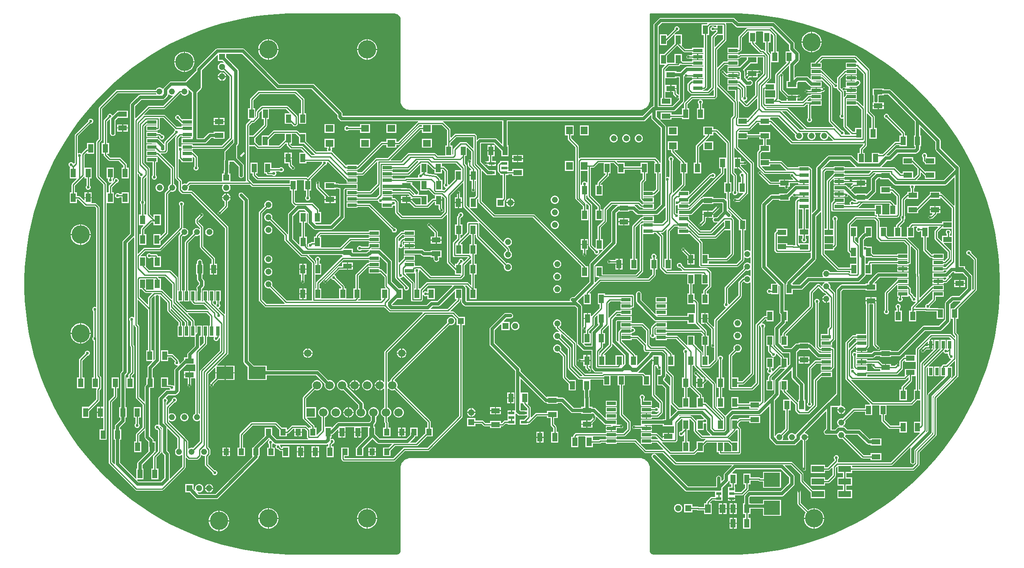
<source format=gbr>
G04*
G04 #@! TF.GenerationSoftware,Altium Limited,Altium Designer,23.9.2 (47)*
G04*
G04 Layer_Physical_Order=1*
G04 Layer_Color=255*
%FSLAX44Y44*%
%MOMM*%
G71*
G04*
G04 #@! TF.SameCoordinates,DC7A7723-1311-43B5-9009-1713E082842B*
G04*
G04*
G04 #@! TF.FilePolarity,Positive*
G04*
G01*
G75*
%ADD12C,0.2540*%
%ADD15R,1.8200X1.0200*%
%ADD16R,1.7500X1.0500*%
%ADD17R,1.1200X1.3700*%
%ADD18R,1.0200X1.8200*%
%ADD19R,1.0500X1.7500*%
%ADD20R,1.1500X1.8000*%
%ADD21R,1.6000X1.4000*%
%ADD22R,1.0500X1.8000*%
%ADD23R,0.6500X1.5250*%
%ADD24R,2.5400X1.2700*%
%ADD25R,1.8250X0.7000*%
%ADD26R,1.4000X1.6000*%
%ADD27R,1.2500X0.6000*%
%ADD28R,1.0400X1.7800*%
%ADD29R,1.0700X1.8200*%
%ADD30R,3.5000X2.5000*%
%ADD31R,1.8000X1.0500*%
%ADD32R,3.2000X2.8500*%
%ADD33R,1.0500X0.5500*%
%ADD34R,0.7000X1.8250*%
%ADD35R,1.1176X1.8034*%
%ADD56R,1.3000X1.3000*%
%ADD57C,1.3000*%
%ADD61R,1.3000X1.3000*%
%ADD65C,0.6350*%
%ADD66C,1.5000*%
%ADD67C,3.7000*%
%ADD68C,1.2400*%
%ADD69C,1.6950*%
%ADD70R,1.6950X1.6950*%
%ADD71C,0.6000*%
G36*
X684959Y1097961D02*
X696566Y1097491D01*
X719803Y1095560D01*
X742937Y1092643D01*
X765925Y1088745D01*
X788727Y1083874D01*
X811302Y1078038D01*
X833607Y1071248D01*
X855606Y1063516D01*
X877255Y1054856D01*
X898515Y1045285D01*
X919351Y1034818D01*
X939723Y1023475D01*
X959594Y1011277D01*
X978929Y998245D01*
X997693Y984404D01*
X1015851Y969778D01*
X1033372Y954392D01*
X1050223Y938277D01*
X1066374Y921459D01*
X1081795Y903971D01*
X1096459Y885843D01*
X1110340Y867108D01*
X1123412Y847800D01*
X1135651Y827955D01*
X1147037Y807606D01*
X1157547Y786794D01*
X1167163Y765551D01*
X1175868Y743921D01*
X1183645Y721940D01*
X1190482Y699648D01*
X1196365Y677085D01*
X1201284Y654294D01*
X1205229Y631313D01*
X1208195Y608186D01*
X1210175Y584953D01*
X1211166Y561658D01*
X1211166Y538341D01*
X1210175Y515046D01*
X1208195Y491813D01*
X1205229Y468686D01*
X1201283Y445706D01*
X1196365Y422914D01*
X1190482Y400351D01*
X1183645Y378059D01*
X1175868Y356078D01*
X1167163Y334447D01*
X1157547Y313206D01*
X1147037Y292393D01*
X1135651Y272044D01*
X1123412Y252199D01*
X1110340Y232891D01*
X1096459Y214156D01*
X1081795Y196028D01*
X1066373Y178540D01*
X1050222Y161723D01*
X1033372Y145607D01*
X1015851Y130222D01*
X997693Y115596D01*
X978929Y101754D01*
X959594Y88722D01*
X939723Y76524D01*
X919351Y65182D01*
X898515Y54714D01*
X877253Y45143D01*
X855605Y36484D01*
X833607Y28752D01*
X811301Y21962D01*
X788726Y16126D01*
X765924Y11255D01*
X742936Y7357D01*
X719803Y4440D01*
X696566Y2508D01*
X684959Y2039D01*
X510000Y2039D01*
X510000Y2039D01*
X510000Y2039D01*
X509216Y2039D01*
X507678Y2345D01*
X506229Y2945D01*
X504925Y3816D01*
X503816Y4925D01*
X502945Y6229D01*
X502345Y7677D01*
X502039Y9215D01*
X502039Y10000D01*
X502039Y10000D01*
X502039Y10000D01*
X502039Y179999D01*
X502003Y180181D01*
X502005Y180368D01*
X501748Y181766D01*
X501702Y181881D01*
X501689Y182005D01*
X500842Y184716D01*
X500763Y184861D01*
X500720Y185020D01*
X499449Y187561D01*
X499348Y187692D01*
X499280Y187842D01*
X497619Y190147D01*
X497498Y190259D01*
X497407Y190396D01*
X495398Y192405D01*
X495261Y192497D01*
X495148Y192617D01*
X492844Y194279D01*
X492694Y194347D01*
X492563Y194448D01*
X490022Y195719D01*
X489863Y195762D01*
X489719Y195841D01*
X487007Y196688D01*
X486884Y196702D01*
X486768Y196748D01*
X485370Y197005D01*
X485184Y197003D01*
X485001Y197039D01*
X15069Y197039D01*
X14890Y197003D01*
X14709Y197007D01*
X13307Y196756D01*
X13192Y196710D01*
X13068Y196698D01*
X10349Y195861D01*
X10203Y195783D01*
X10044Y195740D01*
X7494Y194478D01*
X7363Y194377D01*
X7212Y194309D01*
X4898Y192655D01*
X4785Y192534D01*
X4647Y192443D01*
X2628Y190438D01*
X2536Y190301D01*
X2415Y190188D01*
X744Y187886D01*
X675Y187735D01*
X573Y187605D01*
X-706Y185064D01*
X-750Y184905D01*
X-829Y184760D01*
X-1684Y182046D01*
X-1698Y181923D01*
X-1744Y181807D01*
X-2005Y180408D01*
X-2002Y180219D01*
X-2039Y180034D01*
X-2039Y10000D01*
X-2039Y9999D01*
X-2039Y9999D01*
X-2039Y9215D01*
X-2344Y7677D01*
X-2944Y6229D01*
X-3814Y4925D01*
X-4923Y3816D01*
X-6226Y2945D01*
X-7675Y2345D01*
X-9212Y2039D01*
X-9996Y2039D01*
X-9996Y2039D01*
X-9997Y2039D01*
X-219992Y2039D01*
X-231260Y2121D01*
X-253784Y3212D01*
X-276243Y5228D01*
X-298600Y8167D01*
X-320819Y12023D01*
X-342859Y16790D01*
X-364684Y22459D01*
X-386259Y29021D01*
X-407546Y36465D01*
X-428507Y44778D01*
X-449109Y53947D01*
X-469316Y63955D01*
X-489095Y74786D01*
X-508411Y86421D01*
X-527233Y98842D01*
X-545527Y112025D01*
X-563264Y125951D01*
X-580413Y140593D01*
X-596945Y155929D01*
X-612833Y171932D01*
X-628048Y188575D01*
X-642566Y205830D01*
X-656363Y223668D01*
X-669413Y242057D01*
X-681697Y260968D01*
X-693191Y280369D01*
X-703878Y300225D01*
X-713740Y320505D01*
X-722759Y341173D01*
X-730920Y362194D01*
X-738209Y383534D01*
X-744615Y405155D01*
X-750125Y427021D01*
X-754732Y449096D01*
X-758427Y471341D01*
X-761203Y493720D01*
X-763056Y516193D01*
X-763984Y538724D01*
X-763984Y561274D01*
X-763057Y583806D01*
X-761203Y606279D01*
X-758427Y628658D01*
X-754732Y650903D01*
X-750125Y672977D01*
X-744615Y694844D01*
X-738209Y716465D01*
X-730920Y737805D01*
X-722759Y758826D01*
X-713740Y779494D01*
X-703879Y799773D01*
X-693192Y819630D01*
X-681697Y839031D01*
X-669413Y857942D01*
X-656363Y876331D01*
X-642567Y894169D01*
X-628049Y911423D01*
X-612833Y928067D01*
X-596945Y944070D01*
X-580413Y959406D01*
X-563265Y974048D01*
X-545528Y987974D01*
X-527233Y1001158D01*
X-508412Y1013578D01*
X-489095Y1025213D01*
X-469317Y1036044D01*
X-449109Y1046052D01*
X-428507Y1055221D01*
X-407545Y1063534D01*
X-386260Y1070978D01*
X-364685Y1077541D01*
X-342859Y1083210D01*
X-320819Y1087976D01*
X-298601Y1091832D01*
X-276244Y1094771D01*
X-253784Y1096788D01*
X-231260Y1097879D01*
X-219992Y1097961D01*
X-15000Y1097961D01*
X-13723Y1097961D01*
X-11220Y1097463D01*
X-8861Y1096486D01*
X-6738Y1095067D01*
X-4933Y1093262D01*
X-3514Y1091139D01*
X-2537Y1088781D01*
X-2039Y1086276D01*
X-2039Y1085000D01*
X-2039Y920000D01*
X-2029Y919950D01*
X-2037Y919900D01*
X-1964Y918430D01*
X-1928Y918283D01*
Y918132D01*
X-1354Y915248D01*
X-1277Y915062D01*
X-1238Y914865D01*
X-113Y912149D01*
X-1Y911982D01*
X76Y911796D01*
X1709Y909351D01*
X1851Y909209D01*
X1963Y909042D01*
X4042Y906963D01*
X4209Y906852D01*
X4351Y906709D01*
X6796Y905076D01*
X6981Y904999D01*
X7148Y904887D01*
X9865Y903762D01*
X10062Y903723D01*
X10248Y903646D01*
X13132Y903072D01*
X13283D01*
X13429Y903036D01*
X14900Y902963D01*
X14950Y902971D01*
X15000Y902961D01*
X485000D01*
X485183Y902997D01*
X485369Y902995D01*
X486767Y903252D01*
X486883Y903298D01*
X487006Y903311D01*
X489718Y904158D01*
X489862Y904237D01*
X490022Y904281D01*
X492562Y905551D01*
X492693Y905652D01*
X492843Y905721D01*
X495147Y907382D01*
X495260Y907503D01*
X495397Y907594D01*
X497406Y909603D01*
X497497Y909740D01*
X497618Y909853D01*
X499279Y912157D01*
X499347Y912307D01*
X499449Y912438D01*
X500719Y914978D01*
X500763Y915137D01*
X500842Y915282D01*
X501689Y917994D01*
X501702Y918117D01*
X501748Y918232D01*
X502005Y919630D01*
X502003Y919817D01*
X502039Y920000D01*
Y1096000D01*
Y1096390D01*
X502338Y1097111D01*
X502889Y1097662D01*
X503610Y1097961D01*
X504000D01*
X684959Y1097961D01*
D02*
G37*
%LPC*%
G36*
X832022Y1060532D02*
X831016D01*
Y1041016D01*
X850532D01*
Y1042022D01*
X849743Y1045989D01*
X848195Y1049725D01*
X845948Y1053088D01*
X843088Y1055948D01*
X839725Y1058195D01*
X835989Y1059743D01*
X832022Y1060532D01*
D02*
G37*
G36*
X828984D02*
X827978D01*
X824011Y1059743D01*
X820275Y1058195D01*
X816912Y1055948D01*
X814052Y1053088D01*
X811805Y1049725D01*
X810257Y1045989D01*
X809468Y1042022D01*
Y1041016D01*
X828984D01*
Y1060532D01*
D02*
G37*
G36*
X-67978Y1045532D02*
X-68984D01*
Y1026016D01*
X-49468D01*
Y1027022D01*
X-50257Y1030989D01*
X-51805Y1034725D01*
X-54052Y1038088D01*
X-56912Y1040948D01*
X-60275Y1043195D01*
X-64011Y1044743D01*
X-67978Y1045532D01*
D02*
G37*
G36*
X-71016D02*
X-72022D01*
X-75989Y1044743D01*
X-79725Y1043195D01*
X-83088Y1040948D01*
X-85948Y1038088D01*
X-88195Y1034725D01*
X-89743Y1030989D01*
X-90532Y1027022D01*
Y1026016D01*
X-71016D01*
Y1045532D01*
D02*
G37*
G36*
X-267978D02*
X-268984D01*
Y1026016D01*
X-249468D01*
Y1027022D01*
X-250257Y1030989D01*
X-251805Y1034725D01*
X-254052Y1038088D01*
X-256912Y1040948D01*
X-260275Y1043195D01*
X-264011Y1044743D01*
X-267978Y1045532D01*
D02*
G37*
G36*
X-271016D02*
X-272022D01*
X-275989Y1044743D01*
X-279725Y1043195D01*
X-283088Y1040948D01*
X-285948Y1038088D01*
X-288195Y1034725D01*
X-289743Y1030989D01*
X-290532Y1027022D01*
Y1026016D01*
X-271016D01*
Y1045532D01*
D02*
G37*
G36*
X850532Y1038984D02*
X831016D01*
Y1019468D01*
X832022D01*
X835989Y1020257D01*
X839725Y1021805D01*
X843088Y1024052D01*
X845948Y1026912D01*
X848195Y1030275D01*
X849743Y1034011D01*
X850532Y1037978D01*
Y1038984D01*
D02*
G37*
G36*
X828984D02*
X809468D01*
Y1037978D01*
X810257Y1034011D01*
X811805Y1030275D01*
X814052Y1026912D01*
X816912Y1024052D01*
X820275Y1021805D01*
X824011Y1020257D01*
X827978Y1019468D01*
X828984D01*
Y1038984D01*
D02*
G37*
G36*
X-49468Y1023984D02*
X-68984D01*
Y1004468D01*
X-67978D01*
X-64011Y1005257D01*
X-60275Y1006805D01*
X-56912Y1009052D01*
X-54052Y1011912D01*
X-51805Y1015275D01*
X-50257Y1019011D01*
X-49468Y1022978D01*
Y1023984D01*
D02*
G37*
G36*
X-71016D02*
X-90532D01*
Y1022978D01*
X-89743Y1019011D01*
X-88195Y1015275D01*
X-85948Y1011912D01*
X-83088Y1009052D01*
X-79725Y1006805D01*
X-75989Y1005257D01*
X-72022Y1004468D01*
X-71016D01*
Y1023984D01*
D02*
G37*
G36*
X-249468D02*
X-268984D01*
Y1004468D01*
X-267978D01*
X-264011Y1005257D01*
X-260275Y1006805D01*
X-256912Y1009052D01*
X-254052Y1011912D01*
X-251805Y1015275D01*
X-250257Y1019011D01*
X-249468Y1022978D01*
Y1023984D01*
D02*
G37*
G36*
X-271016D02*
X-290532D01*
Y1022978D01*
X-289743Y1019011D01*
X-288195Y1015275D01*
X-285948Y1011912D01*
X-283088Y1009052D01*
X-279725Y1006805D01*
X-275989Y1005257D01*
X-272022Y1004468D01*
X-271016D01*
Y1023984D01*
D02*
G37*
G36*
X-437978Y1020532D02*
X-438984D01*
Y1001016D01*
X-419468D01*
Y1002022D01*
X-420257Y1005989D01*
X-421805Y1009725D01*
X-424052Y1013088D01*
X-426912Y1015948D01*
X-430275Y1018195D01*
X-434011Y1019743D01*
X-437978Y1020532D01*
D02*
G37*
G36*
X-441016D02*
X-442022D01*
X-445989Y1019743D01*
X-449725Y1018195D01*
X-453088Y1015948D01*
X-455948Y1013088D01*
X-458195Y1009725D01*
X-459743Y1005989D01*
X-460532Y1002022D01*
Y1001016D01*
X-441016D01*
Y1020532D01*
D02*
G37*
G36*
X-419468Y998984D02*
X-438984D01*
Y979468D01*
X-437978D01*
X-434011Y980257D01*
X-430275Y981805D01*
X-426912Y984052D01*
X-424052Y986912D01*
X-421805Y990275D01*
X-420257Y994011D01*
X-419468Y997978D01*
Y998984D01*
D02*
G37*
G36*
X-441016D02*
X-460532D01*
Y997978D01*
X-459743Y994011D01*
X-458195Y990275D01*
X-455948Y986912D01*
X-453088Y984052D01*
X-449725Y981805D01*
X-445989Y980257D01*
X-442022Y979468D01*
X-441016D01*
Y998984D01*
D02*
G37*
G36*
X921777Y973232D02*
X911636D01*
Y968716D01*
X921777D01*
Y973232D01*
D02*
G37*
G36*
X909604D02*
X899463D01*
Y968716D01*
X909604D01*
Y973232D01*
D02*
G37*
G36*
Y966684D02*
X899463D01*
Y962168D01*
X909604D01*
Y966684D01*
D02*
G37*
G36*
X921777Y947832D02*
X911636D01*
Y943316D01*
X921777D01*
Y947832D01*
D02*
G37*
G36*
X976132Y909984D02*
X966016D01*
Y903868D01*
X976132D01*
Y909984D01*
D02*
G37*
G36*
X963984D02*
X953868D01*
Y903868D01*
X963984D01*
Y909984D01*
D02*
G37*
G36*
X-553868Y901132D02*
X-576132D01*
Y899036D01*
X-576791Y898905D01*
X-578514Y897754D01*
X-578514Y897754D01*
X-584629Y891638D01*
X-586128Y891936D01*
X-586387Y892563D01*
X-587803Y893979D01*
X-589652Y894745D01*
X-591654D01*
X-593503Y893979D01*
X-594919Y892563D01*
X-595685Y890714D01*
Y889442D01*
X-602380Y882747D01*
X-603110Y881655D01*
X-603367Y880367D01*
Y836032D01*
X-607282D01*
Y813968D01*
X-603367D01*
Y811430D01*
X-603110Y810141D01*
X-602380Y809049D01*
X-593981Y800649D01*
X-592888Y799920D01*
X-591600Y799663D01*
X-572674D01*
X-563367Y790355D01*
Y786032D01*
X-567282D01*
Y763968D01*
X-552718D01*
Y786032D01*
X-556633D01*
Y791750D01*
X-556889Y793038D01*
X-557619Y794130D01*
X-568899Y805411D01*
X-569992Y806140D01*
X-571280Y806397D01*
X-590205D01*
X-596507Y812698D01*
X-596328Y813968D01*
X-592718D01*
Y836032D01*
X-596633D01*
Y878972D01*
X-591544Y884061D01*
X-590933Y883912D01*
X-590309Y883500D01*
Y855000D01*
X-589905Y852968D01*
X-588754Y851246D01*
X-587032Y850095D01*
X-585000Y849691D01*
X-582968Y850095D01*
X-581246Y851246D01*
X-580095Y852968D01*
X-579691Y855000D01*
Y881561D01*
X-574384Y886868D01*
X-553868D01*
Y901132D01*
D02*
G37*
G36*
X671204Y1089105D02*
X671204Y1089105D01*
X524600D01*
X522568Y1088701D01*
X520846Y1087550D01*
X520846Y1087550D01*
X511246Y1077950D01*
X510095Y1076228D01*
X509691Y1074196D01*
X509691Y1074196D01*
Y910247D01*
X507968Y909905D01*
X506246Y908754D01*
X487801Y890309D01*
X207040D01*
X207040Y890309D01*
X207040Y890309D01*
X-119081D01*
X-119691Y890919D01*
Y895000D01*
X-119691Y895000D01*
X-120095Y897032D01*
X-121246Y898754D01*
X-121246Y898754D01*
X-176246Y953754D01*
X-177968Y954905D01*
X-180000Y955309D01*
X-180000Y955309D01*
X-247801D01*
X-317953Y1025461D01*
X-319675Y1026612D01*
X-321707Y1027016D01*
X-321707Y1027016D01*
X-355343D01*
X-355343Y1027016D01*
X-355344Y1027016D01*
X-373293D01*
X-375325Y1026612D01*
X-377047Y1025461D01*
X-413754Y988754D01*
X-414905Y987032D01*
X-415309Y985000D01*
X-415309Y985000D01*
Y982621D01*
X-437621Y960309D01*
X-466808D01*
X-468840Y959905D01*
X-470562Y958754D01*
X-470562Y958754D01*
X-481562Y947754D01*
X-482713Y946032D01*
X-482772Y945735D01*
X-482953Y945617D01*
X-484137Y945379D01*
X-485345Y946587D01*
X-487222Y947671D01*
X-489316Y948232D01*
X-491483D01*
X-493577Y947671D01*
X-495454Y946587D01*
X-496987Y945054D01*
X-497962Y943367D01*
X-576296D01*
X-577584Y943110D01*
X-578677Y942381D01*
X-612381Y908677D01*
X-613110Y907584D01*
X-613367Y906296D01*
Y843936D01*
X-617381Y839923D01*
X-618110Y838830D01*
X-618367Y837542D01*
Y767502D01*
X-618110Y766214D01*
X-617381Y765121D01*
X-603887Y751628D01*
Y301032D01*
X-608984D01*
Y290000D01*
Y278968D01*
X-603887D01*
Y255782D01*
X-611782D01*
Y234218D01*
X-597218D01*
Y248655D01*
X-597153Y248980D01*
Y713968D01*
X-582718D01*
Y736032D01*
X-586633D01*
Y746086D01*
X-578409Y754310D01*
X-577137D01*
X-575288Y755076D01*
X-573872Y756492D01*
X-573106Y758341D01*
Y760343D01*
X-573872Y762192D01*
X-575288Y763608D01*
X-577137Y764374D01*
X-579139D01*
X-580988Y763608D01*
X-582404Y762192D01*
X-583170Y760343D01*
Y759071D01*
X-584220Y758021D01*
X-585297Y758740D01*
X-584968Y759535D01*
Y761537D01*
X-585449Y762698D01*
X-584656Y763968D01*
X-582718D01*
Y786032D01*
X-597282D01*
Y763968D01*
X-595343D01*
X-594551Y762698D01*
X-595032Y761537D01*
Y759535D01*
X-594266Y757685D01*
X-592850Y756270D01*
X-591001Y755504D01*
X-588999D01*
X-588204Y755833D01*
X-587485Y754756D01*
X-592380Y749861D01*
X-593110Y748769D01*
X-593367Y747480D01*
Y736032D01*
X-597153D01*
Y753022D01*
X-597410Y754311D01*
X-598139Y755403D01*
X-611633Y768896D01*
Y836147D01*
X-607619Y840161D01*
X-606890Y841254D01*
X-606633Y842542D01*
Y904901D01*
X-574901Y936633D01*
X-497962D01*
X-496987Y934945D01*
X-496776Y934734D01*
X-497262Y933561D01*
X-529116D01*
X-529116Y933561D01*
X-531148Y933157D01*
X-532870Y932006D01*
X-532870Y932006D01*
X-548754Y916122D01*
X-549905Y914400D01*
X-550309Y912368D01*
X-550309Y912368D01*
Y651804D01*
X-563754Y638359D01*
X-564905Y636637D01*
X-565309Y634605D01*
X-565309Y634605D01*
Y374041D01*
X-568254Y371096D01*
X-569405Y369373D01*
X-569809Y367342D01*
X-569809Y367342D01*
Y300782D01*
X-571782D01*
Y279218D01*
X-569809D01*
Y274955D01*
X-579254Y265510D01*
X-580405Y263788D01*
X-580809Y261756D01*
X-580809Y261756D01*
Y255782D01*
X-582782D01*
Y234218D01*
X-580809D01*
Y185500D01*
X-580809Y185500D01*
X-580781Y185358D01*
X-581951Y184732D01*
X-586633Y189415D01*
Y310221D01*
X-577619Y319235D01*
X-576889Y320328D01*
X-576633Y321616D01*
Y338968D01*
X-572718D01*
Y361032D01*
X-587282D01*
Y338968D01*
X-583367D01*
Y323011D01*
X-592381Y313997D01*
X-593110Y312904D01*
X-593367Y311616D01*
Y188020D01*
X-593110Y186732D01*
X-592381Y185639D01*
X-539361Y132619D01*
X-538268Y131890D01*
X-536980Y131633D01*
X-485000D01*
X-483712Y131890D01*
X-482619Y132619D01*
X-438851Y176387D01*
X-438122Y177480D01*
X-437865Y178768D01*
Y198238D01*
X-436595Y198764D01*
X-432691Y194859D01*
X-431598Y194130D01*
X-430310Y193873D01*
X-414816D01*
X-413528Y194130D01*
X-412435Y194859D01*
X-407355Y199939D01*
X-406626Y201032D01*
X-406369Y202320D01*
Y203068D01*
X-405196Y203554D01*
X-405055Y203413D01*
X-403178Y202329D01*
X-401084Y201768D01*
X-399604D01*
X-398858Y201644D01*
X-398367Y200600D01*
Y184012D01*
X-398110Y182724D01*
X-397381Y181632D01*
X-383526Y167777D01*
Y166505D01*
X-382760Y164656D01*
X-381344Y163240D01*
X-379495Y162474D01*
X-377493D01*
X-375644Y163240D01*
X-374228Y164656D01*
X-373462Y166505D01*
Y168507D01*
X-374228Y170357D01*
X-375644Y171772D01*
X-377493Y172538D01*
X-378765D01*
X-391633Y185407D01*
Y200168D01*
X-388117Y203683D01*
X-387388Y204776D01*
X-387132Y206064D01*
Y213936D01*
X-387388Y215224D01*
X-388117Y216316D01*
X-391633Y219832D01*
Y367807D01*
X-378205Y381236D01*
X-377032Y380750D01*
Y371016D01*
X-358516D01*
Y384532D01*
X-373249D01*
X-373735Y385705D01*
X-352237Y407203D01*
X-351508Y408296D01*
X-351251Y409584D01*
Y664618D01*
X-351508Y665906D01*
X-352237Y666999D01*
X-423117Y737879D01*
X-424210Y738608D01*
X-425498Y738865D01*
X-432094D01*
X-432504Y740135D01*
X-431529Y741823D01*
X-430968Y743916D01*
Y746084D01*
X-431472Y747966D01*
X-428003Y751435D01*
X-362290D01*
X-362041Y750835D01*
X-361870Y750165D01*
X-362951Y748293D01*
X-363532Y746123D01*
Y743877D01*
X-362951Y741707D01*
X-361827Y739761D01*
X-360239Y738173D01*
X-358293Y737050D01*
X-356123Y736468D01*
X-353877D01*
X-351707Y737050D01*
X-349761Y738173D01*
X-348173Y739761D01*
X-347049Y741707D01*
X-346468Y743877D01*
Y746123D01*
X-347049Y748293D01*
X-348130Y750165D01*
X-347959Y750835D01*
X-347710Y751435D01*
X-307531D01*
X-303715Y747619D01*
X-302622Y746889D01*
X-301334Y746633D01*
X-226782D01*
Y739218D01*
X-222867D01*
Y715400D01*
X-222611Y714112D01*
X-221881Y713019D01*
X-217958Y709096D01*
X-216866Y708367D01*
X-216091Y708213D01*
X-215598Y706910D01*
X-228754Y693754D01*
X-229905Y692032D01*
X-230309Y690000D01*
X-230309Y690000D01*
Y651181D01*
X-231560Y650959D01*
X-232290Y652051D01*
X-262272Y682034D01*
X-261768Y683916D01*
Y686084D01*
X-262329Y688178D01*
X-263413Y690055D01*
X-264945Y691588D01*
X-266822Y692671D01*
X-268916Y693232D01*
X-271084D01*
X-273177Y692671D01*
X-275054Y691588D01*
X-276587Y690055D01*
X-277671Y688178D01*
X-278232Y686084D01*
Y683916D01*
X-277671Y681823D01*
X-276587Y679946D01*
X-275054Y678413D01*
X-273177Y677329D01*
X-271084Y676768D01*
X-268916D01*
X-267034Y677273D01*
X-238037Y648276D01*
Y639632D01*
X-237780Y638344D01*
X-237051Y637252D01*
X-204942Y605143D01*
X-203849Y604413D01*
X-202561Y604156D01*
X-193917D01*
X-181919Y592158D01*
Y517697D01*
X-181875Y517474D01*
X-182680Y516492D01*
X-232531D01*
X-262272Y546234D01*
X-261768Y548116D01*
Y550284D01*
X-262329Y552378D01*
X-263413Y554255D01*
X-264945Y555787D01*
X-266822Y556871D01*
X-268916Y557432D01*
X-271084D01*
X-273177Y556871D01*
X-275054Y555787D01*
X-276587Y554255D01*
X-277671Y552378D01*
X-278232Y550284D01*
Y548116D01*
X-277671Y546023D01*
X-276587Y544146D01*
X-275054Y542613D01*
X-273177Y541529D01*
X-271084Y540968D01*
X-268916D01*
X-267034Y541473D01*
X-236810Y511249D01*
X-237336Y509979D01*
X-273975D01*
X-282671Y518675D01*
Y692968D01*
X-272966Y702673D01*
X-271084Y702168D01*
X-268916D01*
X-266822Y702729D01*
X-264945Y703813D01*
X-263413Y705346D01*
X-262329Y707223D01*
X-261768Y709316D01*
Y711484D01*
X-262329Y713578D01*
X-263413Y715455D01*
X-264945Y716988D01*
X-266822Y718071D01*
X-268916Y718632D01*
X-271084D01*
X-273177Y718071D01*
X-275054Y716988D01*
X-276587Y715455D01*
X-277671Y713578D01*
X-278232Y711484D01*
Y709316D01*
X-277728Y707434D01*
X-288419Y696743D01*
X-289148Y695651D01*
X-289405Y694362D01*
Y517280D01*
X-289148Y515992D01*
X-288419Y514899D01*
X-277751Y504231D01*
X-276658Y503502D01*
X-275370Y503245D01*
X-35171D01*
X-33472Y501546D01*
X-33078Y500956D01*
X-25564Y493442D01*
X-24471Y492712D01*
X-23183Y492456D01*
X42127D01*
X42613Y491283D01*
X-33881Y414789D01*
X-34610Y413696D01*
X-34867Y412408D01*
Y352283D01*
X-36137Y351796D01*
X-37749Y353408D01*
X-40145Y354791D01*
X-42817Y355507D01*
X-43184D01*
Y345000D01*
Y334493D01*
X-42817D01*
X-40145Y335209D01*
X-37749Y336592D01*
X-36137Y338204D01*
X-34867Y337717D01*
Y299676D01*
X-35556Y299491D01*
X-37952Y298108D01*
X-39908Y296152D01*
X-41291Y293756D01*
X-42007Y291083D01*
Y288317D01*
X-41291Y285644D01*
X-39908Y283249D01*
X-37952Y281292D01*
X-35556Y279909D01*
X-34867Y279725D01*
Y270368D01*
X-34610Y269080D01*
X-33881Y267987D01*
X-33367Y267473D01*
Y258882D01*
X-37632D01*
Y241118D01*
X-22368D01*
Y258882D01*
X-26633D01*
Y268868D01*
X-26890Y270156D01*
X-27619Y271249D01*
X-28133Y271763D01*
Y279725D01*
X-27445Y279909D01*
X-25049Y281292D01*
X-23092Y283249D01*
X-21709Y285644D01*
X-20993Y288317D01*
Y291083D01*
X-21709Y293756D01*
X-23092Y296152D01*
X-25049Y298108D01*
X-27445Y299491D01*
X-28133Y299676D01*
Y337717D01*
X-26863Y338204D01*
X-25252Y336592D01*
X-22856Y335209D01*
X-20183Y334493D01*
X-17417D01*
X-14744Y335209D01*
X-14127Y335565D01*
X51634Y269805D01*
Y258882D01*
X47368D01*
Y247020D01*
X47040Y246800D01*
X28606Y228367D01*
X17534D01*
X17048Y229540D01*
X26329Y238821D01*
X27480Y240544D01*
X27594Y241118D01*
X32632D01*
Y258882D01*
X17368D01*
Y248088D01*
X17266Y247575D01*
X17266Y247575D01*
Y244774D01*
X9278Y236786D01*
X-44278D01*
X-53868Y246376D01*
Y261132D01*
X-55691D01*
Y265399D01*
X-53146Y267944D01*
X-53146Y267944D01*
X-51995Y269666D01*
X-51591Y271698D01*
Y280633D01*
X-50449Y281292D01*
X-48492Y283249D01*
X-47109Y285644D01*
X-46393Y288317D01*
Y291083D01*
X-47109Y293756D01*
X-48492Y296152D01*
X-50449Y298108D01*
X-52845Y299491D01*
X-55517Y300207D01*
X-58283D01*
X-60956Y299491D01*
X-63351Y298108D01*
X-65308Y296152D01*
X-66691Y293756D01*
X-67407Y291083D01*
Y288317D01*
X-66691Y285644D01*
X-65308Y283249D01*
X-63351Y281292D01*
X-62209Y280633D01*
Y273897D01*
X-64754Y271352D01*
X-65451Y270309D01*
X-127563D01*
X-127564Y270309D01*
X-129595Y269905D01*
X-131318Y268754D01*
X-131318Y268754D01*
X-135061Y265011D01*
X-136011Y263589D01*
X-140695Y258906D01*
X-141868Y259391D01*
Y261132D01*
X-155133D01*
Y279725D01*
X-154445Y279909D01*
X-152049Y281292D01*
X-150092Y283249D01*
X-148709Y285644D01*
X-147993Y288317D01*
Y291083D01*
X-148709Y293756D01*
X-150092Y296152D01*
X-152049Y298108D01*
X-154445Y299491D01*
X-157117Y300207D01*
X-159883D01*
X-162556Y299491D01*
X-164951Y298108D01*
X-166908Y296152D01*
X-168291Y293756D01*
X-169007Y291083D01*
Y288317D01*
X-168291Y285644D01*
X-166908Y283249D01*
X-164951Y281292D01*
X-162556Y279909D01*
X-161867Y279725D01*
Y253718D01*
X-171195Y244390D01*
X-172368Y244876D01*
Y258882D01*
X-176633D01*
Y261502D01*
X-176890Y262790D01*
X-177619Y263883D01*
X-191757Y278020D01*
X-191271Y279193D01*
X-173393D01*
Y300207D01*
X-193263D01*
Y318175D01*
X-175873Y335565D01*
X-175256Y335209D01*
X-172583Y334493D01*
X-169817D01*
X-167145Y335209D01*
X-164749Y336592D01*
X-162792Y338548D01*
X-161409Y340944D01*
X-160693Y343617D01*
Y346383D01*
X-161409Y349055D01*
X-162792Y351451D01*
X-164749Y353408D01*
X-167145Y354791D01*
X-169817Y355507D01*
X-172583D01*
X-175256Y354791D01*
X-177652Y353408D01*
X-179608Y351451D01*
X-180991Y349055D01*
X-181707Y346383D01*
Y343617D01*
X-180991Y340944D01*
X-180634Y340327D01*
X-199011Y321950D01*
X-199740Y320858D01*
X-199997Y319570D01*
Y278132D01*
X-199740Y276843D01*
X-199011Y275751D01*
X-183411Y260152D01*
X-183474Y258882D01*
X-187632D01*
Y258882D01*
X-188775Y258408D01*
X-192979Y262613D01*
X-194072Y263342D01*
X-195360Y263599D01*
X-221196D01*
X-222484Y263342D01*
X-223577Y262613D01*
X-231195Y254994D01*
X-232368Y255480D01*
Y258882D01*
X-242589D01*
X-252669Y268963D01*
X-253762Y269692D01*
X-255050Y269949D01*
X-303418D01*
X-304706Y269692D01*
X-305799Y268963D01*
X-327381Y247381D01*
X-328111Y246288D01*
X-328367Y245000D01*
Y218882D01*
X-332632D01*
Y201118D01*
X-317368D01*
Y218882D01*
X-321633D01*
Y243605D01*
X-302024Y263215D01*
X-256444D01*
X-247632Y254403D01*
Y241118D01*
X-232368D01*
Y246633D01*
X-231428D01*
X-230140Y246889D01*
X-229047Y247619D01*
X-219801Y256865D01*
X-217632D01*
Y251016D01*
X-210000D01*
X-202368D01*
Y256865D01*
X-196754D01*
X-192269Y252380D01*
Y239863D01*
X-192013Y238575D01*
X-191283Y237483D01*
X-191267Y237467D01*
X-190175Y236737D01*
X-189380Y236579D01*
X-189505Y235309D01*
X-252801D01*
X-262368Y244876D01*
Y258882D01*
X-277632D01*
Y242182D01*
X-298754Y221060D01*
X-299905Y219338D01*
X-299996Y218882D01*
X-302632D01*
Y201118D01*
X-302632D01*
X-302183Y200033D01*
X-377391Y124825D01*
X-411317D01*
X-413202Y126710D01*
X-412545Y127849D01*
X-411123Y127468D01*
X-408877D01*
X-406707Y128049D01*
X-404761Y129173D01*
X-403173Y130761D01*
X-402050Y132707D01*
X-401468Y134877D01*
Y137123D01*
X-402050Y139293D01*
X-403173Y141239D01*
X-404761Y142827D01*
X-406707Y143951D01*
X-408877Y144532D01*
X-411123D01*
X-413293Y143951D01*
X-415239Y142827D01*
X-416827Y141239D01*
X-417951Y139293D01*
X-418532Y137123D01*
Y134877D01*
X-418151Y133455D01*
X-419290Y132798D01*
X-421468Y134976D01*
Y144532D01*
X-438532D01*
Y127468D01*
X-428976D01*
X-417270Y115762D01*
X-417270Y115762D01*
X-415548Y114611D01*
X-413516Y114207D01*
X-375192D01*
X-375192Y114207D01*
X-373160Y114611D01*
X-371438Y115762D01*
X-291246Y195954D01*
X-291246Y195954D01*
X-290095Y197676D01*
X-289691Y199708D01*
Y201118D01*
X-287368D01*
Y217430D01*
X-268653Y236145D01*
X-267729Y235221D01*
X-268027Y233722D01*
X-268654Y233463D01*
X-270069Y232047D01*
X-270835Y230198D01*
Y228196D01*
X-270069Y226346D01*
X-269170Y225447D01*
Y218882D01*
X-272632D01*
Y201118D01*
X-257368D01*
Y218882D01*
X-262437D01*
Y225447D01*
X-261537Y226346D01*
X-261278Y226973D01*
X-259779Y227271D01*
X-258754Y226246D01*
X-257032Y225095D01*
X-255000Y224691D01*
X-255000Y224691D01*
X-254221D01*
X-253695Y223421D01*
X-254266Y222850D01*
X-255032Y221001D01*
Y218999D01*
X-254266Y217150D01*
X-252850Y215734D01*
X-251001Y214968D01*
X-249729D01*
X-247565Y212804D01*
X-246473Y212074D01*
X-245185Y211818D01*
X-242282D01*
Y198968D01*
X-227718D01*
Y221032D01*
X-242282D01*
Y218551D01*
X-243790D01*
X-244968Y219729D01*
Y221001D01*
X-245734Y222850D01*
X-246305Y223421D01*
X-245779Y224691D01*
X-152720D01*
X-152720Y224691D01*
X-150688Y225095D01*
X-149590Y225829D01*
X-149555Y225825D01*
X-148367Y225119D01*
Y221032D01*
X-152282D01*
Y198968D01*
X-137718D01*
Y221032D01*
X-141633D01*
Y224298D01*
X-140127Y225804D01*
X-139792D01*
X-137942Y226570D01*
X-136527Y227986D01*
X-135761Y229835D01*
Y231837D01*
X-136527Y233686D01*
X-137942Y235102D01*
X-139792Y235868D01*
X-141794D01*
X-142421Y235608D01*
X-143691Y236457D01*
Y238868D01*
X-141868D01*
Y244590D01*
X-140242Y244913D01*
X-138520Y246064D01*
X-129305Y255279D01*
X-128132Y254793D01*
Y251016D01*
X-121000D01*
X-113868D01*
Y259691D01*
X-96132D01*
Y251016D01*
X-89000D01*
X-81868D01*
Y259691D01*
X-68132D01*
Y242190D01*
X-88754Y221568D01*
X-89905Y219846D01*
X-90097Y218882D01*
X-92632D01*
Y201118D01*
X-77368D01*
Y217938D01*
X-58907Y236399D01*
X-50231Y227723D01*
X-50231Y227723D01*
X-48509Y226572D01*
X-46477Y226168D01*
X-46477Y226168D01*
X-20252D01*
X-19766Y224995D01*
X-25879Y218882D01*
X-37632D01*
Y201118D01*
X-22368D01*
Y212871D01*
X-13605Y221633D01*
X30000D01*
X31289Y221890D01*
X32381Y222619D01*
X50851Y241089D01*
X50995Y241118D01*
X62632D01*
Y258882D01*
X58367D01*
Y271200D01*
X58111Y272488D01*
X57381Y273580D01*
X-9366Y340327D01*
X-9009Y340944D01*
X-8293Y343617D01*
Y346383D01*
X-9009Y349055D01*
X-10392Y351451D01*
X-12349Y353408D01*
X-14052Y354391D01*
X-14321Y355919D01*
X96789Y467028D01*
X98877Y466468D01*
X101123D01*
X103293Y467050D01*
X105239Y468173D01*
X106827Y469761D01*
X107950Y471707D01*
X108532Y473877D01*
Y476123D01*
X107950Y478293D01*
X106827Y480239D01*
X105239Y481827D01*
X103293Y482951D01*
X101123Y483532D01*
X98877D01*
X96707Y482951D01*
X94761Y481827D01*
X93173Y480239D01*
X92049Y478293D01*
X91468Y476123D01*
Y473877D01*
X92027Y471789D01*
X-21181Y358581D01*
X-21910Y357489D01*
X-22167Y356200D01*
Y354975D01*
X-22856Y354791D01*
X-25252Y353408D01*
X-26863Y351796D01*
X-28133Y352283D01*
Y411013D01*
X48351Y487497D01*
X102741D01*
X111468Y478771D01*
Y466468D01*
X116633D01*
Y283108D01*
X51891Y218367D01*
X5000D01*
X3712Y218110D01*
X2619Y217381D01*
X-17590Y197171D01*
X-115437D01*
Y201118D01*
X-107368D01*
Y218882D01*
X-122632D01*
Y201118D01*
X-122171D01*
Y195292D01*
X-121915Y194004D01*
X-121185Y192911D01*
X-119697Y191423D01*
X-118605Y190694D01*
X-117316Y190437D01*
X-16196D01*
X-14907Y190694D01*
X-13815Y191423D01*
X6395Y211633D01*
X53286D01*
X54574Y211890D01*
X55667Y212619D01*
X122380Y279333D01*
X123110Y280425D01*
X123366Y281714D01*
Y466468D01*
X128532D01*
Y483532D01*
X116229D01*
X106517Y493245D01*
X105424Y493974D01*
X104136Y494231D01*
X98617D01*
X98131Y495404D01*
X117881Y515153D01*
X118610Y516246D01*
X118867Y517534D01*
Y519218D01*
X120648D01*
Y513720D01*
X120648Y513720D01*
X121052Y511688D01*
X122203Y509966D01*
X125923Y506246D01*
X125923Y506246D01*
X127645Y505095D01*
X129677Y504691D01*
X351503D01*
X354691Y501503D01*
Y430000D01*
X354691Y430000D01*
X355095Y427968D01*
X356246Y426246D01*
X366246Y416246D01*
X366246Y416246D01*
X367968Y415095D01*
X370000Y414691D01*
X384420D01*
Y379993D01*
X384422Y379985D01*
X384420Y379977D01*
X384824Y377945D01*
X385975Y376223D01*
X389769Y372429D01*
X389769Y372429D01*
X391492Y371278D01*
X393523Y370874D01*
X393523Y370874D01*
X406373D01*
X406758Y369604D01*
X406502Y369432D01*
X405436Y368367D01*
X371395D01*
X353367Y386395D01*
Y429219D01*
X353351Y429296D01*
X353363Y429373D01*
X353224Y429937D01*
X353110Y430507D01*
X353067Y430572D01*
X353048Y430648D01*
X352704Y431116D01*
X352381Y431599D01*
X352315Y431643D01*
X352269Y431706D01*
X319291Y461788D01*
X319428Y463051D01*
X320055Y463413D01*
X321587Y464945D01*
X322671Y466823D01*
X323232Y468916D01*
Y471084D01*
X322671Y473177D01*
X321587Y475055D01*
X320055Y476587D01*
X318178Y477671D01*
X316084Y478232D01*
X313916D01*
X311823Y477671D01*
X309946Y476587D01*
X308413Y475055D01*
X307329Y473177D01*
X306768Y471084D01*
Y468916D01*
X307329Y466823D01*
X308413Y464945D01*
X309946Y463413D01*
X311633Y462438D01*
Y461146D01*
X311649Y461069D01*
X311637Y460992D01*
X311776Y460427D01*
X311890Y459858D01*
X311933Y459792D01*
X311952Y459716D01*
X312297Y459249D01*
X312620Y458765D01*
X312685Y458722D01*
X312731Y458659D01*
X318340Y453542D01*
X317713Y452396D01*
X316084Y452832D01*
X313916D01*
X311823Y452271D01*
X309946Y451187D01*
X308413Y449655D01*
X307329Y447777D01*
X306768Y445684D01*
Y443516D01*
X307329Y441423D01*
X308413Y439545D01*
X309946Y438013D01*
X311823Y436929D01*
X313916Y436368D01*
X316084D01*
X317966Y436872D01*
X336633Y418205D01*
Y380000D01*
X336890Y378712D01*
X337619Y377619D01*
X357619Y357619D01*
X358712Y356890D01*
X360000Y356633D01*
X366301D01*
X367218Y355782D01*
X367218Y355363D01*
Y334218D01*
X369191D01*
Y319660D01*
X369191Y319660D01*
X369595Y317628D01*
X369691Y317485D01*
Y301132D01*
X363868D01*
Y299309D01*
X348199D01*
X329254Y318254D01*
X327532Y319405D01*
X325500Y319809D01*
X325500Y319809D01*
X315782D01*
Y321782D01*
X294218D01*
Y321769D01*
X293045Y321283D01*
X240574Y373754D01*
X240309Y373931D01*
Y376480D01*
X240309Y376480D01*
X239905Y378512D01*
X238754Y380234D01*
X238754Y380234D01*
X188524Y430464D01*
Y456380D01*
X200295Y468151D01*
X201468Y467664D01*
Y456468D01*
X218532D01*
Y473532D01*
X207336D01*
X206850Y474706D01*
X212619Y480475D01*
X220184D01*
X222216Y480879D01*
X223938Y482030D01*
X225089Y483752D01*
X225493Y485784D01*
X225089Y487816D01*
X223938Y489538D01*
X222216Y490689D01*
X220184Y491093D01*
X210420D01*
X208389Y490689D01*
X206666Y489538D01*
X179461Y462333D01*
X178310Y460610D01*
X177906Y458579D01*
X177906Y458579D01*
Y428265D01*
X177906Y428265D01*
X178310Y426233D01*
X179461Y424511D01*
X229691Y374281D01*
Y370000D01*
Y293779D01*
X223516D01*
Y288747D01*
X222500D01*
Y287731D01*
X214218D01*
Y283715D01*
Y273114D01*
X208428D01*
X207139Y272858D01*
X206047Y272128D01*
X202533Y268614D01*
X201132D01*
Y272379D01*
X178868D01*
Y268614D01*
X169181D01*
X165415Y272380D01*
X164322Y273110D01*
X163034Y273367D01*
X149532D01*
Y278532D01*
X132468D01*
Y261468D01*
X149532D01*
Y266633D01*
X161639D01*
X165406Y262867D01*
X166498Y262137D01*
X167786Y261881D01*
X178868D01*
Y258116D01*
X201132D01*
Y261881D01*
X203928D01*
X205216Y262137D01*
X206309Y262867D01*
X209822Y266381D01*
X214218D01*
Y264715D01*
X230782D01*
Y274215D01*
Y287381D01*
X232052Y287907D01*
X234966Y284993D01*
X234966Y284993D01*
X236688Y283842D01*
X238720Y283438D01*
X247500D01*
X248893Y283715D01*
X254663D01*
Y281672D01*
X247771Y274779D01*
X239218D01*
Y264715D01*
X255782D01*
Y266381D01*
X257268D01*
X258556Y266637D01*
X259649Y267367D01*
X274415Y282133D01*
X294218D01*
Y278218D01*
X301633D01*
Y264724D01*
X301890Y263435D01*
X302620Y262343D01*
X306633Y258329D01*
Y250279D01*
X302718D01*
Y228215D01*
X317282D01*
Y250279D01*
X313367D01*
Y259724D01*
X313110Y261012D01*
X312381Y262105D01*
X308367Y266118D01*
Y278218D01*
X315782D01*
Y292782D01*
X294218D01*
Y288867D01*
X273021D01*
X271732Y288610D01*
X270640Y287880D01*
X262606Y279846D01*
X261764Y280146D01*
X261397Y280433D01*
Y299348D01*
X261140Y300636D01*
X260411Y301729D01*
X255197Y306942D01*
X255683Y308115D01*
X256132D01*
Y330379D01*
X241868D01*
Y308115D01*
X245685D01*
X245889Y307090D01*
X246619Y305998D01*
X254663Y297953D01*
Y293779D01*
X248893D01*
X247500Y294056D01*
X240919D01*
X240309Y294666D01*
Y357344D01*
X241482Y357830D01*
X288566Y310746D01*
X288566Y310746D01*
X290288Y309595D01*
X292320Y309191D01*
X292320Y309191D01*
X294218D01*
Y307218D01*
X315782D01*
Y309191D01*
X323301D01*
X342246Y290246D01*
X342246Y290246D01*
X343968Y289095D01*
X346000Y288691D01*
X363868D01*
Y286868D01*
X386132D01*
Y287672D01*
X387402Y288198D01*
X391171Y284429D01*
X390546Y283258D01*
X390000Y283367D01*
X388712Y283110D01*
X387619Y282381D01*
X386957Y281719D01*
X386228Y280626D01*
X385971Y279338D01*
Y277732D01*
X381371Y273132D01*
X376016D01*
Y267016D01*
X386132D01*
Y268371D01*
X391719Y273957D01*
X392448Y275049D01*
X392705Y276338D01*
Y278104D01*
X393110Y278712D01*
X393367Y280000D01*
X393258Y280546D01*
X394429Y281171D01*
X409354Y266246D01*
X409354Y266246D01*
X411077Y265095D01*
X413108Y264691D01*
X413223D01*
Y264468D01*
X423860D01*
X424538Y263198D01*
X424294Y262832D01*
X413223D01*
Y258316D01*
X424380D01*
Y257300D01*
X425396D01*
Y251768D01*
X435537D01*
Y257891D01*
X445136D01*
X446424Y258147D01*
X447516Y258877D01*
X448246Y259969D01*
X448502Y261258D01*
X448246Y262546D01*
X447516Y263638D01*
X446424Y264368D01*
X445136Y264624D01*
X435537D01*
Y275532D01*
X415805D01*
X415539Y275898D01*
X416186Y277168D01*
X435537D01*
Y288232D01*
X413223D01*
Y279052D01*
X412050Y278566D01*
X392862Y297754D01*
X391139Y298905D01*
X389108Y299309D01*
X389108Y299309D01*
X386132D01*
Y301132D01*
X380309D01*
Y319160D01*
X380309Y319160D01*
X379905Y321192D01*
X379809Y321335D01*
Y334218D01*
X381782D01*
Y355363D01*
X381782Y355782D01*
X382700Y356633D01*
X408218D01*
Y344218D01*
X422782D01*
Y363685D01*
X437218D01*
Y344218D01*
X441133D01*
Y285500D01*
X441390Y284212D01*
X442119Y283119D01*
X456633Y268605D01*
Y256395D01*
X448205Y247966D01*
X435537D01*
Y250132D01*
X413223D01*
Y247966D01*
X353280D01*
X351992Y247710D01*
X350899Y246980D01*
X348120Y244201D01*
X347390Y243108D01*
X347133Y241820D01*
Y240782D01*
X343218D01*
Y219218D01*
X357782D01*
Y240782D01*
X358865Y241233D01*
X371135D01*
X372218Y240782D01*
Y219218D01*
X386782D01*
Y226633D01*
X400778D01*
X402066Y226889D01*
X403159Y227619D01*
X404072Y228533D01*
X413223D01*
Y226368D01*
X435537D01*
Y228533D01*
X471265D01*
X490969Y208829D01*
X492062Y208099D01*
X493350Y207843D01*
X528670D01*
X552416Y184096D01*
X553509Y183367D01*
X554797Y183110D01*
X668379D01*
X668865Y181937D01*
X653789Y166861D01*
X652638Y165138D01*
X652234Y163107D01*
X652234Y163107D01*
Y154742D01*
X648560Y151068D01*
X647387Y151554D01*
Y156346D01*
X646983Y158378D01*
X645832Y160100D01*
X644110Y161251D01*
X642078Y161655D01*
X640046Y161251D01*
X638324Y160100D01*
X637173Y158378D01*
X636769Y156346D01*
Y139809D01*
X580017D01*
X515022Y204804D01*
X513300Y205955D01*
X511268Y206359D01*
X509236Y205955D01*
X507514Y204804D01*
X506363Y203082D01*
X505959Y201050D01*
X506363Y199018D01*
X507514Y197296D01*
X574064Y130746D01*
X574064Y130746D01*
X575786Y129595D01*
X577818Y129191D01*
X577818Y129191D01*
X634718D01*
Y118867D01*
X627600D01*
X626312Y118611D01*
X625219Y117881D01*
X617619Y110281D01*
X616889Y109188D01*
X616633Y107900D01*
Y106032D01*
X612218D01*
Y98367D01*
X601801D01*
X601787Y98381D01*
X600694Y99110D01*
X599406Y99367D01*
X588532D01*
Y104532D01*
X571468D01*
Y87468D01*
X588532D01*
Y92633D01*
X598012D01*
X598026Y92619D01*
X599118Y91889D01*
X600406Y91633D01*
X612218D01*
Y83968D01*
X627782D01*
Y106032D01*
X624689D01*
X624163Y107302D01*
X628995Y112134D01*
X634718D01*
Y110718D01*
X649282D01*
Y120218D01*
Y129718D01*
Y134412D01*
X649384Y134925D01*
X649384Y134925D01*
Y136876D01*
X661297Y148789D01*
X661297Y148789D01*
X662448Y150512D01*
X662598Y151265D01*
X663868Y151140D01*
Y143868D01*
X667633D01*
Y139282D01*
X660718D01*
Y129718D01*
Y120218D01*
Y116516D01*
X675282D01*
Y121633D01*
X688710D01*
X689998Y121889D01*
X691090Y122619D01*
X701380Y132909D01*
X702110Y134002D01*
X702367Y135290D01*
Y143868D01*
X706132D01*
Y151633D01*
X722217D01*
X722731Y151119D01*
X723823Y150390D01*
X725112Y150133D01*
X731968D01*
Y137218D01*
X768032D01*
Y169782D01*
X731968D01*
Y156867D01*
X726506D01*
X725993Y157380D01*
X724900Y158110D01*
X723612Y158366D01*
X706132D01*
Y166132D01*
X691868D01*
Y143868D01*
X695633D01*
Y136684D01*
X687315Y128366D01*
X675282D01*
Y139282D01*
X674367D01*
Y143868D01*
X678132D01*
Y166132D01*
X669736D01*
X669250Y167305D01*
X676636Y174691D01*
X767801D01*
X784691Y157801D01*
Y147199D01*
X767801Y130309D01*
X703984D01*
X701952Y129905D01*
X700229Y128754D01*
X700229Y128754D01*
X695046Y123570D01*
X693895Y121848D01*
X693491Y119816D01*
X693491Y119816D01*
Y106132D01*
X691418D01*
Y83868D01*
X695433D01*
Y76132D01*
X691418D01*
Y53868D01*
X706182D01*
Y76132D01*
X702167D01*
Y83868D01*
X706182D01*
Y94691D01*
X731968D01*
Y80218D01*
X768032D01*
Y112782D01*
X731968D01*
Y105309D01*
X706182D01*
Y106132D01*
X704109D01*
Y117617D01*
X706183Y119691D01*
X770000D01*
X770000Y119691D01*
X772032Y120095D01*
X773754Y121246D01*
X793754Y141246D01*
X794905Y142968D01*
X795309Y145000D01*
Y160000D01*
X795309Y160000D01*
X794905Y162032D01*
X793754Y163754D01*
X793754Y163754D01*
X775571Y181937D01*
X776057Y183110D01*
X787569D01*
X806750Y163929D01*
Y150834D01*
X807006Y149545D01*
X807736Y148453D01*
X827968Y128221D01*
Y116218D01*
X857432D01*
Y132982D01*
X832729D01*
X813483Y152228D01*
Y165324D01*
X813227Y166612D01*
X812497Y167704D01*
X791344Y188858D01*
X790251Y189587D01*
X788963Y189844D01*
X556191D01*
X543526Y202509D01*
X544052Y203779D01*
X591646D01*
X592935Y204036D01*
X594027Y204765D01*
X598479Y209218D01*
X611782D01*
Y222521D01*
X618187Y228925D01*
X638218D01*
Y209218D01*
X642133D01*
Y207908D01*
X642390Y206620D01*
X643119Y205527D01*
X644212Y204798D01*
X645500Y204541D01*
X683226D01*
X684514Y204798D01*
X685607Y205527D01*
X686336Y206620D01*
X686593Y207908D01*
Y256274D01*
X686336Y257563D01*
X685607Y258655D01*
X681782Y262479D01*
Y267521D01*
X686395Y272133D01*
X704218D01*
Y268218D01*
X725782D01*
Y282782D01*
X704218D01*
Y278867D01*
X685000D01*
X683712Y278610D01*
X682619Y277880D01*
X680521Y275782D01*
X667218D01*
Y254218D01*
X667218D01*
X666975Y253337D01*
X665838Y253809D01*
Y278330D01*
X672199Y284691D01*
X723408D01*
X723408Y284691D01*
X725440Y285095D01*
X727162Y286246D01*
X743546Y302630D01*
X744719Y302143D01*
Y238440D01*
X744719Y238440D01*
X745123Y236408D01*
X746274Y234686D01*
X756121Y224839D01*
X757843Y223688D01*
X759875Y223284D01*
X759875Y223284D01*
X794725D01*
X794725Y223284D01*
X796757Y223688D01*
X798479Y224839D01*
X806454Y232814D01*
X807605Y234536D01*
X807640Y234711D01*
X808953Y234805D01*
X810345Y233413D01*
X811833Y232554D01*
Y176005D01*
X811633Y175000D01*
X811890Y173712D01*
X812619Y172619D01*
X813712Y171890D01*
X815000Y171633D01*
X816288Y171890D01*
X817381Y172619D01*
X817581Y172819D01*
X818310Y173912D01*
X818567Y175200D01*
X818567Y175200D01*
Y232326D01*
X818577Y232329D01*
X820455Y233413D01*
X821987Y234945D01*
X823071Y236822D01*
X823632Y238916D01*
Y238984D01*
X815400D01*
Y241016D01*
X823632D01*
Y241084D01*
X823071Y243177D01*
X821987Y245054D01*
X820455Y246587D01*
X818577Y247671D01*
X816737Y248164D01*
X816147Y249371D01*
X858518Y291741D01*
X859691Y291255D01*
Y257199D01*
X856246Y253754D01*
X855095Y252032D01*
X854691Y250000D01*
X855095Y247968D01*
X856246Y246246D01*
X856308Y246184D01*
X856308Y246184D01*
X858030Y245033D01*
X860062Y244629D01*
X860062Y244629D01*
X879606D01*
X879606Y244629D01*
X880498Y244807D01*
X881768Y243764D01*
Y243116D01*
X882329Y241023D01*
X883413Y239145D01*
X884945Y237613D01*
X886822Y236529D01*
X888916Y235968D01*
X891084D01*
X892966Y236472D01*
X931819Y197619D01*
X932912Y196889D01*
X934200Y196633D01*
X948968D01*
Y192718D01*
X971032D01*
Y207282D01*
X948968D01*
Y203367D01*
X935594D01*
X897727Y241234D01*
X898232Y243116D01*
Y243764D01*
X899502Y244807D01*
X900394Y244629D01*
X900394Y244629D01*
X923471D01*
X941854Y226246D01*
X943576Y225095D01*
X945608Y224691D01*
X945608Y224691D01*
X948968D01*
Y222718D01*
X971032D01*
Y237282D01*
X948968D01*
Y235572D01*
X947698Y235418D01*
X929424Y253692D01*
X927701Y254843D01*
X925670Y255247D01*
X925669Y255247D01*
X902593D01*
X898479Y259361D01*
X896756Y260512D01*
X894725Y260916D01*
X894725Y260916D01*
X893963D01*
X893622Y262186D01*
X895054Y263013D01*
X896587Y264545D01*
X897671Y266423D01*
X898232Y268516D01*
Y270684D01*
X897727Y272566D01*
X916794Y291633D01*
X938218D01*
Y284218D01*
X952782D01*
Y303697D01*
X952974Y303855D01*
X967218D01*
Y284218D01*
X971133D01*
Y273440D01*
X971390Y272152D01*
X972119Y271059D01*
X985581Y257597D01*
X986674Y256868D01*
X987962Y256611D01*
X1008218D01*
Y249218D01*
X1022782D01*
Y270782D01*
X1008218D01*
Y263345D01*
X989357D01*
X977867Y274834D01*
Y284218D01*
X981782D01*
Y303855D01*
X1032054D01*
X1033342Y304112D01*
X1034435Y304841D01*
X1043811Y314218D01*
X1049937D01*
Y270782D01*
X1037218D01*
Y249218D01*
X1048823D01*
X1049309Y248044D01*
X990188Y188923D01*
X883667D01*
X882951Y190077D01*
X882948Y190193D01*
X883188Y191397D01*
Y193948D01*
X884596Y195357D01*
X885362Y197206D01*
Y199208D01*
X884596Y201057D01*
X883180Y202473D01*
X881331Y203239D01*
X879329D01*
X877480Y202473D01*
X876064Y201057D01*
X875298Y199208D01*
Y197206D01*
X876064Y195357D01*
X876454Y194966D01*
Y192792D01*
X862430Y178767D01*
X857432D01*
Y183782D01*
X827968D01*
Y167018D01*
X857432D01*
Y172033D01*
X863824D01*
X865113Y172290D01*
X866205Y173019D01*
X870964Y177779D01*
X872137Y177293D01*
Y163074D01*
X862430Y153367D01*
X857432D01*
Y158382D01*
X827968D01*
Y141618D01*
X857432D01*
Y146633D01*
X863824D01*
X865113Y146890D01*
X866205Y147619D01*
X877885Y159299D01*
X878614Y160392D01*
X878871Y161680D01*
Y178065D01*
X881395Y180590D01*
X882568Y180104D01*
Y167018D01*
X893934D01*
Y158382D01*
X882568D01*
Y141618D01*
X893934D01*
Y132982D01*
X882568D01*
Y116218D01*
X912032D01*
Y132982D01*
X900667D01*
Y141618D01*
X912032D01*
Y158382D01*
X900667D01*
Y167018D01*
X912032D01*
Y172033D01*
X1035400D01*
X1036688Y172290D01*
X1037781Y173019D01*
X1047381Y182619D01*
X1048110Y183712D01*
X1048367Y185000D01*
Y208605D01*
X1082381Y242619D01*
X1083110Y243712D01*
X1083367Y245000D01*
Y318605D01*
X1117982Y353221D01*
X1118275Y353658D01*
X1126249Y361633D01*
X1126979Y362725D01*
X1127235Y364013D01*
Y445934D01*
X1126979Y447222D01*
X1126249Y448315D01*
X1122867Y451697D01*
Y479218D01*
X1126782D01*
Y499383D01*
X1163858Y536458D01*
X1164587Y537551D01*
X1164844Y538839D01*
Y600115D01*
X1164587Y601403D01*
X1163858Y602496D01*
X1153332Y613021D01*
Y614293D01*
X1152566Y616142D01*
X1151150Y617558D01*
X1149301Y618324D01*
X1147299D01*
X1145450Y617558D01*
X1144034Y616142D01*
X1143268Y614293D01*
Y612291D01*
X1144034Y610442D01*
X1145450Y609026D01*
X1147299Y608260D01*
X1148571D01*
X1158110Y598720D01*
Y540233D01*
X1156428Y538551D01*
X1155257Y539177D01*
X1155309Y539436D01*
X1155309Y539436D01*
Y565000D01*
X1154905Y567032D01*
X1153754Y568754D01*
X1153754Y568754D01*
X1141679Y580829D01*
X1141132Y581195D01*
Y586132D01*
X1129987D01*
Y779678D01*
X1129987Y779678D01*
X1129987Y779678D01*
Y784742D01*
X1129987Y784742D01*
X1129583Y786774D01*
X1128432Y788496D01*
X1123707Y793221D01*
X1123707Y793221D01*
X1091379Y825549D01*
Y840114D01*
X1090975Y842146D01*
X1089824Y843868D01*
X1089824Y843868D01*
X1048254Y885438D01*
X1048254Y885438D01*
X990938Y942754D01*
X989215Y943905D01*
X987184Y944309D01*
X987184Y944309D01*
X976132D01*
Y946132D01*
X953868D01*
Y931868D01*
X954991D01*
Y921307D01*
X955370Y919402D01*
X955303Y919051D01*
X954812Y918132D01*
X953868D01*
Y912016D01*
X965000D01*
X976132D01*
Y918132D01*
X965788D01*
X965296Y919051D01*
X965230Y919402D01*
X965609Y921307D01*
Y931044D01*
X966879Y931790D01*
X967000Y931766D01*
X967513Y931868D01*
X976132D01*
Y933691D01*
X984985D01*
X1039191Y879485D01*
Y850782D01*
X1037218D01*
Y829218D01*
X1039191D01*
Y825291D01*
X1038581Y824681D01*
X1002844D01*
X1000812Y824277D01*
X999090Y823126D01*
X999090Y823126D01*
X986273Y810309D01*
X981866D01*
X981340Y811579D01*
X1001395Y831633D01*
X1008218D01*
Y829218D01*
X1022782D01*
Y850782D01*
X1018867D01*
Y855862D01*
X1018611Y857150D01*
X1017881Y858243D01*
X986496Y889627D01*
Y890899D01*
X985730Y892748D01*
X984315Y894164D01*
X982465Y894930D01*
X980463D01*
X978614Y894164D01*
X977198Y892748D01*
X976432Y890899D01*
Y888897D01*
X977198Y887048D01*
X978614Y885632D01*
X980463Y884866D01*
X981735D01*
X1012133Y854467D01*
Y850782D01*
X1008218D01*
Y838367D01*
X1000000D01*
X1000000Y838367D01*
X998712Y838110D01*
X997619Y837381D01*
X973605Y813367D01*
X966782D01*
Y815782D01*
X952218D01*
Y796352D01*
X937782D01*
Y815782D01*
X933867D01*
Y821580D01*
X941005Y828717D01*
X941734Y829810D01*
X941991Y831098D01*
Y839860D01*
Y894715D01*
X943164Y895201D01*
X951133Y887231D01*
Y865782D01*
X947218D01*
Y844218D01*
X961782D01*
Y865782D01*
X957867D01*
Y888626D01*
X957610Y889914D01*
X956881Y891006D01*
X947451Y900436D01*
Y982862D01*
X947194Y984150D01*
X946465Y985243D01*
X920303Y1011405D01*
X919210Y1012134D01*
X917922Y1012391D01*
X851120D01*
X849832Y1012134D01*
X848739Y1011405D01*
X836801Y999467D01*
X836244Y998632D01*
X828223D01*
Y987568D01*
X850537D01*
Y998632D01*
X847149D01*
X846663Y999806D01*
X852515Y1005657D01*
X916527D01*
X921791Y1000393D01*
X921792Y999888D01*
X920537Y998632D01*
X899463D01*
Y987568D01*
X921777D01*
Y987568D01*
X922594Y987907D01*
X935257Y975243D01*
Y910303D01*
X934084Y909817D01*
X924621Y919281D01*
X923528Y920011D01*
X922240Y920267D01*
X921777D01*
Y922432D01*
X901477D01*
Y924068D01*
X921777D01*
Y935132D01*
X899463D01*
Y932217D01*
X899110Y931981D01*
X896143Y929014D01*
X894873Y929540D01*
Y939582D01*
X894711Y940396D01*
X894753Y940575D01*
X895380Y941443D01*
X895634Y941633D01*
X899463D01*
Y936768D01*
X909322D01*
X910000Y936633D01*
X910678Y936768D01*
X921777D01*
Y941284D01*
X910620D01*
Y942300D01*
X909604D01*
Y947832D01*
X906982D01*
X906561Y948198D01*
X907036Y949468D01*
X921777D01*
Y949937D01*
X922572Y950095D01*
X924294Y951246D01*
X927264Y954216D01*
X928415Y955938D01*
X928819Y957970D01*
X928415Y960002D01*
X927264Y961724D01*
X925542Y962875D01*
X923510Y963279D01*
X922759Y963130D01*
X921777Y963935D01*
Y966684D01*
X911636D01*
Y962168D01*
X917273D01*
X917952Y960898D01*
X917707Y960532D01*
X899463D01*
Y949637D01*
X899463Y949468D01*
X899056Y948367D01*
X895000D01*
X893712Y948110D01*
X892619Y947381D01*
X891890Y946288D01*
X891801Y945844D01*
X890423Y945426D01*
X888367Y947482D01*
Y965896D01*
X898290Y975819D01*
X899463Y975333D01*
Y974868D01*
X921777D01*
Y985932D01*
X899463D01*
Y983767D01*
X898110D01*
X896822Y983511D01*
X895729Y982781D01*
X882619Y969671D01*
X881890Y968579D01*
X881633Y967290D01*
Y956907D01*
X880363Y956059D01*
X879699Y956334D01*
X878599D01*
X852152Y982781D01*
X851060Y983511D01*
X850537Y983615D01*
Y985932D01*
X828223D01*
Y974868D01*
X850050D01*
X850260Y974502D01*
X849525Y973232D01*
X849331Y973232D01*
X828223D01*
Y965944D01*
X827050Y965458D01*
X823754Y968754D01*
X822032Y969905D01*
X820000Y970309D01*
X820000Y970309D01*
X801000D01*
X801000Y970309D01*
X798968Y969905D01*
X797246Y968754D01*
X796482Y967990D01*
X795309Y968476D01*
Y991937D01*
X803754Y1000382D01*
X803754Y1000382D01*
X804905Y1002104D01*
X805309Y1004136D01*
Y1015863D01*
X804905Y1017895D01*
X803754Y1019617D01*
X803754Y1019618D01*
X795309Y1028063D01*
Y1036850D01*
X795309Y1036850D01*
X794905Y1038882D01*
X793754Y1040604D01*
X755604Y1078754D01*
X753882Y1079905D01*
X751850Y1080309D01*
X751850Y1080309D01*
X682199D01*
X674958Y1087550D01*
X673236Y1088701D01*
X671204Y1089105D01*
D02*
G37*
G36*
X-553868Y873132D02*
X-563984D01*
Y867016D01*
X-553868D01*
Y873132D01*
D02*
G37*
G36*
X-566016D02*
X-576132D01*
Y867016D01*
X-566016D01*
Y873132D01*
D02*
G37*
G36*
X-553868Y864984D02*
X-563984D01*
Y858868D01*
X-553868D01*
Y864984D01*
D02*
G37*
G36*
X-566016D02*
X-576132D01*
Y858868D01*
X-566016D01*
Y864984D01*
D02*
G37*
G36*
X-628999Y885032D02*
X-631001D01*
X-632850Y884266D01*
X-634266Y882850D01*
X-635032Y881001D01*
Y879729D01*
X-661243Y853519D01*
X-661972Y852426D01*
X-662229Y851138D01*
Y795062D01*
X-663415Y793876D01*
X-664913Y794174D01*
X-665185Y794831D01*
X-666601Y796247D01*
X-668450Y797013D01*
X-670452D01*
X-672301Y796247D01*
X-673717Y794831D01*
X-674483Y792982D01*
Y790980D01*
X-673717Y789131D01*
X-672301Y787715D01*
X-671304Y787302D01*
X-671557Y786032D01*
X-672282D01*
Y763968D01*
X-658549D01*
X-658023Y762698D01*
X-667381Y753341D01*
X-668110Y752248D01*
X-668367Y750960D01*
Y736032D01*
X-672282D01*
Y713968D01*
X-657718D01*
Y721634D01*
X-655314D01*
X-641300Y707619D01*
X-640208Y706890D01*
X-638919Y706633D01*
X-621395D01*
X-618367Y703605D01*
Y504137D01*
X-619637Y503288D01*
X-620301Y503564D01*
X-622303D01*
X-624152Y502798D01*
X-625568Y501382D01*
X-626334Y499533D01*
Y497531D01*
X-625568Y495681D01*
X-624669Y494782D01*
Y443052D01*
X-625568Y442152D01*
X-626334Y440303D01*
Y438301D01*
X-625568Y436452D01*
X-624152Y435036D01*
X-623367Y434711D01*
Y361032D01*
X-627282D01*
Y338968D01*
X-618569D01*
X-617891Y337698D01*
X-618110Y337369D01*
X-618367Y336081D01*
Y316395D01*
X-633729Y301032D01*
X-647282D01*
Y278968D01*
X-632718D01*
Y292521D01*
X-612619Y312620D01*
X-611890Y313712D01*
X-611633Y315000D01*
Y334686D01*
X-609068Y337252D01*
X-608338Y338344D01*
X-608082Y339632D01*
Y360368D01*
X-608338Y361656D01*
X-609068Y362748D01*
X-611633Y365314D01*
Y705000D01*
X-611890Y706288D01*
X-612619Y707381D01*
X-617619Y712381D01*
X-618712Y713110D01*
X-620000Y713367D01*
X-626697D01*
X-627718Y713968D01*
Y723984D01*
X-635000D01*
X-642282D01*
Y719783D01*
X-643455Y719297D01*
X-651539Y727381D01*
X-652631Y728111D01*
X-653920Y728367D01*
X-657718D01*
Y736032D01*
X-661633D01*
Y749565D01*
X-650179Y761019D01*
X-643552Y767647D01*
X-642282Y767121D01*
Y763968D01*
X-638367D01*
Y749630D01*
X-639266Y748730D01*
X-640032Y746881D01*
Y744879D01*
X-639266Y743030D01*
X-637850Y741614D01*
X-636001Y740848D01*
X-633999D01*
X-632150Y741614D01*
X-630734Y743030D01*
X-629968Y744879D01*
Y746881D01*
X-630734Y748730D01*
X-631633Y749630D01*
Y763968D01*
X-627718D01*
Y786032D01*
X-642081D01*
Y811795D01*
X-638456Y815421D01*
X-637282Y814935D01*
Y813968D01*
X-622718D01*
Y836032D01*
X-637282D01*
Y824685D01*
X-637320D01*
X-638608Y824428D01*
X-639701Y823699D01*
X-647829Y815571D01*
X-648328Y814823D01*
X-649499Y814471D01*
X-649855Y814468D01*
X-651559Y815174D01*
X-653561D01*
X-654225Y814899D01*
X-655495Y815747D01*
Y849743D01*
X-630271Y874968D01*
X-628999D01*
X-627150Y875734D01*
X-625734Y877150D01*
X-624968Y878999D01*
Y881001D01*
X-625734Y882850D01*
X-627150Y884266D01*
X-628999Y885032D01*
D02*
G37*
G36*
X-552718Y736032D02*
X-567282D01*
Y732229D01*
X-571340D01*
X-572240Y733128D01*
X-574089Y733894D01*
X-576091D01*
X-577940Y733128D01*
X-579356Y731712D01*
X-580122Y729863D01*
Y727861D01*
X-579356Y726012D01*
X-577940Y724596D01*
X-576091Y723830D01*
X-574089D01*
X-572240Y724596D01*
X-571340Y725495D01*
X-567282D01*
Y713968D01*
X-552718D01*
Y736032D01*
D02*
G37*
G36*
X-353877Y733532D02*
X-353984D01*
Y726016D01*
X-346468D01*
Y726123D01*
X-347049Y728293D01*
X-348173Y730239D01*
X-349761Y731827D01*
X-351707Y732951D01*
X-353877Y733532D01*
D02*
G37*
G36*
X-627718Y736032D02*
X-633984D01*
Y726016D01*
X-627718D01*
Y736032D01*
D02*
G37*
G36*
X-636016D02*
X-642282D01*
Y726016D01*
X-636016D01*
Y736032D01*
D02*
G37*
G36*
X-356016Y733532D02*
X-356123D01*
X-358293Y732951D01*
X-360239Y731827D01*
X-361827Y730239D01*
X-362951Y728293D01*
X-363532Y726123D01*
Y726016D01*
X-356016D01*
Y733532D01*
D02*
G37*
G36*
X-346468Y723984D02*
X-355000D01*
X-363532D01*
Y723877D01*
X-362951Y721707D01*
X-361827Y719761D01*
X-360239Y718173D01*
X-358367Y717092D01*
Y708853D01*
X-371122Y696098D01*
X-371852Y695006D01*
X-372108Y693717D01*
X-371852Y692429D01*
X-371122Y691337D01*
X-370030Y690607D01*
X-368741Y690350D01*
X-367453Y690607D01*
X-366361Y691337D01*
X-352619Y705078D01*
X-351890Y706170D01*
X-351633Y707458D01*
Y717092D01*
X-349761Y718173D01*
X-348173Y719761D01*
X-347049Y721707D01*
X-346468Y723877D01*
Y723984D01*
D02*
G37*
G36*
X-268916Y667832D02*
X-271084D01*
X-273177Y667271D01*
X-275054Y666188D01*
X-276587Y664655D01*
X-277671Y662778D01*
X-278232Y660684D01*
Y658516D01*
X-277671Y656423D01*
X-276587Y654546D01*
X-275054Y653013D01*
X-273177Y651929D01*
X-271084Y651368D01*
X-268916D01*
X-266822Y651929D01*
X-264945Y653013D01*
X-263413Y654546D01*
X-262329Y656423D01*
X-261768Y658516D01*
Y660684D01*
X-262329Y662778D01*
X-263413Y664655D01*
X-264945Y666188D01*
X-266822Y667271D01*
X-268916Y667832D01*
D02*
G37*
G36*
X-647978Y670532D02*
X-648984D01*
Y651016D01*
X-629468D01*
Y652022D01*
X-630257Y655989D01*
X-631805Y659725D01*
X-634052Y663088D01*
X-636912Y665948D01*
X-640275Y668195D01*
X-644011Y669743D01*
X-647978Y670532D01*
D02*
G37*
G36*
X-651016D02*
X-652022D01*
X-655989Y669743D01*
X-659725Y668195D01*
X-663088Y665948D01*
X-665948Y663088D01*
X-668195Y659725D01*
X-669743Y655989D01*
X-670532Y652022D01*
Y651016D01*
X-651016D01*
Y670532D01*
D02*
G37*
G36*
X-629468Y648984D02*
X-648984D01*
Y629468D01*
X-647978D01*
X-644011Y630257D01*
X-640275Y631805D01*
X-636912Y634052D01*
X-634052Y636912D01*
X-631805Y640275D01*
X-630257Y644011D01*
X-629468Y647978D01*
Y648984D01*
D02*
G37*
G36*
X-651016D02*
X-670532D01*
Y647978D01*
X-669743Y644011D01*
X-668195Y640275D01*
X-665948Y636912D01*
X-663088Y634052D01*
X-659725Y631805D01*
X-655989Y630257D01*
X-652022Y629468D01*
X-651016D01*
Y648984D01*
D02*
G37*
G36*
X-268916Y608232D02*
X-271084D01*
X-273177Y607671D01*
X-275054Y606587D01*
X-276587Y605055D01*
X-277671Y603178D01*
X-278232Y601084D01*
Y598916D01*
X-277671Y596823D01*
X-276587Y594946D01*
X-275054Y593413D01*
X-273177Y592329D01*
X-271084Y591768D01*
X-268916D01*
X-266822Y592329D01*
X-264945Y593413D01*
X-263413Y594946D01*
X-262329Y596823D01*
X-261768Y598916D01*
Y601084D01*
X-262329Y603178D01*
X-263413Y605055D01*
X-264945Y606587D01*
X-266822Y607671D01*
X-268916Y608232D01*
D02*
G37*
G36*
X-192718Y591032D02*
X-198984D01*
Y581016D01*
X-192718D01*
Y591032D01*
D02*
G37*
G36*
X-201016D02*
X-207282D01*
Y581016D01*
X-201016D01*
Y591032D01*
D02*
G37*
G36*
X-268916Y582832D02*
X-271084D01*
X-273177Y582271D01*
X-275054Y581187D01*
X-276587Y579655D01*
X-277671Y577778D01*
X-278232Y575684D01*
Y573516D01*
X-277671Y571423D01*
X-276587Y569546D01*
X-275054Y568013D01*
X-273177Y566929D01*
X-271084Y566368D01*
X-268916D01*
X-266822Y566929D01*
X-264945Y568013D01*
X-263413Y569546D01*
X-262329Y571423D01*
X-261768Y573516D01*
Y575684D01*
X-262329Y577778D01*
X-263413Y579655D01*
X-264945Y581187D01*
X-266822Y582271D01*
X-268916Y582832D01*
D02*
G37*
G36*
X-192718Y578984D02*
X-200000D01*
X-207282D01*
Y568968D01*
X-203367D01*
Y555000D01*
X-203111Y553712D01*
X-202381Y552619D01*
X-202381Y552619D01*
X-201288Y551890D01*
X-200000Y551633D01*
X-198712Y551890D01*
X-197619Y552619D01*
X-196890Y553712D01*
X-196633Y555000D01*
X-196633Y555000D01*
Y568968D01*
X-192718D01*
Y578984D01*
D02*
G37*
G36*
Y541032D02*
X-198984D01*
Y531016D01*
X-192718D01*
Y541032D01*
D02*
G37*
G36*
X-201016D02*
X-207282D01*
Y531016D01*
X-201016D01*
Y541032D01*
D02*
G37*
G36*
X-192718Y528984D02*
X-198984D01*
Y518968D01*
X-192718D01*
Y528984D01*
D02*
G37*
G36*
X-201016D02*
X-207282D01*
Y518968D01*
X-201016D01*
Y528984D01*
D02*
G37*
G36*
X231123Y473532D02*
X228877D01*
X226707Y472951D01*
X224761Y471828D01*
X223173Y470239D01*
X222050Y468293D01*
X221468Y466123D01*
Y463877D01*
X222050Y461707D01*
X223173Y459761D01*
X224761Y458173D01*
X226707Y457050D01*
X228877Y456468D01*
X231123D01*
X233293Y457050D01*
X235239Y458173D01*
X236827Y459761D01*
X237951Y461707D01*
X238532Y463877D01*
Y466123D01*
X237951Y468293D01*
X236827Y470239D01*
X235239Y471828D01*
X233293Y472951D01*
X231123Y473532D01*
D02*
G37*
G36*
X-647978Y470532D02*
X-648984D01*
Y451016D01*
X-629468D01*
Y452022D01*
X-630257Y455989D01*
X-631805Y459725D01*
X-634052Y463088D01*
X-636912Y465948D01*
X-640275Y468195D01*
X-644011Y469743D01*
X-647978Y470532D01*
D02*
G37*
G36*
X-651016D02*
X-652022D01*
X-655989Y469743D01*
X-659725Y468195D01*
X-663088Y465948D01*
X-665948Y463088D01*
X-668195Y459725D01*
X-669743Y455989D01*
X-670532Y452022D01*
Y451016D01*
X-651016D01*
Y470532D01*
D02*
G37*
G36*
X-629468Y448984D02*
X-648984D01*
Y429468D01*
X-647978D01*
X-644011Y430257D01*
X-640275Y431805D01*
X-636912Y434052D01*
X-634052Y436912D01*
X-631805Y440275D01*
X-630257Y444011D01*
X-629468Y447978D01*
Y448984D01*
D02*
G37*
G36*
X-651016D02*
X-670532D01*
Y447978D01*
X-669743Y444011D01*
X-668195Y440275D01*
X-665948Y436912D01*
X-663088Y434052D01*
X-659725Y431805D01*
X-655989Y430257D01*
X-652022Y429468D01*
X-651016D01*
Y448984D01*
D02*
G37*
G36*
X1255Y419532D02*
X1016D01*
Y411016D01*
X9532D01*
Y411255D01*
X8882Y413679D01*
X7628Y415853D01*
X5853Y417627D01*
X3679Y418882D01*
X1255Y419532D01*
D02*
G37*
G36*
X-1016D02*
X-1255D01*
X-3679Y418882D01*
X-5853Y417627D01*
X-7628Y415853D01*
X-8882Y413679D01*
X-9532Y411255D01*
Y411016D01*
X-1016D01*
Y419532D01*
D02*
G37*
G36*
X-188745D02*
X-188984D01*
Y411016D01*
X-180468D01*
Y411255D01*
X-181118Y413679D01*
X-182372Y415853D01*
X-184147Y417627D01*
X-186321Y418882D01*
X-188745Y419532D01*
D02*
G37*
G36*
X-191016D02*
X-191255D01*
X-193679Y418882D01*
X-195853Y417627D01*
X-197628Y415853D01*
X-198882Y413679D01*
X-199532Y411255D01*
Y411016D01*
X-191016D01*
Y419532D01*
D02*
G37*
G36*
X9532Y408984D02*
X1016D01*
Y400468D01*
X1255D01*
X3679Y401118D01*
X5853Y402373D01*
X7628Y404147D01*
X8882Y406321D01*
X9532Y408745D01*
Y408984D01*
D02*
G37*
G36*
X-1016D02*
X-9532D01*
Y408745D01*
X-8882Y406321D01*
X-7628Y404147D01*
X-5853Y402373D01*
X-3679Y401118D01*
X-1255Y400468D01*
X-1016D01*
Y408984D01*
D02*
G37*
G36*
X-180468D02*
X-188984D01*
Y400468D01*
X-188745D01*
X-186321Y401118D01*
X-184147Y402373D01*
X-182372Y404147D01*
X-181118Y406321D01*
X-180468Y408745D01*
Y408984D01*
D02*
G37*
G36*
X-191016D02*
X-199532D01*
Y408745D01*
X-198882Y406321D01*
X-197628Y404147D01*
X-195853Y402373D01*
X-193679Y401118D01*
X-191255Y400468D01*
X-191016D01*
Y408984D01*
D02*
G37*
G36*
X382282Y406032D02*
X376016D01*
Y396016D01*
X382282D01*
Y406032D01*
D02*
G37*
G36*
X373984D02*
X367718D01*
Y398367D01*
X360000D01*
X358712Y398110D01*
X357619Y397381D01*
X356890Y396288D01*
X356633Y395000D01*
X356890Y393712D01*
X357619Y392619D01*
X358712Y391890D01*
X360000Y391633D01*
X367718D01*
Y383968D01*
X371633D01*
Y380936D01*
X371890Y379648D01*
X372619Y378556D01*
X376747Y374428D01*
X376890Y373712D01*
X377619Y372619D01*
X378712Y371890D01*
X380000Y371633D01*
X381288Y371890D01*
X382381Y372619D01*
X383110Y373712D01*
X383367Y375000D01*
Y375936D01*
X383110Y377225D01*
X382381Y378317D01*
X378367Y382331D01*
Y383968D01*
X382282D01*
Y393984D01*
X375000D01*
Y395000D01*
X373984D01*
Y406032D01*
D02*
G37*
G36*
X-337968Y384532D02*
X-356484D01*
Y371016D01*
X-337968D01*
Y384532D01*
D02*
G37*
G36*
Y368984D02*
X-356484D01*
Y355468D01*
X-337968D01*
Y368984D01*
D02*
G37*
G36*
X-45216Y355507D02*
X-45583D01*
X-48256Y354791D01*
X-50651Y353408D01*
X-52608Y351451D01*
X-53991Y349055D01*
X-54707Y346383D01*
Y346016D01*
X-45216D01*
Y355507D01*
D02*
G37*
G36*
X-93617D02*
X-93984D01*
Y346016D01*
X-84493D01*
Y346383D01*
X-85209Y349055D01*
X-86592Y351451D01*
X-88549Y353408D01*
X-90944Y354791D01*
X-93617Y355507D01*
D02*
G37*
G36*
X-96016D02*
X-96383D01*
X-99056Y354791D01*
X-101452Y353408D01*
X-103408Y351451D01*
X-104791Y349055D01*
X-105507Y346383D01*
Y346016D01*
X-96016D01*
Y355507D01*
D02*
G37*
G36*
X-358516Y368984D02*
X-377032D01*
Y360229D01*
X-386719Y350543D01*
X-387448Y349450D01*
X-387705Y348162D01*
Y346896D01*
X-388110Y346288D01*
X-388367Y345000D01*
X-388110Y343712D01*
X-387381Y342619D01*
X-386288Y341890D01*
X-385000Y341633D01*
X-383712Y341890D01*
X-382619Y342619D01*
X-381957Y343281D01*
X-381228Y344374D01*
X-380971Y345662D01*
Y346768D01*
X-372271Y355468D01*
X-358516D01*
Y368984D01*
D02*
G37*
G36*
X-635301Y415032D02*
X-637303D01*
X-639152Y414266D01*
X-640568Y412850D01*
X-641334Y411001D01*
Y409729D01*
X-652381Y398682D01*
X-653111Y397590D01*
X-653367Y396302D01*
Y361032D01*
X-657282D01*
Y338968D01*
X-642718D01*
Y361032D01*
X-646634D01*
Y394907D01*
X-636573Y404968D01*
X-635301D01*
X-633452Y405734D01*
X-632036Y407150D01*
X-631270Y408999D01*
Y411001D01*
X-632036Y412850D01*
X-633452Y414266D01*
X-635301Y415032D01*
D02*
G37*
G36*
X-45216Y343984D02*
X-54707D01*
Y343617D01*
X-53991Y340944D01*
X-52608Y338548D01*
X-50651Y336592D01*
X-48256Y335209D01*
X-45583Y334493D01*
X-45216D01*
Y343984D01*
D02*
G37*
G36*
X-68217Y355507D02*
X-70983D01*
X-73656Y354791D01*
X-76052Y353408D01*
X-78008Y351451D01*
X-79391Y349055D01*
X-80107Y346383D01*
Y343617D01*
X-79391Y340944D01*
X-78008Y338548D01*
X-76052Y336592D01*
X-73656Y335209D01*
X-70983Y334493D01*
X-68217D01*
X-65545Y335209D01*
X-63149Y336592D01*
X-61192Y338548D01*
X-59809Y340944D01*
X-59093Y343617D01*
Y346383D01*
X-59809Y349055D01*
X-61192Y351451D01*
X-63149Y353408D01*
X-65545Y354791D01*
X-68217Y355507D01*
D02*
G37*
G36*
X-84493Y343984D02*
X-93984D01*
Y334493D01*
X-93617D01*
X-90944Y335209D01*
X-88549Y336592D01*
X-86592Y338548D01*
X-85209Y340944D01*
X-84493Y343617D01*
Y343984D01*
D02*
G37*
G36*
X-96016D02*
X-105507D01*
Y343617D01*
X-104791Y340944D01*
X-103408Y338548D01*
X-101452Y336592D01*
X-99056Y335209D01*
X-96383Y334493D01*
X-96016D01*
Y343984D01*
D02*
G37*
G36*
X-325000Y735309D02*
X-327032Y734905D01*
X-328754Y733754D01*
X-329905Y732032D01*
X-330309Y730000D01*
X-329905Y727968D01*
X-328754Y726246D01*
X-320309Y717801D01*
Y392500D01*
X-320309Y392500D01*
X-319905Y390469D01*
X-318754Y388746D01*
X-312032Y382024D01*
Y355468D01*
X-272968D01*
Y364691D01*
X-172999D01*
X-155966Y347657D01*
X-156307Y346383D01*
Y343617D01*
X-155591Y340944D01*
X-154208Y338548D01*
X-152252Y336592D01*
X-149856Y335209D01*
X-147183Y334493D01*
X-144417D01*
X-141744Y335209D01*
X-139349Y336592D01*
X-137392Y338548D01*
X-136009Y340944D01*
X-135293Y343617D01*
Y346383D01*
X-136009Y349055D01*
X-137392Y351451D01*
X-139349Y353408D01*
X-141744Y354791D01*
X-144417Y355507D01*
X-147183D01*
X-148457Y355165D01*
X-167046Y373754D01*
X-168769Y374905D01*
X-170800Y375309D01*
X-170800Y375309D01*
X-272968D01*
Y384532D01*
X-299524D01*
X-309691Y394699D01*
Y720000D01*
X-310095Y722032D01*
X-311246Y723754D01*
X-311246Y723754D01*
X-321246Y733754D01*
X-322968Y734905D01*
X-325000Y735309D01*
D02*
G37*
G36*
X316084Y427432D02*
X313916D01*
X311823Y426871D01*
X309946Y425787D01*
X308413Y424254D01*
X307329Y422377D01*
X306768Y420284D01*
Y418116D01*
X307329Y416022D01*
X308413Y414145D01*
X309946Y412613D01*
X311823Y411529D01*
X313916Y410968D01*
X316084D01*
X317966Y411472D01*
X326633Y402805D01*
Y360500D01*
X326890Y359212D01*
X327619Y358119D01*
X338218Y347521D01*
Y334218D01*
X352782D01*
Y355782D01*
X339479D01*
X333367Y361894D01*
Y404200D01*
X333110Y405489D01*
X332381Y406581D01*
X322728Y416234D01*
X323232Y418116D01*
Y420284D01*
X322671Y422377D01*
X321587Y424254D01*
X320055Y425787D01*
X318178Y426871D01*
X316084Y427432D01*
D02*
G37*
G36*
X228132Y330379D02*
X222016D01*
Y320263D01*
X228132D01*
Y330379D01*
D02*
G37*
G36*
X219984D02*
X213868D01*
Y320263D01*
X219984D01*
Y330379D01*
D02*
G37*
G36*
X228132Y318231D02*
X222016D01*
Y308115D01*
X228132D01*
Y318231D01*
D02*
G37*
G36*
X219984D02*
X213868D01*
Y308115D01*
X219984D01*
Y318231D01*
D02*
G37*
G36*
X435537Y313632D02*
X413223D01*
Y302568D01*
X435537D01*
Y313632D01*
D02*
G37*
G36*
X201132Y300379D02*
X191016D01*
Y294263D01*
X201132D01*
Y300379D01*
D02*
G37*
G36*
X188984D02*
X178868D01*
Y294263D01*
X188984D01*
Y300379D01*
D02*
G37*
G36*
X142123Y298532D02*
X142016D01*
Y291016D01*
X149532D01*
Y291124D01*
X148951Y293293D01*
X147827Y295239D01*
X146239Y296828D01*
X144293Y297951D01*
X142123Y298532D01*
D02*
G37*
G36*
X139984D02*
X139877D01*
X137707Y297951D01*
X135761Y296828D01*
X134173Y295239D01*
X133049Y293293D01*
X132468Y291124D01*
Y291016D01*
X139984D01*
Y298532D01*
D02*
G37*
G36*
X-611016Y301032D02*
X-617282D01*
Y291016D01*
X-611016D01*
Y301032D01*
D02*
G37*
G36*
X-106317Y300207D02*
X-106684D01*
Y290716D01*
X-97193D01*
Y291083D01*
X-97909Y293756D01*
X-99292Y296152D01*
X-101249Y298108D01*
X-103645Y299491D01*
X-106317Y300207D01*
D02*
G37*
G36*
X-108716D02*
X-109083D01*
X-111756Y299491D01*
X-114151Y298108D01*
X-116108Y296152D01*
X-117491Y293756D01*
X-118207Y291083D01*
Y290716D01*
X-108716D01*
Y300207D01*
D02*
G37*
G36*
X435537Y300932D02*
X413223D01*
Y289868D01*
X435537D01*
Y300932D01*
D02*
G37*
G36*
X221484Y293779D02*
X214218D01*
Y289763D01*
X221484D01*
Y293779D01*
D02*
G37*
G36*
X201132Y292231D02*
X191016D01*
Y286115D01*
X201132D01*
Y292231D01*
D02*
G37*
G36*
X188984D02*
X178868D01*
Y286115D01*
X188984D01*
Y292231D01*
D02*
G37*
G36*
X149532Y288984D02*
X142016D01*
Y281468D01*
X142123D01*
X144293Y282050D01*
X146239Y283173D01*
X147827Y284762D01*
X148951Y286707D01*
X149532Y288877D01*
Y288984D01*
D02*
G37*
G36*
X139984D02*
X132468D01*
Y288877D01*
X133049Y286707D01*
X134173Y284762D01*
X135761Y283173D01*
X137707Y282050D01*
X139877Y281468D01*
X139984D01*
Y288984D01*
D02*
G37*
G36*
X-4717Y300207D02*
X-7483D01*
X-10156Y299491D01*
X-12551Y298108D01*
X-14508Y296152D01*
X-15891Y293756D01*
X-16607Y291083D01*
Y288317D01*
X-15891Y285644D01*
X-14508Y283249D01*
X-12551Y281292D01*
X-10156Y279909D01*
X-7483Y279193D01*
X-4717D01*
X-2044Y279909D01*
X351Y281292D01*
X2308Y283249D01*
X3691Y285644D01*
X4407Y288317D01*
Y291083D01*
X3691Y293756D01*
X2308Y296152D01*
X351Y298108D01*
X-2044Y299491D01*
X-4717Y300207D01*
D02*
G37*
G36*
X-119017Y355507D02*
X-121783D01*
X-124456Y354791D01*
X-126852Y353408D01*
X-128808Y351451D01*
X-130191Y349055D01*
X-130907Y346383D01*
Y343617D01*
X-130191Y340944D01*
X-128808Y338548D01*
X-126852Y336592D01*
X-124456Y335209D01*
X-121783Y334493D01*
X-119017D01*
X-117743Y334834D01*
X-87609Y304701D01*
Y298767D01*
X-88751Y298108D01*
X-90708Y296152D01*
X-92091Y293756D01*
X-92807Y291083D01*
Y288317D01*
X-92091Y285644D01*
X-90708Y283249D01*
X-88751Y281292D01*
X-86356Y279909D01*
X-83683Y279193D01*
X-80917D01*
X-78245Y279909D01*
X-75849Y281292D01*
X-73892Y283249D01*
X-72509Y285644D01*
X-71793Y288317D01*
Y291083D01*
X-72509Y293756D01*
X-73892Y296152D01*
X-75849Y298108D01*
X-76991Y298767D01*
Y306900D01*
X-77395Y308932D01*
X-78546Y310654D01*
X-78546Y310654D01*
X-110234Y342342D01*
X-109893Y343617D01*
Y346383D01*
X-110609Y349055D01*
X-111992Y351451D01*
X-113949Y353408D01*
X-116344Y354791D01*
X-119017Y355507D01*
D02*
G37*
G36*
X-97193Y288684D02*
X-106684D01*
Y279193D01*
X-106317D01*
X-103645Y279909D01*
X-101249Y281292D01*
X-99292Y283249D01*
X-97909Y285644D01*
X-97193Y288317D01*
Y288684D01*
D02*
G37*
G36*
X-108716D02*
X-118207D01*
Y288317D01*
X-117491Y285644D01*
X-116108Y283249D01*
X-114151Y281292D01*
X-111756Y279909D01*
X-109083Y279193D01*
X-108716D01*
Y288684D01*
D02*
G37*
G36*
X-131717Y300207D02*
X-134483D01*
X-137156Y299491D01*
X-139551Y298108D01*
X-141508Y296152D01*
X-142891Y293756D01*
X-143607Y291083D01*
Y288317D01*
X-142891Y285644D01*
X-141508Y283249D01*
X-139551Y281292D01*
X-137156Y279909D01*
X-134483Y279193D01*
X-131717D01*
X-129045Y279909D01*
X-126649Y281292D01*
X-124692Y283249D01*
X-123309Y285644D01*
X-122593Y288317D01*
Y291083D01*
X-123309Y293756D01*
X-124692Y296152D01*
X-126649Y298108D01*
X-129045Y299491D01*
X-131717Y300207D01*
D02*
G37*
G36*
X-611016Y288984D02*
X-617282D01*
Y278968D01*
X-611016D01*
Y288984D01*
D02*
G37*
G36*
X373984Y273132D02*
X363868D01*
Y267016D01*
X373984D01*
Y273132D01*
D02*
G37*
G36*
X386132Y264984D02*
X376016D01*
Y258868D01*
X386132D01*
Y264984D01*
D02*
G37*
G36*
X373984D02*
X363868D01*
Y258868D01*
X373984D01*
Y264984D01*
D02*
G37*
G36*
X423364Y256284D02*
X413223D01*
Y251768D01*
X423364D01*
Y256284D01*
D02*
G37*
G36*
X7632Y258882D02*
X1016D01*
Y251016D01*
X7632D01*
Y258882D01*
D02*
G37*
G36*
X-1016D02*
X-7632D01*
Y251016D01*
X-1016D01*
Y258882D01*
D02*
G37*
G36*
X7632Y248984D02*
X1016D01*
Y241118D01*
X7632D01*
Y248984D01*
D02*
G37*
G36*
X-1016D02*
X-7632D01*
Y241118D01*
X-1016D01*
Y248984D01*
D02*
G37*
G36*
X-202368D02*
X-208984D01*
Y241118D01*
X-202368D01*
Y248984D01*
D02*
G37*
G36*
X-211016D02*
X-217632D01*
Y241118D01*
X-211016D01*
Y248984D01*
D02*
G37*
G36*
X287282Y250279D02*
X281016D01*
Y240263D01*
X287282D01*
Y250279D01*
D02*
G37*
G36*
X278984D02*
X272718D01*
Y240263D01*
X278984D01*
Y250279D01*
D02*
G37*
G36*
X-81868Y248984D02*
X-87984D01*
Y238868D01*
X-81868D01*
Y248984D01*
D02*
G37*
G36*
X-90016D02*
X-96132D01*
Y238868D01*
X-90016D01*
Y248984D01*
D02*
G37*
G36*
X-113868D02*
X-119984D01*
Y238868D01*
X-113868D01*
Y248984D01*
D02*
G37*
G36*
X-122016D02*
X-128132D01*
Y238868D01*
X-122016D01*
Y248984D01*
D02*
G37*
G36*
X287282Y238231D02*
X281016D01*
Y228215D01*
X287282D01*
Y238231D01*
D02*
G37*
G36*
X278984D02*
X272718D01*
Y228215D01*
X278984D01*
Y238231D01*
D02*
G37*
G36*
X-52368Y218882D02*
X-58984D01*
Y211016D01*
X-52368D01*
Y218882D01*
D02*
G37*
G36*
X-167718Y221032D02*
X-173984D01*
Y211016D01*
X-167718D01*
Y221032D01*
D02*
G37*
G36*
X-197718D02*
X-203984D01*
Y211016D01*
X-197718D01*
Y221032D01*
D02*
G37*
G36*
X-347368Y218882D02*
X-353984D01*
Y211016D01*
X-347368D01*
Y218882D01*
D02*
G37*
G36*
X-176016Y221032D02*
X-182282D01*
Y211016D01*
X-176016D01*
Y221032D01*
D02*
G37*
G36*
X-206016D02*
X-212282D01*
Y211016D01*
X-206016D01*
Y221032D01*
D02*
G37*
G36*
X-61016Y218882D02*
X-67632D01*
Y211016D01*
X-61016D01*
Y218882D01*
D02*
G37*
G36*
X-356016D02*
X-362632D01*
Y211016D01*
X-356016D01*
Y218882D01*
D02*
G37*
G36*
X-52368Y208984D02*
X-58984D01*
Y201118D01*
X-52368D01*
Y208984D01*
D02*
G37*
G36*
X-61016D02*
X-67632D01*
Y201118D01*
X-61016D01*
Y208984D01*
D02*
G37*
G36*
X-347368D02*
X-353984D01*
Y201118D01*
X-347368D01*
Y208984D01*
D02*
G37*
G36*
X-356016D02*
X-362632D01*
Y201118D01*
X-356016D01*
Y208984D01*
D02*
G37*
G36*
X-167718D02*
X-173984D01*
Y198968D01*
X-167718D01*
Y208984D01*
D02*
G37*
G36*
X-176016D02*
X-182282D01*
Y198968D01*
X-176016D01*
Y208984D01*
D02*
G37*
G36*
X-197718D02*
X-203984D01*
Y198968D01*
X-197718D01*
Y208984D01*
D02*
G37*
G36*
X-206016D02*
X-212282D01*
Y198968D01*
X-206016D01*
Y208984D01*
D02*
G37*
G36*
X-388877Y144532D02*
X-388984D01*
Y137016D01*
X-381468D01*
Y137123D01*
X-382050Y139293D01*
X-383173Y141239D01*
X-384761Y142827D01*
X-386707Y143951D01*
X-388877Y144532D01*
D02*
G37*
G36*
X-391016D02*
X-391123D01*
X-393293Y143951D01*
X-395239Y142827D01*
X-396828Y141239D01*
X-397951Y139293D01*
X-398532Y137123D01*
Y137016D01*
X-391016D01*
Y144532D01*
D02*
G37*
G36*
X-381468Y134984D02*
X-388984D01*
Y127468D01*
X-388877D01*
X-386707Y128049D01*
X-384761Y129173D01*
X-383173Y130761D01*
X-382050Y132707D01*
X-381468Y134877D01*
Y134984D01*
D02*
G37*
G36*
X-391016D02*
X-398532D01*
Y134877D01*
X-397951Y132707D01*
X-396828Y130761D01*
X-395239Y129173D01*
X-393293Y128049D01*
X-391123Y127468D01*
X-391016D01*
Y134984D01*
D02*
G37*
G36*
X675282Y114484D02*
X669016D01*
Y110718D01*
X675282D01*
Y114484D01*
D02*
G37*
G36*
X666984D02*
X660718D01*
Y110718D01*
X666984D01*
Y114484D01*
D02*
G37*
G36*
X657782Y106032D02*
X651016D01*
Y96016D01*
X657782D01*
Y106032D01*
D02*
G37*
G36*
X648984D02*
X642218D01*
Y96016D01*
X648984D01*
Y106032D01*
D02*
G37*
G36*
X678582Y106132D02*
X672216D01*
Y96016D01*
X678582D01*
Y106132D01*
D02*
G37*
G36*
X670184D02*
X663818D01*
Y96016D01*
X670184D01*
Y106132D01*
D02*
G37*
G36*
X561123Y104532D02*
X558877D01*
X556707Y103951D01*
X554761Y102827D01*
X553173Y101239D01*
X552049Y99293D01*
X551468Y97123D01*
Y94877D01*
X552049Y92707D01*
X553173Y90761D01*
X554761Y89173D01*
X556707Y88050D01*
X558877Y87468D01*
X561123D01*
X563293Y88050D01*
X565239Y89173D01*
X566827Y90761D01*
X567951Y92707D01*
X568532Y94877D01*
Y97123D01*
X567951Y99293D01*
X566827Y101239D01*
X565239Y102827D01*
X563293Y103951D01*
X561123Y104532D01*
D02*
G37*
G36*
X657782Y93984D02*
X651016D01*
Y83968D01*
X657782D01*
Y93984D01*
D02*
G37*
G36*
X648984D02*
X642218D01*
Y83968D01*
X648984D01*
Y93984D01*
D02*
G37*
G36*
X678582Y93984D02*
X672216D01*
Y83868D01*
X678582D01*
Y93984D01*
D02*
G37*
G36*
X670184D02*
X663818D01*
Y83868D01*
X670184D01*
Y93984D01*
D02*
G37*
G36*
X837022Y95532D02*
X836016D01*
Y76016D01*
X855532D01*
Y77022D01*
X854743Y80989D01*
X853195Y84726D01*
X850948Y88088D01*
X848088Y90948D01*
X844725Y93195D01*
X840989Y94743D01*
X837022Y95532D01*
D02*
G37*
G36*
X805000Y133367D02*
X803712Y133110D01*
X802619Y132381D01*
X801890Y131288D01*
X801633Y130000D01*
Y105000D01*
X801890Y103712D01*
X802619Y102619D01*
X818290Y86949D01*
X816805Y84726D01*
X815257Y80989D01*
X814468Y77022D01*
Y76016D01*
X833984D01*
Y95532D01*
X832978D01*
X829011Y94743D01*
X825275Y93195D01*
X823051Y91710D01*
X808367Y106395D01*
Y130000D01*
X808110Y131288D01*
X807381Y132381D01*
X806288Y133110D01*
X805000Y133367D01*
D02*
G37*
G36*
X-67978Y95532D02*
X-68984D01*
Y76016D01*
X-49468D01*
Y77022D01*
X-50257Y80989D01*
X-51805Y84726D01*
X-54052Y88088D01*
X-56912Y90948D01*
X-60275Y93195D01*
X-64011Y94743D01*
X-67978Y95532D01*
D02*
G37*
G36*
X-71016D02*
X-72022D01*
X-75989Y94743D01*
X-79725Y93195D01*
X-83088Y90948D01*
X-85948Y88088D01*
X-88195Y84726D01*
X-89743Y80989D01*
X-90532Y77022D01*
Y76016D01*
X-71016D01*
Y95532D01*
D02*
G37*
G36*
X-267978D02*
X-268984D01*
Y76016D01*
X-249468D01*
Y77022D01*
X-250257Y80989D01*
X-251805Y84726D01*
X-254052Y88088D01*
X-256912Y90948D01*
X-260275Y93195D01*
X-264011Y94743D01*
X-267978Y95532D01*
D02*
G37*
G36*
X-271016D02*
X-272022D01*
X-275989Y94743D01*
X-279725Y93195D01*
X-283088Y90948D01*
X-285948Y88088D01*
X-288195Y84726D01*
X-289743Y80989D01*
X-290532Y77022D01*
Y76016D01*
X-271016D01*
Y95532D01*
D02*
G37*
G36*
X-367978Y90532D02*
X-368984D01*
Y71016D01*
X-349468D01*
Y72022D01*
X-350257Y75989D01*
X-351805Y79725D01*
X-354052Y83088D01*
X-356912Y85948D01*
X-360275Y88195D01*
X-364011Y89743D01*
X-367978Y90532D01*
D02*
G37*
G36*
X-371016D02*
X-372022D01*
X-375989Y89743D01*
X-379725Y88195D01*
X-383088Y85948D01*
X-385948Y83088D01*
X-388195Y79725D01*
X-389743Y75989D01*
X-390532Y72022D01*
Y71016D01*
X-371016D01*
Y90532D01*
D02*
G37*
G36*
X678582Y76132D02*
X672216D01*
Y66016D01*
X678582D01*
Y76132D01*
D02*
G37*
G36*
X670184D02*
X663818D01*
Y66016D01*
X670184D01*
Y76132D01*
D02*
G37*
G36*
X855532Y73984D02*
X836016D01*
Y54468D01*
X837022D01*
X840989Y55257D01*
X844725Y56805D01*
X848088Y59052D01*
X850948Y61912D01*
X853195Y65275D01*
X854743Y69011D01*
X855532Y72978D01*
Y73984D01*
D02*
G37*
G36*
X833984D02*
X814468D01*
Y72978D01*
X815257Y69011D01*
X816805Y65275D01*
X819052Y61912D01*
X821912Y59052D01*
X825275Y56805D01*
X829011Y55257D01*
X832978Y54468D01*
X833984D01*
Y73984D01*
D02*
G37*
G36*
X-49468Y73984D02*
X-68984D01*
Y54468D01*
X-67978D01*
X-64011Y55257D01*
X-60275Y56805D01*
X-56912Y59052D01*
X-54052Y61912D01*
X-51805Y65275D01*
X-50257Y69011D01*
X-49468Y72978D01*
Y73984D01*
D02*
G37*
G36*
X-71016D02*
X-90532D01*
Y72978D01*
X-89743Y69011D01*
X-88195Y65275D01*
X-85948Y61912D01*
X-83088Y59052D01*
X-79725Y56805D01*
X-75989Y55257D01*
X-72022Y54468D01*
X-71016D01*
Y73984D01*
D02*
G37*
G36*
X-249468D02*
X-268984D01*
Y54468D01*
X-267978D01*
X-264011Y55257D01*
X-260275Y56805D01*
X-256912Y59052D01*
X-254052Y61912D01*
X-251805Y65275D01*
X-250257Y69011D01*
X-249468Y72978D01*
Y73984D01*
D02*
G37*
G36*
X-271016D02*
X-290532D01*
Y72978D01*
X-289743Y69011D01*
X-288195Y65275D01*
X-285948Y61912D01*
X-283088Y59052D01*
X-279725Y56805D01*
X-275989Y55257D01*
X-272022Y54468D01*
X-271016D01*
Y73984D01*
D02*
G37*
G36*
X678582Y63984D02*
X672216D01*
Y53868D01*
X678582D01*
Y63984D01*
D02*
G37*
G36*
X670184D02*
X663818D01*
Y53868D01*
X670184D01*
Y63984D01*
D02*
G37*
G36*
X-349468Y68984D02*
X-368984D01*
Y49468D01*
X-367978D01*
X-364011Y50257D01*
X-360275Y51805D01*
X-356912Y54052D01*
X-354052Y56912D01*
X-351805Y60275D01*
X-350257Y64011D01*
X-349468Y67978D01*
Y68984D01*
D02*
G37*
G36*
X-371016D02*
X-390532D01*
Y67978D01*
X-389743Y64011D01*
X-388195Y60275D01*
X-385948Y56912D01*
X-383088Y54052D01*
X-379725Y51805D01*
X-375989Y50257D01*
X-372022Y49468D01*
X-371016D01*
Y68984D01*
D02*
G37*
%LPD*%
G36*
X637366Y1070049D02*
X633890D01*
X632990Y1070948D01*
X631141Y1071714D01*
X629139D01*
X627290Y1070948D01*
X625874Y1069532D01*
X625108Y1067683D01*
Y1065681D01*
X625874Y1063832D01*
X627290Y1062416D01*
X629139Y1061650D01*
X631141D01*
X632990Y1062416D01*
X633890Y1063315D01*
X637134D01*
X637270Y1062045D01*
X627619Y1052395D01*
X626890Y1051303D01*
X626633Y1050014D01*
Y948811D01*
X619602Y941779D01*
X610537D01*
Y943533D01*
X612360D01*
X613648Y943790D01*
X614741Y944520D01*
X617394Y947173D01*
X618124Y948266D01*
X618381Y949554D01*
Y1053951D01*
X622634D01*
Y1071288D01*
X625298Y1073952D01*
X637366D01*
Y1070049D01*
D02*
G37*
G36*
X650649Y1046233D02*
X634540Y1030123D01*
X633367Y1030609D01*
Y1048620D01*
X638698Y1053951D01*
X650649D01*
Y1046233D01*
D02*
G37*
G36*
X619137Y1077314D02*
X617873Y1076049D01*
X607394D01*
Y1053951D01*
X611647D01*
Y1029018D01*
X610537Y1028632D01*
X610377Y1028632D01*
X588223D01*
Y1026467D01*
X573734D01*
X566975Y1033226D01*
X567282Y1033968D01*
X567282D01*
Y1056032D01*
X553900D01*
X553149Y1056032D01*
X552556Y1057235D01*
X556971Y1061650D01*
X558243D01*
X560092Y1062416D01*
X561508Y1063832D01*
X562274Y1065681D01*
Y1067683D01*
X561508Y1069532D01*
X560092Y1070948D01*
X558243Y1071714D01*
X556241D01*
X554392Y1070948D01*
X552976Y1069532D01*
X552210Y1067683D01*
Y1066411D01*
X538455Y1052656D01*
X537282Y1053142D01*
Y1056032D01*
X522718D01*
Y1033968D01*
X537282D01*
Y1042179D01*
X537941Y1042619D01*
X551515Y1056194D01*
X552718Y1055601D01*
X552718Y1054941D01*
Y1037265D01*
X531485Y1016032D01*
X522718D01*
Y993968D01*
X531956D01*
X532442Y992795D01*
X527619Y987973D01*
X526890Y986880D01*
X526633Y985592D01*
Y927282D01*
X523968D01*
Y912718D01*
X546032D01*
Y927282D01*
X533367D01*
Y937806D01*
X533868Y938868D01*
X534637Y938868D01*
X543984D01*
Y946000D01*
Y953132D01*
X534637D01*
X533868Y953132D01*
X533367Y954194D01*
Y965806D01*
X533868Y966868D01*
X534637Y966868D01*
X556132D01*
Y968691D01*
X561331D01*
Y933659D01*
X560061Y933133D01*
X556197Y936997D01*
Y942170D01*
X556132Y942495D01*
Y944984D01*
X546016D01*
Y938868D01*
X549464D01*
Y935603D01*
X549720Y934314D01*
X550450Y933222D01*
X556052Y927619D01*
X557145Y926890D01*
X558433Y926633D01*
X559721Y926890D01*
X560061Y927116D01*
X561331Y926438D01*
Y923339D01*
X548301Y910309D01*
X520309D01*
Y1071997D01*
X526799Y1078487D01*
X618651D01*
X619137Y1077314D01*
D02*
G37*
G36*
X732218Y1060782D02*
Y1039218D01*
X736133D01*
Y1022667D01*
X734960Y1022181D01*
X733351Y1023790D01*
X732259Y1024520D01*
X730971Y1024776D01*
X728369D01*
X715101Y1038044D01*
X715587Y1039218D01*
X717782D01*
Y1060782D01*
X718699Y1061633D01*
X731301D01*
X732218Y1060782D01*
D02*
G37*
G36*
X752133Y1053105D02*
Y1020782D01*
X748218D01*
Y1016834D01*
X746948Y1016449D01*
X746525Y1017082D01*
X742867Y1020740D01*
Y1039218D01*
X746782D01*
Y1056797D01*
X747956Y1057283D01*
X752133Y1053105D01*
D02*
G37*
G36*
X569959Y1020720D02*
X571051Y1019990D01*
X572340Y1019733D01*
X588223D01*
Y1017568D01*
X610377D01*
X610537Y1017568D01*
X610956Y1017422D01*
Y1016963D01*
X609746Y1015932D01*
X600396D01*
Y1010400D01*
Y1004868D01*
X610377D01*
X610537Y1004868D01*
X610956Y1004723D01*
Y1004262D01*
X609746Y1003232D01*
X588223D01*
Y1001067D01*
X568694D01*
X567282Y1002479D01*
Y1016032D01*
X552718D01*
Y998167D01*
X539208D01*
X538552Y998036D01*
X537282Y998895D01*
Y1012307D01*
X557827Y1032852D01*
X569959Y1020720D01*
D02*
G37*
G36*
X-372532Y1013300D02*
Y1001468D01*
X-362976D01*
X-360798Y999290D01*
X-361456Y998151D01*
X-362877Y998532D01*
X-365123D01*
X-367294Y997950D01*
X-369239Y996827D01*
X-370827Y995239D01*
X-371951Y993293D01*
X-372532Y991123D01*
Y988877D01*
X-371951Y986707D01*
X-370827Y984761D01*
X-369239Y983173D01*
X-367294Y982049D01*
X-365123Y981468D01*
X-362877D01*
X-360789Y982027D01*
X-348367Y969605D01*
Y846395D01*
X-364094Y830667D01*
X-423223D01*
Y832832D01*
X-445537D01*
Y828903D01*
X-446807Y828055D01*
X-447597Y828382D01*
X-449599D01*
X-450311Y828087D01*
X-451581Y828935D01*
Y845323D01*
X-447571Y849333D01*
X-445537D01*
Y847168D01*
X-427050D01*
X-426252Y845898D01*
X-426428Y845532D01*
X-445537D01*
Y834468D01*
X-423223D01*
Y834691D01*
X-398560D01*
X-398560Y834691D01*
X-396528Y835095D01*
X-394806Y836246D01*
X-385361Y845691D01*
X-381132D01*
Y843868D01*
X-358868D01*
Y858132D01*
X-381132D01*
Y856309D01*
X-387560D01*
X-389592Y855905D01*
X-391314Y854754D01*
X-391314Y854754D01*
X-400759Y845309D01*
X-413825D01*
Y937229D01*
X-406246Y944808D01*
X-406246Y944808D01*
X-405095Y946530D01*
X-404691Y948562D01*
X-404691Y948562D01*
Y982801D01*
X-373706Y1013786D01*
X-372532Y1013300D01*
D02*
G37*
G36*
X588223Y992168D02*
X610377D01*
X610537Y992168D01*
X610956Y992022D01*
Y991629D01*
X609746Y990532D01*
X588223D01*
Y990309D01*
X577640D01*
X577640Y990309D01*
X575609Y989905D01*
X573886Y988754D01*
X573886Y988754D01*
X564441Y979309D01*
X556132D01*
Y981132D01*
X534637D01*
X533868Y981132D01*
X533367Y982194D01*
Y984197D01*
X540603Y991433D01*
X560000D01*
X561288Y991690D01*
X562381Y992419D01*
X563110Y993512D01*
X563201Y993968D01*
X567282D01*
Y994319D01*
X567300Y994333D01*
X588223D01*
Y992168D01*
D02*
G37*
G36*
X600396Y966768D02*
X610537D01*
Y966768D01*
X610956Y966622D01*
Y966229D01*
X609746Y965132D01*
X588223D01*
Y962967D01*
X586960D01*
X585672Y962711D01*
X584579Y961981D01*
X579499Y956901D01*
X578770Y955808D01*
X578513Y954520D01*
Y943492D01*
X578770Y942204D01*
X579499Y941111D01*
X584579Y936031D01*
X585672Y935302D01*
X586960Y935045D01*
X620996D01*
X622284Y935302D01*
X623377Y936031D01*
X630460Y943115D01*
X631633Y942629D01*
Y931619D01*
X587468D01*
X586180Y931362D01*
X585087Y930633D01*
X572620Y918165D01*
X571890Y917073D01*
X571633Y915784D01*
Y906032D01*
X567718D01*
Y893367D01*
X546032D01*
Y897282D01*
X523968D01*
Y882946D01*
X522909Y882209D01*
X516356Y888762D01*
Y899691D01*
X550500D01*
X550500Y899691D01*
X552532Y900095D01*
X554254Y901246D01*
X570394Y917386D01*
X570394Y917386D01*
X571545Y919108D01*
X571949Y921140D01*
X571949Y921140D01*
Y970519D01*
X573115Y970753D01*
X573219Y970730D01*
X573923Y969677D01*
X575015Y968947D01*
X576304Y968690D01*
X588223D01*
Y966768D01*
X594322D01*
X595000Y966633D01*
X595678Y966768D01*
X598364D01*
Y972300D01*
X600396D01*
Y966768D01*
D02*
G37*
G36*
X676246Y1071246D02*
X676246Y1071246D01*
X677968Y1070095D01*
X680000Y1069691D01*
X749651D01*
X784691Y1034651D01*
Y1025864D01*
X784691Y1025863D01*
X785095Y1023832D01*
X786246Y1022110D01*
X786400Y1021955D01*
X785914Y1020782D01*
X777218D01*
Y999218D01*
X778941D01*
X779427Y998045D01*
X757553Y976171D01*
X756824Y975079D01*
X756567Y973790D01*
Y957727D01*
X755782Y956782D01*
X740033D01*
X739547Y957955D01*
X746525Y964933D01*
X747254Y966026D01*
X747511Y967314D01*
Y998241D01*
X748218Y999218D01*
X762782D01*
Y1020782D01*
X758867D01*
Y1054500D01*
X758611Y1055788D01*
X757881Y1056880D01*
X747381Y1067381D01*
X746288Y1068110D01*
X745000Y1068367D01*
X700000D01*
X698712Y1068110D01*
X697619Y1067381D01*
X682619Y1052381D01*
X681890Y1051288D01*
X681633Y1050000D01*
Y1028632D01*
X659463D01*
Y1017568D01*
X681777D01*
Y1019733D01*
X683512D01*
X684800Y1019990D01*
X685893Y1020720D01*
X687381Y1022207D01*
X688110Y1023300D01*
X688367Y1024588D01*
Y1048605D01*
X701395Y1061633D01*
X702301D01*
X703218Y1060782D01*
Y1039218D01*
X707133D01*
Y1037884D01*
X707390Y1036596D01*
X708119Y1035503D01*
X724594Y1019029D01*
X725686Y1018299D01*
X726974Y1018043D01*
X729576D01*
X730677Y1016942D01*
X730191Y1015769D01*
X685512D01*
X684224Y1015513D01*
X683131Y1014783D01*
X683047Y1014698D01*
X681777Y1015224D01*
Y1015932D01*
X659463D01*
Y1004868D01*
X681777D01*
Y1007033D01*
X683510D01*
X684798Y1007290D01*
X685891Y1008019D01*
X686907Y1009035D01*
X698868D01*
Y1004376D01*
X684801Y990309D01*
X681777D01*
Y990532D01*
X659463D01*
Y979468D01*
X681777D01*
Y979468D01*
X683040Y979452D01*
X684691Y977801D01*
Y971356D01*
X683784Y970882D01*
X683421Y970800D01*
X682696Y971284D01*
X671636D01*
Y966768D01*
X676159D01*
X676403Y966402D01*
X675724Y965132D01*
X659463D01*
Y954068D01*
X681777D01*
Y954821D01*
X683047Y955347D01*
X691543Y946851D01*
Y929716D01*
X690644Y928816D01*
X689878Y926967D01*
Y926580D01*
X688608Y925865D01*
X688371Y926009D01*
Y944000D01*
X688114Y945288D01*
X687385Y946381D01*
X684484Y949281D01*
X683392Y950011D01*
X682104Y950267D01*
X681777D01*
Y952432D01*
X659463D01*
Y941368D01*
X675108D01*
Y924502D01*
X673935Y924016D01*
X643367Y954585D01*
Y983605D01*
X654095Y994333D01*
X659463D01*
Y992168D01*
X681777D01*
Y1003232D01*
X659463D01*
Y1001067D01*
X652700D01*
X651412Y1000810D01*
X650320Y1000081D01*
X639540Y989301D01*
X638367Y989787D01*
Y1024427D01*
X656397Y1042457D01*
X657126Y1043550D01*
X657383Y1044838D01*
Y1075245D01*
X657126Y1076533D01*
X656669Y1077217D01*
X657219Y1078487D01*
X669005D01*
X676246Y1071246D01*
D02*
G37*
G36*
X731633Y976395D02*
X716659Y961421D01*
X715930Y960328D01*
X715673Y959040D01*
Y932440D01*
X698339Y915106D01*
X693691Y919754D01*
X694307Y920934D01*
X695911D01*
X697760Y921700D01*
X699176Y923116D01*
X699942Y924965D01*
Y926967D01*
X699176Y928816D01*
X698277Y929716D01*
Y948245D01*
X698020Y949533D01*
X697291Y950626D01*
X697161Y950755D01*
X697787Y951926D01*
X699072Y951670D01*
X704333D01*
X704333Y951670D01*
X706365Y952074D01*
X708087Y953225D01*
X709078Y954216D01*
X710229Y955938D01*
X710633Y957970D01*
X710229Y960002D01*
X709078Y961724D01*
X707356Y962875D01*
X705324Y963279D01*
X703292Y962875D01*
X702414Y962288D01*
X701272D01*
X699299Y964261D01*
X699717Y965639D01*
X700117Y965718D01*
X701210Y966448D01*
X703629Y968868D01*
X708984D01*
Y974984D01*
X698868D01*
Y973629D01*
X696579Y971340D01*
X696038Y971419D01*
X695309Y971790D01*
Y980000D01*
X695309Y980000D01*
X694905Y982032D01*
X693754Y983754D01*
X693508Y984000D01*
X706376Y996868D01*
X721132D01*
Y1009035D01*
X731633D01*
Y976395D01*
D02*
G37*
G36*
X-410000Y950000D02*
X-420000Y940000D01*
X-437500Y957500D01*
X-410000Y985000D01*
Y950000D01*
D02*
G37*
G36*
X-424443Y937229D02*
Y883632D01*
X-445051D01*
X-448506Y887087D01*
Y888359D01*
X-449272Y890208D01*
X-450687Y891624D01*
X-452537Y892390D01*
X-454539D01*
X-456388Y891624D01*
X-457804Y890208D01*
X-458570Y888359D01*
Y886357D01*
X-457804Y884508D01*
X-456388Y883092D01*
X-454539Y882326D01*
X-453267D01*
X-446661Y875720D01*
X-445568Y874990D01*
X-445537Y874984D01*
Y872568D01*
X-424443D01*
Y870932D01*
X-445537D01*
Y868767D01*
X-455839D01*
X-478927Y891855D01*
X-480020Y892585D01*
X-481308Y892841D01*
X-520602D01*
X-521049Y893567D01*
X-521152Y894086D01*
X-510928Y904311D01*
X-481682D01*
X-480394Y904568D01*
X-479301Y905297D01*
X-448301Y936298D01*
X-446890Y936163D01*
X-446187Y934945D01*
X-444654Y933413D01*
X-442777Y932329D01*
X-440684Y931768D01*
X-438516D01*
X-436422Y932329D01*
X-434545Y933413D01*
X-433013Y934945D01*
X-431929Y936823D01*
X-431368Y938916D01*
Y941084D01*
X-431834Y942824D01*
X-430695Y943481D01*
X-424443Y937229D01*
D02*
G37*
G36*
X755782Y942218D02*
X756567Y941273D01*
Y928727D01*
X755782Y927782D01*
X736123D01*
Y942218D01*
X755782D01*
D02*
G37*
G36*
X784691Y992126D02*
Y961132D01*
X778868D01*
Y946868D01*
X801132D01*
Y955412D01*
X801234Y955925D01*
Y957726D01*
X803199Y959691D01*
X817801D01*
X825921Y951571D01*
X825921Y951571D01*
X827643Y950420D01*
X828223Y950305D01*
Y949468D01*
X850537D01*
Y960532D01*
X839568D01*
X839055Y960634D01*
X839055Y960634D01*
X832738D01*
X832562Y960898D01*
X833241Y962168D01*
X850537D01*
Y962168D01*
X851494Y962565D01*
X865032Y949026D01*
Y879477D01*
X865289Y878188D01*
X866019Y877096D01*
X874234Y868881D01*
X873708Y867611D01*
X820765D01*
X782254Y906122D01*
X781161Y906851D01*
X779873Y907108D01*
X738414D01*
X738278Y907311D01*
X738957Y908581D01*
X813414D01*
X814702Y908838D01*
X815794Y909567D01*
X819761Y913533D01*
X822353D01*
Y886178D01*
X821454Y885279D01*
X820688Y883429D01*
Y881427D01*
X821454Y879578D01*
X822870Y878162D01*
X824719Y877396D01*
X826721D01*
X828570Y878162D01*
X829986Y879578D01*
X830752Y881427D01*
Y883429D01*
X829986Y885279D01*
X829087Y886178D01*
Y911368D01*
X850537D01*
Y922432D01*
X828223D01*
Y920267D01*
X821687D01*
X821201Y921440D01*
X825995Y926234D01*
X828223D01*
Y924068D01*
X850537D01*
Y935132D01*
X828223D01*
Y932967D01*
X824600D01*
X824600Y932967D01*
X823312Y932711D01*
X822220Y931981D01*
X811204Y920965D01*
X801132D01*
Y926204D01*
X804301D01*
X805589Y926461D01*
X806682Y927190D01*
X807411Y928283D01*
X807668Y929571D01*
X807411Y930859D01*
X806682Y931952D01*
X805589Y932681D01*
X804301Y932938D01*
X801132D01*
Y933132D01*
X791016D01*
Y926000D01*
X790000D01*
Y924984D01*
X778868D01*
Y920965D01*
X768797D01*
X766881Y922880D01*
X765788Y923610D01*
X764500Y923867D01*
X764002D01*
X763162Y925137D01*
X763301Y925834D01*
Y972396D01*
X764840Y973935D01*
X766011Y973309D01*
X765990Y973207D01*
Y942643D01*
X766246Y941355D01*
X766976Y940263D01*
X778868Y928371D01*
Y927016D01*
X788984D01*
Y933132D01*
X783629D01*
X772723Y944038D01*
Y973207D01*
X772467Y974495D01*
X771737Y975588D01*
X770645Y976317D01*
X769357Y976574D01*
X769255Y976553D01*
X768629Y977724D01*
X783518Y992613D01*
X784691Y992126D01*
D02*
G37*
G36*
X-470054Y933413D02*
X-468177Y932329D01*
X-466083Y931768D01*
X-464149D01*
X-463760Y931203D01*
X-463577Y930544D01*
X-483077Y911045D01*
X-512322D01*
X-513610Y910788D01*
X-514703Y910059D01*
X-538518Y886244D01*
X-539691Y886730D01*
Y910169D01*
X-526917Y922943D01*
X-483396D01*
X-483396Y922943D01*
X-481364Y923347D01*
X-479642Y924498D01*
X-474054Y930086D01*
X-472903Y931808D01*
X-472499Y933840D01*
X-472499Y933840D01*
Y934081D01*
X-471229Y934587D01*
X-470054Y933413D01*
D02*
G37*
G36*
X930685Y903694D02*
Y865782D01*
X918218D01*
Y858213D01*
X913475D01*
X901477Y870210D01*
Y911368D01*
X921777D01*
Y911368D01*
X922649Y911730D01*
X930685Y903694D01*
D02*
G37*
G36*
X720245Y925831D02*
Y906065D01*
X701966Y886091D01*
X700782Y886551D01*
Y886782D01*
X683442D01*
X682783Y887586D01*
Y919344D01*
X684053Y919870D01*
X694815Y909107D01*
X695908Y908378D01*
X697196Y908121D01*
X697196Y908121D01*
X699482D01*
X700770Y908378D01*
X701863Y909107D01*
X719072Y926317D01*
X720245Y925831D01*
D02*
G37*
G36*
X671477Y916951D02*
Y890874D01*
X667619Y887016D01*
X666890Y885924D01*
X666633Y884635D01*
Y775000D01*
X666890Y773712D01*
X667619Y772619D01*
X671477Y768762D01*
Y738962D01*
X670578Y738062D01*
X669812Y736213D01*
Y734211D01*
X670578Y732362D01*
X671994Y730946D01*
X673843Y730180D01*
X675845D01*
X677694Y730946D01*
X679110Y732362D01*
X679876Y734211D01*
Y736213D01*
X679110Y738062D01*
X678211Y738962D01*
Y770156D01*
X677954Y771444D01*
X677225Y772537D01*
X673367Y776395D01*
Y783968D01*
X678984D01*
Y795000D01*
Y806032D01*
X673367D01*
Y825939D01*
X674637Y826064D01*
X674838Y825053D01*
X675568Y823961D01*
X706275Y793253D01*
Y617426D01*
X705680Y617179D01*
X705005Y617016D01*
X703178Y618071D01*
X701084Y618632D01*
X698916D01*
X696823Y618071D01*
X694946Y616987D01*
X694637Y616678D01*
X693367Y617205D01*
Y658968D01*
X697282D01*
Y681032D01*
X690013D01*
X664844Y706202D01*
Y720675D01*
X664587Y721964D01*
X663867Y723042D01*
Y734218D01*
X667782D01*
Y755782D01*
X663867D01*
Y836244D01*
X663611Y837532D01*
X662881Y838625D01*
X639125Y862381D01*
X638032Y863111D01*
X636744Y863367D01*
X631032D01*
Y869032D01*
X610968D01*
Y850968D01*
X614508D01*
X614994Y849795D01*
X596419Y831220D01*
X595690Y830128D01*
X595433Y828840D01*
Y796132D01*
X591418D01*
Y773868D01*
X606182D01*
Y796132D01*
X602167D01*
Y827445D01*
X609795Y835073D01*
X610968Y834587D01*
Y820968D01*
X631032D01*
Y839032D01*
X615413D01*
X614927Y840206D01*
X623381Y848659D01*
X624110Y849752D01*
X624352Y850968D01*
X631032D01*
Y856633D01*
X635350D01*
X657133Y834849D01*
Y806032D01*
X642718D01*
Y783968D01*
X646633D01*
Y775945D01*
X582951Y712262D01*
X581777Y712748D01*
Y713232D01*
X565516D01*
X564837Y714502D01*
X565081Y714868D01*
X581777D01*
Y721171D01*
X626577Y765971D01*
X626912D01*
X627150Y765734D01*
X628999Y764968D01*
X631001D01*
X632850Y765734D01*
X634266Y767150D01*
X635032Y768999D01*
Y771001D01*
X634266Y772850D01*
X632850Y774266D01*
X631001Y775032D01*
X628999D01*
X627150Y774266D01*
X625734Y772850D01*
X625674Y772705D01*
X625183D01*
X623895Y772448D01*
X622802Y771719D01*
X582951Y731867D01*
X581777Y732353D01*
Y738632D01*
X564892D01*
X564406Y739806D01*
X573580Y748980D01*
X574310Y750072D01*
X574566Y751360D01*
Y773868D01*
X578582D01*
Y796132D01*
X574566D01*
Y796172D01*
X574310Y797460D01*
X573580Y798553D01*
X552435Y819698D01*
X552531Y820968D01*
X559032D01*
Y839032D01*
X538968D01*
Y820968D01*
X545634D01*
Y818372D01*
X545890Y817083D01*
X546620Y815991D01*
X565305Y797305D01*
X564819Y796132D01*
X563818D01*
Y773868D01*
X567833D01*
Y752755D01*
X549941Y734862D01*
X548671Y735388D01*
Y799534D01*
X549570Y800434D01*
X550336Y802283D01*
Y804285D01*
X549570Y806134D01*
X548154Y807550D01*
X546305Y808316D01*
X544303D01*
X542454Y807550D01*
X541038Y806134D01*
X540272Y804285D01*
Y802283D01*
X541038Y800434D01*
X541937Y799534D01*
Y766914D01*
X540667Y766296D01*
X539208Y766900D01*
X537206D01*
X536579Y766640D01*
X535309Y767489D01*
Y867610D01*
X534905Y869642D01*
X533754Y871364D01*
X533754Y871364D01*
X523459Y881659D01*
X524196Y882718D01*
X546032D01*
Y886633D01*
X567718D01*
Y883968D01*
X582282D01*
Y906032D01*
X578367D01*
Y914390D01*
X588863Y924885D01*
X633512D01*
X634800Y925142D01*
X635893Y925871D01*
X637381Y927359D01*
X638110Y928452D01*
X638367Y929740D01*
Y948403D01*
X639540Y948889D01*
X671477Y916951D01*
D02*
G37*
G36*
X505738Y891570D02*
Y886563D01*
X505738Y886563D01*
X506142Y884531D01*
X507293Y882809D01*
X524691Y865411D01*
Y795932D01*
X522067D01*
Y796680D01*
X521810Y797968D01*
X521081Y799061D01*
X514731Y805411D01*
X513638Y806140D01*
X512350Y806397D01*
X362932D01*
X361644Y806140D01*
X360551Y805411D01*
X359852Y804711D01*
X358679Y805197D01*
Y828430D01*
X358422Y829718D01*
X357693Y830811D01*
X342974Y845529D01*
Y850968D01*
X348640D01*
Y871032D01*
X330576D01*
Y850968D01*
X336241D01*
Y844134D01*
X336497Y842846D01*
X337227Y841754D01*
X351945Y827035D01*
Y723476D01*
X352202Y722188D01*
X352931Y721096D01*
X367133Y706893D01*
Y700782D01*
X363218D01*
Y679218D01*
X377782D01*
Y700782D01*
X373867D01*
Y711318D01*
X375137Y711844D01*
X379052Y707929D01*
Y627581D01*
X379309Y626292D01*
X380038Y625200D01*
X389968Y615271D01*
Y613999D01*
X390734Y612150D01*
X392150Y610734D01*
X393999Y609968D01*
X396001D01*
X397850Y610734D01*
X399266Y612150D01*
X400032Y613999D01*
Y616001D01*
X399329Y617698D01*
X399808Y618968D01*
X406294D01*
X406820Y617698D01*
X381784Y592662D01*
X380633Y590940D01*
X380229Y588908D01*
X380229Y588908D01*
Y554277D01*
X349049Y523097D01*
X345914D01*
X345914Y523097D01*
X343882Y522693D01*
X342160Y521542D01*
X341009Y519820D01*
X340605Y517788D01*
X340845Y516579D01*
X339897Y515309D01*
X131876D01*
X131266Y515919D01*
Y540907D01*
X131266Y540907D01*
X130862Y542939D01*
X129711Y544661D01*
X129711Y544661D01*
X128478Y545894D01*
X128964Y547068D01*
X131533D01*
X136730Y541870D01*
X137218Y540782D01*
X137218D01*
X137218Y540782D01*
Y519218D01*
X151782D01*
Y540782D01*
X147867D01*
Y569218D01*
X151782D01*
Y590782D01*
X147867D01*
Y609218D01*
X151782D01*
Y630782D01*
X147867D01*
Y649218D01*
X149761D01*
Y646072D01*
X150018Y644783D01*
X150747Y643691D01*
X207272Y587166D01*
X206768Y585284D01*
Y583116D01*
X207329Y581022D01*
X208413Y579145D01*
X209945Y577613D01*
X211822Y576529D01*
X213916Y575968D01*
X216084D01*
X218177Y576529D01*
X220054Y577613D01*
X221587Y579145D01*
X222671Y581022D01*
X223232Y583116D01*
Y585284D01*
X222671Y587377D01*
X221587Y589254D01*
X220054Y590787D01*
X218177Y591871D01*
X216084Y592432D01*
X213916D01*
X212034Y591927D01*
X156495Y647466D01*
Y672474D01*
X156421Y672843D01*
X157592Y673469D01*
X211633Y619427D01*
Y617162D01*
X209945Y616187D01*
X208413Y614654D01*
X207329Y612777D01*
X206768Y610684D01*
Y608516D01*
X207329Y606422D01*
X208413Y604545D01*
X209945Y603013D01*
X211822Y601929D01*
X213916Y601368D01*
X216084D01*
X218177Y601929D01*
X220054Y603013D01*
X221587Y604545D01*
X222671Y606422D01*
X223232Y608516D01*
Y610684D01*
X222671Y612777D01*
X221587Y614654D01*
X220054Y616187D01*
X218367Y617162D01*
Y620822D01*
X218110Y622110D01*
X217381Y623203D01*
X215085Y625498D01*
X215611Y626768D01*
X216084D01*
X218177Y627329D01*
X220054Y628413D01*
X221587Y629945D01*
X222671Y631822D01*
X223232Y633916D01*
Y636084D01*
X222671Y638177D01*
X221587Y640054D01*
X220054Y641587D01*
X218177Y642671D01*
X216084Y643232D01*
X213916D01*
X211822Y642671D01*
X209945Y641587D01*
X208413Y640054D01*
X207329Y638177D01*
X206768Y636084D01*
Y635611D01*
X205498Y635085D01*
X137885Y702698D01*
X138411Y703968D01*
X152282D01*
Y721271D01*
X153983Y722972D01*
X155156Y722486D01*
Y716609D01*
X155413Y715321D01*
X156142Y714228D01*
X184783Y685587D01*
X185876Y684857D01*
X187164Y684601D01*
X265525D01*
X363548Y586579D01*
X363218Y585782D01*
X363218D01*
Y564218D01*
X377782D01*
Y585782D01*
X373540D01*
X372881Y586768D01*
X269301Y690349D01*
X268208Y691078D01*
X266920Y691335D01*
X188559D01*
X161890Y718003D01*
Y778943D01*
X163063Y779429D01*
X170746Y771746D01*
X170746Y771746D01*
X172468Y770595D01*
X174500Y770191D01*
X182500D01*
X183893Y770468D01*
X190782D01*
Y780532D01*
X183893D01*
X182500Y780809D01*
X176699D01*
X160309Y797199D01*
Y834081D01*
X160919Y834691D01*
X186800D01*
X201868Y819624D01*
Y808868D01*
X216132D01*
Y831132D01*
X214309D01*
Y879691D01*
X490000D01*
X490000Y879691D01*
X492032Y880095D01*
X493754Y881246D01*
X504565Y892057D01*
X505738Y891570D01*
D02*
G37*
G36*
X-253754Y946246D02*
X-253754Y946246D01*
X-252032Y945095D01*
X-250000Y944691D01*
X-182199D01*
X-130309Y892801D01*
Y888720D01*
X-130309Y888720D01*
X-129905Y886688D01*
X-128754Y884966D01*
X-125034Y881246D01*
X-125034Y881246D01*
X-123312Y880095D01*
X-121280Y879691D01*
X32881D01*
X33084Y879062D01*
X33092Y878421D01*
X32163Y877801D01*
X-7271Y838367D01*
X-10968D01*
Y844032D01*
X-31032D01*
Y838367D01*
X-39946D01*
X-41234Y838110D01*
X-42327Y837381D01*
X-88689Y791019D01*
X-89463Y791339D01*
Y791339D01*
X-111777D01*
Y790520D01*
X-113047Y789994D01*
X-140655Y817603D01*
X-141353Y818069D01*
X-141695Y819337D01*
X-141680Y819614D01*
X-140968Y821333D01*
Y823335D01*
X-141533Y824698D01*
X-140858Y825968D01*
X-135968D01*
Y844032D01*
X-156032D01*
Y825968D01*
X-151142D01*
X-150468Y824698D01*
X-151032Y823335D01*
Y821333D01*
X-150421Y819859D01*
X-151031Y818589D01*
X-172943D01*
X-193218Y838863D01*
Y855782D01*
X-206521D01*
X-211013Y860275D01*
X-212106Y861004D01*
X-213394Y861261D01*
X-258406D01*
X-259695Y861004D01*
X-260787Y860275D01*
X-270129Y850932D01*
X-283532D01*
Y830273D01*
X-289211D01*
X-296468Y837529D01*
Y846141D01*
X-273619Y868990D01*
X-272889Y870082D01*
X-272633Y871370D01*
Y883868D01*
X-268868D01*
Y904035D01*
X-233965D01*
X-226885Y896955D01*
X-227371Y895782D01*
X-236782D01*
Y874218D01*
X-223479D01*
X-219761Y870499D01*
X-218669Y869770D01*
X-217380Y869513D01*
X-215276D01*
X-213988Y869770D01*
X-212896Y870499D01*
X-211408Y871987D01*
X-210678Y873080D01*
X-210422Y874368D01*
Y888619D01*
X-210678Y889908D01*
X-211408Y891000D01*
X-230190Y909782D01*
X-231282Y910512D01*
X-232571Y910769D01*
X-282468D01*
X-283756Y910512D01*
X-284848Y909782D01*
X-293857Y900774D01*
X-294587Y899681D01*
X-294843Y898393D01*
Y890048D01*
X-295695Y889197D01*
X-296868Y889683D01*
Y906132D01*
X-300633D01*
Y922285D01*
X-287873Y935045D01*
X-216626D01*
X-203867Y922285D01*
Y895782D01*
X-207782D01*
Y874218D01*
X-193218D01*
Y895782D01*
X-197133D01*
Y923680D01*
X-197390Y924968D01*
X-198119Y926061D01*
X-212851Y940793D01*
X-213944Y941522D01*
X-215232Y941779D01*
X-289268D01*
X-290556Y941522D01*
X-291649Y940793D01*
X-306381Y926061D01*
X-307110Y924968D01*
X-307367Y923680D01*
Y906132D01*
X-311132D01*
Y883868D01*
X-306004D01*
X-305962Y883763D01*
X-305793Y882598D01*
X-306650Y882025D01*
X-314835Y873840D01*
X-315564Y872748D01*
X-315821Y871460D01*
Y761120D01*
X-315564Y759832D01*
X-315302Y759439D01*
X-315981Y758169D01*
X-346468D01*
Y773532D01*
X-348548D01*
X-349434Y774442D01*
X-349153Y784842D01*
X-348799Y797928D01*
X-340436D01*
X-330309Y787801D01*
Y770000D01*
X-329905Y767968D01*
X-328754Y766246D01*
X-327032Y765095D01*
X-325000Y764691D01*
X-322968Y765095D01*
X-321246Y766246D01*
X-320095Y767968D01*
X-319691Y770000D01*
Y790000D01*
X-319691Y790000D01*
X-320095Y792032D01*
X-321246Y793754D01*
X-321246Y793754D01*
X-332928Y805436D01*
Y829564D01*
X-331674Y830818D01*
X-331674Y830818D01*
X-330523Y832540D01*
X-330119Y834572D01*
X-330119Y834572D01*
Y981428D01*
X-330523Y983459D01*
X-331674Y985182D01*
X-355468Y1008976D01*
Y1015176D01*
X-355343Y1016398D01*
X-355343Y1016398D01*
X-323906D01*
X-253754Y946246D01*
D02*
G37*
G36*
X814641Y864212D02*
X814155Y863039D01*
X806541D01*
X770378Y899201D01*
X770864Y900374D01*
X778478D01*
X814641Y864212D01*
D02*
G37*
G36*
X-459615Y863020D02*
X-459412Y862884D01*
X-459326Y862577D01*
X-459383Y861337D01*
X-460484Y860236D01*
X-461250Y858387D01*
Y857115D01*
X-479554Y838812D01*
X-480283Y837719D01*
X-480540Y836431D01*
Y834707D01*
X-481713Y834221D01*
X-490921Y843429D01*
X-492644Y844580D01*
X-494463Y844942D01*
Y845532D01*
X-516777D01*
Y834468D01*
X-505808D01*
X-505295Y834366D01*
X-497739D01*
X-497562Y834102D01*
X-498241Y832832D01*
X-516777D01*
Y821768D01*
X-499440D01*
X-499174Y821402D01*
X-499822Y820132D01*
X-516777D01*
Y809068D01*
X-494463D01*
X-494463Y809068D01*
Y809068D01*
X-493340Y808655D01*
X-467967Y783281D01*
Y752562D01*
X-469655Y751587D01*
X-471187Y750055D01*
X-472271Y748177D01*
X-472832Y746084D01*
Y743916D01*
X-472328Y742034D01*
X-478919Y735443D01*
X-479648Y734351D01*
X-479905Y733062D01*
Y654818D01*
X-487045Y647678D01*
X-488218Y648164D01*
Y650782D01*
X-502782D01*
Y629218D01*
X-488218D01*
Y637181D01*
X-487619Y637581D01*
X-474157Y651043D01*
X-473428Y652136D01*
X-473171Y653424D01*
Y731668D01*
X-467566Y737272D01*
X-465684Y736768D01*
X-463516D01*
X-461423Y737329D01*
X-459545Y738413D01*
X-458013Y739946D01*
X-456929Y741823D01*
X-456368Y743916D01*
Y746084D01*
X-456929Y748177D01*
X-458013Y750055D01*
X-459545Y751587D01*
X-461233Y752562D01*
Y784676D01*
X-461490Y785964D01*
X-462219Y787057D01*
X-488258Y813095D01*
X-487772Y814268D01*
X-480015D01*
X-478726Y814525D01*
X-477634Y815254D01*
X-474792Y818096D01*
X-474063Y819188D01*
X-473806Y820477D01*
Y835036D01*
X-457023Y851820D01*
X-456493Y851730D01*
X-456059Y850368D01*
X-457329Y849099D01*
X-458058Y848006D01*
X-458315Y846718D01*
Y764948D01*
X-458315Y764948D01*
X-458058Y763660D01*
X-457329Y762567D01*
X-452069Y757307D01*
Y741064D01*
X-451812Y739776D01*
X-451083Y738684D01*
X-445517Y733118D01*
X-444424Y732388D01*
X-443136Y732131D01*
X-426893D01*
X-357985Y663223D01*
Y489708D01*
X-359255Y489182D01*
X-370280Y500208D01*
X-369982Y501706D01*
X-369050Y502092D01*
X-367634Y503508D01*
X-366868Y505357D01*
Y507359D01*
X-367634Y509208D01*
X-368534Y510108D01*
Y514463D01*
X-366368D01*
Y536777D01*
X-377432D01*
Y514463D01*
X-375267D01*
Y510108D01*
X-376166Y509208D01*
X-376552Y508276D01*
X-378050Y507978D01*
X-381233Y511161D01*
Y514463D01*
X-379068D01*
Y536777D01*
X-390132D01*
Y516208D01*
X-391402Y515529D01*
X-391768Y515773D01*
Y536777D01*
X-402832D01*
Y515076D01*
X-404468D01*
Y531645D01*
X-404171Y539788D01*
X-404242Y540222D01*
X-401246Y543218D01*
X-401246Y543218D01*
X-400095Y544940D01*
X-399691Y546972D01*
Y555413D01*
X-399691Y555413D01*
X-400095Y557445D01*
X-401246Y559167D01*
X-401246Y559167D01*
X-403691Y561612D01*
Y568868D01*
X-401868D01*
Y591132D01*
X-403691D01*
Y594724D01*
X-404095Y596756D01*
X-405246Y598478D01*
X-406968Y599629D01*
X-409000Y600033D01*
X-411032Y599629D01*
X-412754Y598478D01*
X-413905Y596756D01*
X-414309Y594724D01*
Y591132D01*
X-416132D01*
Y568868D01*
X-414309D01*
Y559413D01*
X-414309Y559413D01*
X-413905Y557381D01*
X-412754Y555659D01*
X-410309Y553214D01*
Y549171D01*
X-413932Y545548D01*
X-415083Y543826D01*
X-415487Y541794D01*
X-415083Y539762D01*
X-414812Y539358D01*
X-414906Y536777D01*
X-415532D01*
Y515076D01*
X-417168D01*
Y536777D01*
X-428232D01*
Y514463D01*
X-426012D01*
X-425811Y513452D01*
X-425081Y512359D01*
X-422050Y509329D01*
X-420958Y508599D01*
X-419669Y508343D01*
X-401242D01*
X-390952Y498052D01*
X-391761Y497066D01*
X-392456Y497530D01*
X-393745Y497787D01*
X-434503D01*
X-450006Y513289D01*
X-449520Y514463D01*
X-442568D01*
Y536777D01*
X-444734D01*
Y645905D01*
X-443366Y647272D01*
X-441484Y646768D01*
X-439316D01*
X-437222Y647329D01*
X-435345Y648412D01*
X-433813Y649945D01*
X-432729Y651822D01*
X-432168Y653916D01*
Y656084D01*
X-432729Y658177D01*
X-433813Y660054D01*
X-435345Y661587D01*
X-437222Y662671D01*
X-439316Y663232D01*
X-441484D01*
X-441578Y663207D01*
X-442691Y664223D01*
Y708602D01*
X-441792Y709502D01*
X-441026Y711351D01*
Y713353D01*
X-441792Y715202D01*
X-443208Y716618D01*
X-445057Y717384D01*
X-447059D01*
X-448908Y716618D01*
X-450324Y715202D01*
X-451090Y713353D01*
Y711351D01*
X-450324Y709502D01*
X-449425Y708602D01*
Y664978D01*
X-490886Y623517D01*
X-520704D01*
X-520704Y623517D01*
X-521993Y623260D01*
X-523085Y622531D01*
X-533983Y611633D01*
X-535156Y612119D01*
Y772932D01*
X-533983Y773418D01*
X-532370Y771805D01*
Y770533D01*
X-531604Y768684D01*
X-530188Y767268D01*
X-528994Y766773D01*
X-528295Y766011D01*
X-528226Y765232D01*
X-528367Y764521D01*
Y718844D01*
X-529266Y717944D01*
X-530032Y716095D01*
Y714093D01*
X-529266Y712244D01*
X-528367Y711345D01*
Y691032D01*
X-532282D01*
Y668968D01*
X-523504D01*
X-523018Y667795D01*
X-526880Y663933D01*
X-527610Y662840D01*
X-527867Y661552D01*
Y650782D01*
X-531782D01*
Y629218D01*
X-517218D01*
Y650782D01*
X-521133D01*
Y660157D01*
X-506595Y674695D01*
X-502282D01*
Y668968D01*
X-487718D01*
Y691032D01*
X-502282D01*
Y685589D01*
X-503456Y685103D01*
X-510303Y691950D01*
Y783670D01*
X-510559Y784958D01*
X-511289Y786050D01*
X-521440Y796201D01*
Y868799D01*
X-517984Y872255D01*
X-516777Y872568D01*
Y872568D01*
X-516777Y872568D01*
X-496415D01*
Y870932D01*
X-516777D01*
Y859868D01*
X-494463D01*
Y862033D01*
X-493048D01*
X-491760Y862290D01*
X-490667Y863020D01*
X-489938Y864112D01*
X-489681Y865400D01*
Y884902D01*
X-489726Y885126D01*
X-488920Y886108D01*
X-482703D01*
X-459615Y863020D01*
D02*
G37*
G36*
X92133Y861325D02*
Y837350D01*
Y830782D01*
X88218D01*
Y810466D01*
X73088D01*
X69507Y814047D01*
X68415Y814776D01*
X67126Y815033D01*
X13525D01*
X12236Y814776D01*
X11144Y814047D01*
X-2355Y800548D01*
X-21743D01*
X-22229Y801721D01*
X37683Y861633D01*
X40968D01*
Y855968D01*
X61032D01*
Y872053D01*
X81405D01*
X92133Y861325D01*
D02*
G37*
G36*
X852076Y973335D02*
X873666Y951745D01*
Y950301D01*
X874432Y948452D01*
X875848Y947036D01*
X877697Y946270D01*
X879699D01*
X880363Y946545D01*
X880883Y946358D01*
X881705Y945726D01*
X881890Y944799D01*
X882619Y943707D01*
X888139Y938187D01*
Y893648D01*
X887240Y892748D01*
X886474Y890899D01*
Y888897D01*
X887240Y887048D01*
X888656Y885632D01*
X890505Y884866D01*
X892507D01*
X893473Y885266D01*
X894743Y884418D01*
Y868816D01*
X895000Y867528D01*
X895729Y866435D01*
X908113Y854052D01*
X907627Y852879D01*
X897599D01*
X896751Y854149D01*
X897046Y854861D01*
Y856863D01*
X896280Y858712D01*
X894864Y860128D01*
X893015Y860894D01*
X891743D01*
X871766Y880871D01*
Y950421D01*
X871509Y951710D01*
X870780Y952802D01*
X853501Y970081D01*
X852408Y970811D01*
X851120Y971067D01*
X850537Y971650D01*
X850537Y972229D01*
X851698Y973341D01*
X852076Y973335D01*
D02*
G37*
G36*
X-283132Y900317D02*
Y883868D01*
X-279367D01*
Y872765D01*
X-301199Y850932D01*
X-309087D01*
Y870065D01*
X-302875Y876278D01*
X-300485D01*
X-299197Y876534D01*
X-298105Y877264D01*
X-289096Y886273D01*
X-288366Y887365D01*
X-288110Y888653D01*
Y896998D01*
X-284305Y900803D01*
X-283132Y900317D01*
D02*
G37*
G36*
X796872Y852967D02*
X796368Y851084D01*
Y848916D01*
X796929Y846823D01*
X798013Y844946D01*
X799545Y843413D01*
X801423Y842329D01*
X803516Y841768D01*
X805684D01*
X807777Y842329D01*
X809654Y843413D01*
X811187Y844946D01*
X812271Y846823D01*
X812832Y848916D01*
Y851084D01*
X812271Y853178D01*
X811187Y855055D01*
X811110Y855132D01*
X811596Y856305D01*
X823004D01*
X823490Y855132D01*
X823413Y855055D01*
X822329Y853178D01*
X821768Y851084D01*
Y848916D01*
X822329Y846823D01*
X823413Y844946D01*
X824945Y843413D01*
X826823Y842329D01*
X828916Y841768D01*
X831084D01*
X833177Y842329D01*
X835054Y843413D01*
X836587Y844946D01*
X837671Y846823D01*
X838232Y848916D01*
Y851084D01*
X837671Y853178D01*
X836587Y855055D01*
X836510Y855132D01*
X836996Y856305D01*
X848404D01*
X848890Y855132D01*
X848813Y855055D01*
X847729Y853178D01*
X847168Y851084D01*
Y848916D01*
X847729Y846823D01*
X848813Y844946D01*
X850345Y843413D01*
X852223Y842329D01*
X854316Y841768D01*
X856484D01*
X858577Y842329D01*
X860454Y843413D01*
X861987Y844946D01*
X863071Y846823D01*
X863603Y848808D01*
X864205Y849154D01*
X864804Y849402D01*
X872918Y841288D01*
X872392Y840018D01*
X791606D01*
X749744Y881881D01*
X748651Y882611D01*
X747363Y882867D01*
X745782D01*
Y886782D01*
X746840Y887293D01*
X762546D01*
X796872Y852967D01*
D02*
G37*
G36*
X203691Y834476D02*
X202518Y833990D01*
X192754Y843754D01*
X191031Y844905D01*
X189000Y845309D01*
X189000Y845309D01*
X158720D01*
X156688Y844905D01*
X154966Y843754D01*
X154966Y843754D01*
X153063Y841851D01*
X151890Y842337D01*
Y849802D01*
X151633Y851090D01*
X150904Y852183D01*
X149416Y853671D01*
X148323Y854400D01*
X147035Y854657D01*
X109440D01*
X108152Y854400D01*
X107059Y853671D01*
X100040Y846651D01*
X98867Y847137D01*
Y862720D01*
X98610Y864008D01*
X97881Y865101D01*
X85181Y877801D01*
X84252Y878421D01*
X84260Y879062D01*
X84463Y879691D01*
X203691D01*
Y834476D01*
D02*
G37*
G36*
X-236782Y842479D02*
X-248989Y830273D01*
X-269068D01*
Y842471D01*
X-257012Y854527D01*
X-236782D01*
Y842479D01*
D02*
G37*
G36*
X40968Y868367D02*
X36288D01*
X35000Y868110D01*
X33907Y867381D01*
X-28353Y805120D01*
X-50951D01*
X-52240Y804864D01*
X-53332Y804134D01*
X-80992Y776474D01*
X-89463D01*
Y778639D01*
X-111435D01*
X-111668Y779005D01*
X-110988Y780264D01*
X-110971Y780275D01*
X-89463D01*
Y782440D01*
X-89139D01*
X-87850Y782697D01*
X-86758Y783427D01*
X-38551Y831633D01*
X-31032D01*
Y825968D01*
X-10968D01*
Y831633D01*
X-5876D01*
X-4588Y831889D01*
X-3495Y832619D01*
X35939Y872053D01*
X40968D01*
Y868367D01*
D02*
G37*
G36*
X145156Y825042D02*
X143983Y824556D01*
X132141Y836399D01*
X131048Y837128D01*
X129760Y837385D01*
X119600D01*
X118312Y837128D01*
X117219Y836399D01*
X105535Y824715D01*
X104806Y823622D01*
X104549Y822334D01*
Y812714D01*
X104052Y812344D01*
X102782Y812983D01*
Y830782D01*
X98867D01*
Y835955D01*
X110835Y847923D01*
X145156D01*
Y825042D01*
D02*
G37*
G36*
X-232867Y832240D02*
X-232610Y830952D01*
X-231881Y829859D01*
X-226039Y824017D01*
X-224946Y823288D01*
X-223658Y823031D01*
X-203612D01*
X-197787Y817205D01*
X-198273Y816032D01*
X-207282D01*
Y793968D01*
X-192718D01*
Y797885D01*
X-161829D01*
X-160981Y796615D01*
X-161276Y795903D01*
Y794631D01*
X-190263Y765644D01*
X-190913Y766295D01*
X-192006Y767024D01*
X-193294Y767281D01*
X-290485D01*
X-295433Y772228D01*
Y773868D01*
X-291418D01*
Y796132D01*
X-306182D01*
Y773868D01*
X-302167D01*
Y770834D01*
X-301910Y769546D01*
X-301181Y768453D01*
X-294261Y761533D01*
X-293168Y760804D01*
X-291880Y760547D01*
X-226782D01*
Y753366D01*
X-299939D01*
X-303755Y757183D01*
X-309087Y762514D01*
Y829068D01*
X-297529D01*
X-292987Y824525D01*
X-291894Y823796D01*
X-290606Y823539D01*
X-247594D01*
X-246306Y823796D01*
X-245214Y824525D01*
X-235521Y834218D01*
X-232867D01*
Y832240D01*
D02*
G37*
G36*
X1080761Y837915D02*
Y823350D01*
X1080761Y823350D01*
X1081165Y821318D01*
X1082316Y819596D01*
X1116199Y785713D01*
X1116199Y785713D01*
X1118942Y782970D01*
Y781450D01*
X1097801Y760309D01*
X1043862D01*
X1043376Y761482D01*
X1049843Y767949D01*
X1050572Y769042D01*
X1050829Y770330D01*
Y775235D01*
X1052002Y775721D01*
X1059218Y768505D01*
Y763218D01*
X1080782D01*
Y777782D01*
X1059463D01*
X1049843Y787402D01*
X1035782Y801463D01*
Y806782D01*
X1014218D01*
Y792218D01*
X1035505D01*
X1044095Y783627D01*
Y771724D01*
X1037685Y765315D01*
X1035782D01*
Y777782D01*
X1014218D01*
Y773867D01*
X1010619D01*
X999005Y785481D01*
X997913Y786210D01*
X996624Y786467D01*
X971635D01*
X971108Y787737D01*
X983063Y799691D01*
X988472D01*
X988472Y799691D01*
X990504Y800095D01*
X992226Y801246D01*
X1005043Y814063D01*
X1040780D01*
X1040780Y814063D01*
X1042812Y814467D01*
X1044534Y815618D01*
X1048254Y819337D01*
X1048254Y819337D01*
X1049405Y821060D01*
X1049809Y823092D01*
Y829218D01*
X1051782D01*
Y850782D01*
X1049809D01*
Y867208D01*
X1050982Y867694D01*
X1080761Y837915D01*
D02*
G37*
G36*
X-207782Y847521D02*
Y834218D01*
X-198095D01*
X-176719Y812841D01*
X-175817Y812239D01*
X-175867Y811428D01*
X-176028Y810969D01*
X-182027D01*
X-199837Y828779D01*
X-200930Y829508D01*
X-202218Y829765D01*
X-222264D01*
X-225447Y832948D01*
X-224921Y834218D01*
X-222218D01*
Y854527D01*
X-214788D01*
X-207782Y847521D01*
D02*
G37*
G36*
X140584Y818432D02*
Y802037D01*
X139314Y801358D01*
X138937Y801610D01*
X137649Y801866D01*
X136361Y801610D01*
X135268Y800880D01*
X134539Y799788D01*
X134282Y798499D01*
Y790260D01*
X134539Y788971D01*
X135268Y787879D01*
X140846Y782302D01*
X140320Y781032D01*
X137718D01*
Y771016D01*
X145000D01*
Y768984D01*
X137718D01*
Y758968D01*
X141633D01*
Y740000D01*
X141890Y738712D01*
X142619Y737619D01*
X143712Y736890D01*
X145000Y736633D01*
X146288Y736890D01*
X147381Y737619D01*
X148110Y738712D01*
X148367Y740000D01*
Y758968D01*
X150185D01*
Y728697D01*
X147521Y726032D01*
X137718D01*
Y704661D01*
X136448Y704135D01*
X131491Y709092D01*
Y788965D01*
X131235Y790253D01*
X130505Y791346D01*
X127867Y793984D01*
Y809218D01*
X131782D01*
Y825575D01*
X132956Y826061D01*
X140584Y818432D01*
D02*
G37*
G36*
X-335000Y800000D02*
X-355000D01*
Y815000D01*
X-335000Y835000D01*
Y800000D01*
D02*
G37*
G36*
X724218Y872218D02*
X745782D01*
Y874524D01*
X747052Y875050D01*
X787831Y834271D01*
X788923Y833541D01*
X790212Y833285D01*
X934253D01*
X934780Y832015D01*
X928120Y825355D01*
X927390Y824262D01*
X927133Y822974D01*
Y815782D01*
X923218D01*
Y800086D01*
X922045Y799600D01*
X912890Y808754D01*
X911168Y809905D01*
X909136Y810309D01*
X909136Y810309D01*
X865536D01*
X865536Y810309D01*
X863504Y809905D01*
X861782Y808754D01*
X861782Y808754D01*
X841246Y788218D01*
X840095Y786496D01*
X839691Y784464D01*
X839691Y784464D01*
Y702335D01*
X831911Y694555D01*
X830738Y695041D01*
Y775483D01*
X830865Y776122D01*
Y781612D01*
X830608Y782901D01*
X829879Y783993D01*
X828391Y785481D01*
X827299Y786210D01*
X826010Y786467D01*
X825537D01*
Y788632D01*
X803223D01*
Y786467D01*
X782110D01*
X770697Y797880D01*
X769604Y798610D01*
X768316Y798867D01*
X745782D01*
Y802782D01*
X726314D01*
Y814554D01*
X728979Y817218D01*
X745782D01*
Y831782D01*
X738366D01*
Y843218D01*
X745782D01*
Y857782D01*
X724218D01*
Y853867D01*
X700782D01*
Y857782D01*
X683067D01*
X682541Y859052D01*
X684875Y861385D01*
X703800D01*
X705088Y861642D01*
X706181Y862371D01*
X719943Y876133D01*
X724218D01*
Y872218D01*
D02*
G37*
G36*
X918891Y787737D02*
X918365Y786467D01*
X896777D01*
Y788632D01*
X874463D01*
Y786467D01*
X858232D01*
X856944Y786210D01*
X855851Y785481D01*
X852371Y782000D01*
X850993Y782419D01*
X850906Y782862D01*
X867735Y799691D01*
X906937D01*
X918891Y787737D01*
D02*
G37*
G36*
X-341292Y843511D02*
X-340737Y843325D01*
Y836771D01*
X-355805Y821703D01*
X-356430Y820768D01*
X-357365Y820143D01*
X-358516Y818421D01*
X-358920Y816389D01*
X-358875Y816163D01*
X-358935Y815898D01*
X-359767Y785129D01*
X-360080Y773532D01*
X-363532D01*
Y758169D01*
X-429398D01*
X-430686Y757913D01*
X-431779Y757183D01*
X-436234Y752728D01*
X-438116Y753232D01*
X-440284D01*
X-442377Y752671D01*
X-444065Y751697D01*
X-445335Y752106D01*
Y758702D01*
X-445592Y759990D01*
X-446321Y761083D01*
X-451581Y766342D01*
Y802644D01*
X-450311Y803170D01*
X-446661Y799520D01*
X-445568Y798790D01*
X-445537Y798783D01*
Y796368D01*
X-423223D01*
Y807306D01*
X-422236Y808115D01*
X-419707Y805586D01*
Y788492D01*
X-420606Y787592D01*
X-421372Y785743D01*
Y783741D01*
X-420606Y781892D01*
X-419190Y780476D01*
X-417341Y779710D01*
X-415339D01*
X-413490Y780476D01*
X-412074Y781892D01*
X-411308Y783741D01*
Y785743D01*
X-412074Y787592D01*
X-412973Y788492D01*
Y806980D01*
X-413230Y808269D01*
X-413959Y809361D01*
X-421579Y816981D01*
X-422672Y817711D01*
X-423223Y817820D01*
Y820132D01*
X-442110D01*
X-442871Y821402D01*
X-442675Y821768D01*
X-423223D01*
Y823933D01*
X-362700D01*
X-361411Y824190D01*
X-360319Y824920D01*
X-342619Y842619D01*
X-342007Y843536D01*
X-341292Y843511D01*
D02*
G37*
G36*
X778116Y780939D02*
X777908Y780086D01*
X777626Y779669D01*
X736923D01*
X729547Y787045D01*
X730033Y788218D01*
X745782D01*
Y792133D01*
X766921D01*
X778116Y780939D01*
D02*
G37*
G36*
X949991Y778560D02*
X945198Y773767D01*
X896777D01*
Y775932D01*
X874463D01*
Y773245D01*
X873767Y772781D01*
X861439Y760453D01*
X860710Y759360D01*
X860453Y758072D01*
Y661782D01*
X856265D01*
Y776372D01*
X859627Y779733D01*
X874463D01*
Y777568D01*
X896777D01*
Y779733D01*
X949505D01*
X949991Y778560D01*
D02*
G37*
G36*
X33273Y797982D02*
X11765Y776474D01*
X-18223D01*
Y778639D01*
X-38441D01*
Y780275D01*
X-18223D01*
Y782440D01*
X12461D01*
X13750Y782697D01*
X14842Y783427D01*
X30571Y799155D01*
X32787D01*
X33273Y797982D01*
D02*
G37*
G36*
X37718Y791246D02*
Y774218D01*
X36734Y773529D01*
X35470Y773006D01*
X34054Y771590D01*
X33288Y769741D01*
Y767739D01*
X33583Y767027D01*
X32734Y765757D01*
X9823D01*
X9823Y765757D01*
X8534Y765500D01*
X7442Y764771D01*
X6446Y763774D01*
X-18223D01*
Y765939D01*
X-38441D01*
Y767575D01*
X-18223D01*
Y769741D01*
X13159D01*
X14448Y769997D01*
X15540Y770727D01*
X36545Y791732D01*
X37718Y791246D01*
D02*
G37*
G36*
X375821Y756447D02*
X375565Y756300D01*
X374551Y756057D01*
X373351Y757258D01*
X371501Y758024D01*
X369499D01*
X367650Y757258D01*
X366234Y755842D01*
X365468Y753993D01*
Y751991D01*
X365532Y751838D01*
X364826Y750782D01*
X363218D01*
X362489Y751750D01*
Y778968D01*
X375821D01*
Y756447D01*
D02*
G37*
G36*
X724218Y843218D02*
X731633D01*
Y831782D01*
X724218D01*
Y821979D01*
X720567Y818329D01*
X719837Y817236D01*
X719581Y815948D01*
Y788882D01*
X719837Y787594D01*
X720567Y786502D01*
X733147Y773921D01*
X734240Y773192D01*
X735528Y772935D01*
X735528Y772935D01*
X786463D01*
X787141Y771665D01*
X786890Y771288D01*
X786633Y770000D01*
X786890Y768712D01*
X787619Y767619D01*
X792869Y762370D01*
X792383Y761197D01*
X778830D01*
X778504Y761132D01*
X776016D01*
Y754000D01*
X773984D01*
Y761132D01*
X763868D01*
Y757366D01*
X747395D01*
X727381Y777381D01*
X726288Y778110D01*
X725000Y778367D01*
X723712Y778110D01*
X722619Y777381D01*
X721890Y776288D01*
X721633Y775000D01*
X721890Y773712D01*
X722619Y772619D01*
X743620Y751619D01*
X744712Y750889D01*
X746000Y750633D01*
X763868D01*
Y746868D01*
X775910D01*
Y745723D01*
X776166Y744435D01*
X776896Y743343D01*
X777988Y742613D01*
X779277Y742357D01*
X780565Y742613D01*
X781657Y743343D01*
X782387Y744435D01*
X782643Y745723D01*
Y746868D01*
X786132D01*
Y754463D01*
X801648D01*
X802300Y754333D01*
X803223D01*
Y752168D01*
X813364D01*
Y757700D01*
X815396D01*
Y752168D01*
X824004D01*
Y750532D01*
X803223D01*
Y750309D01*
X798746D01*
X798746Y750309D01*
X796714Y749905D01*
X794992Y748754D01*
X779472Y733234D01*
X776925D01*
X776412Y733132D01*
X763868D01*
Y731309D01*
X749452D01*
X747420Y730905D01*
X745698Y729754D01*
X745698Y729754D01*
X730018Y714074D01*
X728867Y712352D01*
X728463Y710320D01*
X728463Y710320D01*
Y584336D01*
X728463Y584336D01*
X728867Y582304D01*
X730018Y580582D01*
X758645Y551955D01*
X758159Y550782D01*
X748218D01*
Y540277D01*
X746948Y539559D01*
X745661Y540092D01*
X743659D01*
X741810Y539326D01*
X740394Y537910D01*
X739628Y536061D01*
Y534059D01*
X740394Y532210D01*
X741810Y530794D01*
X743659Y530028D01*
X745661D01*
X746948Y530561D01*
X748218Y529842D01*
Y529218D01*
X762782D01*
Y545724D01*
X764007Y546266D01*
X764691Y545720D01*
Y493000D01*
X764691Y493000D01*
X765095Y490968D01*
X766246Y489246D01*
X767218Y488274D01*
Y483438D01*
X767116Y482925D01*
X767116Y482925D01*
Y474624D01*
X756246Y463754D01*
X755095Y462032D01*
X754691Y460000D01*
X754691Y460000D01*
Y428136D01*
X754691Y428136D01*
X755095Y426105D01*
X756246Y424382D01*
X769382Y411246D01*
X771105Y410095D01*
X773136Y409691D01*
X784851D01*
Y387359D01*
X782955Y385463D01*
X781782Y385949D01*
Y400782D01*
X773887D01*
Y401880D01*
X773630Y403168D01*
X772900Y404261D01*
X752782Y424379D01*
Y445782D01*
X738218D01*
Y424218D01*
X742133D01*
Y414366D01*
X742390Y413077D01*
X743120Y411985D01*
X747790Y407315D01*
Y406043D01*
X748556Y404194D01*
X749972Y402778D01*
X751821Y402012D01*
X751724Y400782D01*
X738218D01*
Y379218D01*
X742133D01*
Y377012D01*
X741234Y376112D01*
X740468Y374263D01*
Y372261D01*
X741234Y370412D01*
X742650Y368996D01*
X744499Y368230D01*
X745288D01*
X745814Y366960D01*
X743120Y364266D01*
X742390Y363174D01*
X742133Y361885D01*
Y355782D01*
X738218D01*
Y334218D01*
X752782D01*
Y355782D01*
X748867D01*
Y360491D01*
X766951Y378575D01*
X774500D01*
X775292Y378732D01*
X775918Y377562D01*
X756246Y357890D01*
X755095Y356168D01*
X754691Y354136D01*
X754691Y354136D01*
Y328791D01*
X746274Y320374D01*
X746274Y320374D01*
X734649Y308749D01*
X733663Y309559D01*
X733834Y309816D01*
X734091Y311104D01*
X734091Y311104D01*
Y461460D01*
X734990Y462360D01*
X735756Y464209D01*
Y466211D01*
X734990Y468060D01*
X733574Y469476D01*
X731725Y470242D01*
X730375D01*
X729849Y471512D01*
X736437Y478099D01*
X738218D01*
Y474218D01*
X752782D01*
Y495782D01*
X738218D01*
Y484833D01*
X735042D01*
X733754Y484576D01*
X732661Y483847D01*
X717675Y468861D01*
X716946Y467768D01*
X716689Y466480D01*
Y350272D01*
X707486Y341069D01*
X681782D01*
Y346527D01*
X690846D01*
X692134Y346784D01*
X693227Y347513D01*
X712023Y366309D01*
X712752Y367402D01*
X713009Y368690D01*
Y794648D01*
X712752Y795936D01*
X712023Y797029D01*
X681315Y827736D01*
Y843218D01*
X700782D01*
Y847133D01*
X724218D01*
Y843218D01*
D02*
G37*
G36*
X120186Y783093D02*
Y781032D01*
X107718D01*
Y766345D01*
X107653Y766020D01*
Y762415D01*
X96205Y750967D01*
X94860Y751417D01*
X94266Y752850D01*
X93367Y753750D01*
Y779290D01*
X93110Y780578D01*
X92381Y781671D01*
X86421Y787631D01*
X85328Y788360D01*
X84040Y788617D01*
X81282D01*
Y793821D01*
X109458D01*
X120186Y783093D01*
D02*
G37*
G36*
X1119369Y765202D02*
Y709226D01*
X1118196Y708740D01*
X1095055Y731881D01*
X1093962Y732610D01*
X1092674Y732867D01*
X1090782D01*
Y736782D01*
X1069218D01*
Y731589D01*
X1045411Y707782D01*
X1024218D01*
Y693218D01*
X1045782D01*
Y698631D01*
X1069369Y722218D01*
X1090782D01*
Y724835D01*
X1092052Y725361D01*
X1113691Y703721D01*
Y676782D01*
X1094218D01*
Y672867D01*
X1034000D01*
X1032712Y672611D01*
X1031619Y671881D01*
X1028119Y668381D01*
X1027390Y667288D01*
X1027133Y666000D01*
Y665782D01*
X1023218D01*
Y646435D01*
X1021948Y645756D01*
X1021497Y646058D01*
X1020208Y646314D01*
X1011782D01*
Y665782D01*
X1008973D01*
X1008447Y667052D01*
X1017205Y675809D01*
X1017934Y676902D01*
X1018191Y678190D01*
Y681075D01*
X1019266Y682150D01*
X1020032Y683999D01*
Y686001D01*
X1019266Y687850D01*
X1019079Y688038D01*
Y719977D01*
X1023045Y723944D01*
X1024218Y723458D01*
Y722218D01*
X1045782D01*
Y736782D01*
X1037621D01*
Y743043D01*
X1038520Y743943D01*
X1039286Y745792D01*
Y747794D01*
X1039026Y748421D01*
X1039875Y749691D01*
X1100000D01*
X1100000Y749691D01*
X1102032Y750095D01*
X1103754Y751246D01*
X1118196Y765688D01*
X1119369Y765202D01*
D02*
G37*
G36*
X63367Y782619D02*
X64460Y781890D01*
X65748Y781633D01*
X66718D01*
Y774218D01*
X81282D01*
Y781883D01*
X82646D01*
X86633Y777895D01*
Y753750D01*
X85734Y752850D01*
X84968Y751001D01*
Y748999D01*
X85734Y747150D01*
X87150Y745734D01*
X88583Y745140D01*
X89033Y743795D01*
X85650Y740411D01*
X85056Y740808D01*
X83768Y741065D01*
X82282D01*
Y761032D01*
X78367D01*
Y762032D01*
X78111Y763320D01*
X77381Y764412D01*
X71181Y770613D01*
X70810Y770861D01*
X70473Y771153D01*
X70268Y771222D01*
X70088Y771342D01*
X69651Y771429D01*
X69228Y771571D01*
X52252Y773745D01*
X52282Y774218D01*
X52282D01*
Y792045D01*
X53456Y792531D01*
X63367Y782619D01*
D02*
G37*
G36*
X513513Y797105D02*
X513027Y795932D01*
X511468D01*
Y774068D01*
X515333D01*
Y742195D01*
X511410Y738271D01*
X510537Y738632D01*
Y738632D01*
X489823D01*
Y754881D01*
X493681Y758739D01*
X494411Y759832D01*
X494667Y761120D01*
Y774068D01*
X498532D01*
Y795932D01*
X484068D01*
Y788367D01*
X451132D01*
Y796132D01*
X437629D01*
X435271Y798490D01*
X435757Y799663D01*
X510956D01*
X513513Y797105D01*
D02*
G37*
G36*
X959368Y773415D02*
X959126Y773254D01*
X951506Y765634D01*
X950355Y763912D01*
X949951Y761880D01*
X949951Y761880D01*
Y740899D01*
X941876Y732824D01*
X941132Y733132D01*
Y733132D01*
X918868D01*
Y733132D01*
X917926Y732742D01*
X910275Y740393D01*
X910693Y741771D01*
X911288Y741890D01*
X912381Y742619D01*
X916564Y746803D01*
X922170D01*
X922496Y746868D01*
X928984D01*
Y754000D01*
Y761132D01*
X918868D01*
Y761067D01*
X896777D01*
Y763232D01*
X886636D01*
Y757700D01*
Y752168D01*
X896777D01*
Y754333D01*
X913172D01*
X913557Y753063D01*
X912789Y752550D01*
X907619Y747381D01*
X906890Y746288D01*
X906771Y745693D01*
X905393Y745275D01*
X901914Y748754D01*
X900191Y749905D01*
X898160Y750309D01*
X898160Y750309D01*
X896777D01*
Y750532D01*
X874463D01*
Y739468D01*
X895327D01*
X895571Y739102D01*
X894892Y737832D01*
X886636D01*
Y732300D01*
Y726768D01*
X896777D01*
Y726923D01*
X897950Y727409D01*
X898280Y727078D01*
X899373Y726349D01*
X900661Y726092D01*
X901949Y726349D01*
X903042Y727078D01*
X903771Y728171D01*
X904028Y729459D01*
X903936Y729920D01*
X905107Y730545D01*
X913406Y722246D01*
X913406Y722246D01*
X915128Y721095D01*
X917160Y720691D01*
X918868D01*
Y718868D01*
X920101D01*
X920725Y717598D01*
X920314Y717065D01*
X916084D01*
X915184Y717964D01*
X913335Y718730D01*
X911333D01*
X909484Y717964D01*
X908068Y716548D01*
X907302Y714699D01*
Y712697D01*
X907783Y711537D01*
X906990Y710267D01*
X896777D01*
Y712432D01*
X880407D01*
X879760Y713702D01*
X880026Y714068D01*
X896777D01*
Y725132D01*
X874463D01*
Y718748D01*
X870812Y715097D01*
X870082Y714005D01*
X869826Y712717D01*
Y700098D01*
X870082Y698810D01*
X870812Y697717D01*
X871904Y696988D01*
X873193Y696731D01*
X958218D01*
Y689218D01*
X962133D01*
Y687714D01*
X962338Y686686D01*
X961516Y686038D01*
X961290Y685937D01*
X960689Y686539D01*
X959596Y687268D01*
X958308Y687525D01*
X919446D01*
X918158Y687268D01*
X917065Y686539D01*
X903857Y673331D01*
X903128Y672238D01*
X902871Y670950D01*
Y618118D01*
X903128Y616830D01*
X903857Y615737D01*
X907159Y612435D01*
X907718Y612062D01*
Y603968D01*
X920685D01*
Y590782D01*
X908218D01*
Y583367D01*
X885044D01*
X856265Y612146D01*
Y618218D01*
X875782D01*
Y622552D01*
X876631Y623120D01*
X880171Y626659D01*
X880900Y627752D01*
X881157Y629040D01*
Y678376D01*
X882056Y679276D01*
X882822Y681125D01*
Y683127D01*
X882056Y684976D01*
X880640Y686392D01*
X878791Y687158D01*
X876789D01*
X874940Y686392D01*
X873524Y684976D01*
X872758Y683127D01*
Y681125D01*
X873524Y679276D01*
X874423Y678376D01*
Y661782D01*
X867187D01*
Y756677D01*
X873193Y762683D01*
X874463Y762158D01*
Y758716D01*
X884604D01*
Y763232D01*
X876669D01*
X875990Y764502D01*
X876234Y764868D01*
X896777D01*
Y767033D01*
X946592D01*
X947880Y767290D01*
X948973Y768019D01*
X955639Y774685D01*
X958982D01*
X959368Y773415D01*
D02*
G37*
G36*
X-1132Y741868D02*
X11412D01*
X11925Y741766D01*
X15726D01*
X25267Y732225D01*
X24813Y731079D01*
X23676Y730955D01*
X17243Y737388D01*
X16151Y738118D01*
X14863Y738374D01*
X-18223D01*
Y740539D01*
X-38441D01*
Y742175D01*
X-18223D01*
Y742398D01*
X-1132D01*
Y741868D01*
D02*
G37*
G36*
X436868Y787371D02*
Y773868D01*
X451132D01*
Y781633D01*
X484068D01*
Y774068D01*
X487933D01*
Y762514D01*
X484075Y758656D01*
X483345Y757564D01*
X483089Y756276D01*
Y723020D01*
X483345Y721732D01*
X484075Y720639D01*
X486695Y718020D01*
X487787Y717290D01*
X488223Y717203D01*
Y714868D01*
X510537D01*
Y725932D01*
X489823D01*
Y727568D01*
X510537D01*
Y729734D01*
X511000D01*
X512289Y729990D01*
X513381Y730720D01*
X521081Y738419D01*
X521810Y739512D01*
X522067Y740800D01*
Y774068D01*
X524691D01*
Y711439D01*
X513561Y700309D01*
X510537D01*
Y700532D01*
X488223D01*
Y700309D01*
X481319D01*
X473874Y707754D01*
X472152Y708905D01*
X471747Y708985D01*
X471872Y710255D01*
X478124D01*
X483059Y705320D01*
X484151Y704590D01*
X485440Y704333D01*
X488223D01*
Y702168D01*
X510537D01*
Y713232D01*
X488223D01*
Y711067D01*
X486834D01*
X481899Y716003D01*
X480806Y716732D01*
X479518Y716989D01*
X424400D01*
X423112Y716732D01*
X422019Y716003D01*
X409065Y703049D01*
X408336Y701956D01*
X408079Y700668D01*
Y678202D01*
X397620Y667743D01*
X396890Y666650D01*
X396634Y665362D01*
Y641032D01*
X392718D01*
Y623702D01*
X391545Y623216D01*
X385786Y628975D01*
Y709323D01*
X385530Y710611D01*
X384800Y711704D01*
X373867Y722636D01*
Y729218D01*
X375821D01*
Y728100D01*
X376078Y726812D01*
X376807Y725719D01*
X396133Y706394D01*
Y700782D01*
X392218D01*
Y679218D01*
X406782D01*
Y700782D01*
X402867D01*
Y707788D01*
X402610Y709077D01*
X401880Y710169D01*
X382555Y729494D01*
Y785633D01*
X388018D01*
X389306Y785890D01*
X390399Y786619D01*
X398617Y794837D01*
X408868D01*
Y773868D01*
X412634D01*
Y771903D01*
X397119Y756389D01*
X396390Y755296D01*
X396133Y754008D01*
Y750782D01*
X392218D01*
Y729218D01*
X406782D01*
Y750782D01*
X402867D01*
Y752613D01*
X418381Y768128D01*
X419111Y769220D01*
X419367Y770508D01*
Y773868D01*
X423132D01*
Y794837D01*
X429402D01*
X436868Y787371D01*
D02*
G37*
G36*
X815396Y726768D02*
X824004D01*
Y725132D01*
X803223D01*
Y722967D01*
X802860D01*
X801572Y722710D01*
X800479Y721981D01*
X797685Y719187D01*
X796956Y718094D01*
X796699Y716806D01*
Y630334D01*
X796838Y629637D01*
X795998Y628367D01*
X793846D01*
X793480Y628611D01*
X792192Y628867D01*
X780782D01*
Y632782D01*
X761269D01*
Y647218D01*
X780782D01*
Y661782D01*
X759218D01*
Y657611D01*
X759214Y657610D01*
X758121Y656880D01*
X755521Y654281D01*
X754792Y653188D01*
X754535Y651900D01*
Y618880D01*
X754792Y617592D01*
X755521Y616499D01*
X758061Y613959D01*
X759154Y613230D01*
X760442Y612973D01*
X825883D01*
X827171Y613230D01*
X827269Y613295D01*
X828539Y612616D01*
Y603625D01*
X780746Y555832D01*
X779595Y554110D01*
X779191Y552078D01*
X779191Y552078D01*
Y550782D01*
X777218D01*
Y529218D01*
X791782D01*
Y538133D01*
X808442D01*
X808442Y538133D01*
X810474Y538537D01*
X812196Y539688D01*
X826192Y553684D01*
X856037D01*
X856377Y552414D01*
X854945Y551587D01*
X853413Y550055D01*
X852329Y548177D01*
X851824Y546295D01*
X850637Y545686D01*
X847211Y549113D01*
X846118Y549842D01*
X844830Y550099D01*
X842726D01*
X841438Y549842D01*
X840345Y549113D01*
X826616Y535383D01*
X825886Y534290D01*
X825629Y533002D01*
Y505353D01*
X772119Y451843D01*
X771389Y450750D01*
X771133Y449462D01*
Y445782D01*
X767218D01*
Y430520D01*
X765993Y429978D01*
X765309Y430524D01*
Y457801D01*
X776179Y468671D01*
X776179Y468671D01*
X777330Y470393D01*
X777734Y472425D01*
Y474218D01*
X781782D01*
Y495782D01*
X775309D01*
Y548108D01*
X774905Y550140D01*
X773754Y551862D01*
X773754Y551862D01*
X739081Y586535D01*
Y708121D01*
X751651Y720691D01*
X763868D01*
Y718868D01*
X786132D01*
Y724878D01*
X790608Y729354D01*
X791986Y728936D01*
X792066Y728535D01*
X792796Y727443D01*
X793888Y726713D01*
X795176Y726457D01*
X796465Y726713D01*
X797072Y727119D01*
X803223D01*
Y726768D01*
X813364D01*
Y732300D01*
X815396D01*
Y726768D01*
D02*
G37*
G36*
X657133Y755782D02*
X653218D01*
Y734218D01*
X657133D01*
Y722451D01*
X655863Y721925D01*
X655034Y722754D01*
X653312Y723905D01*
X651280Y724309D01*
X651280Y724309D01*
X631132D01*
Y726132D01*
X608868D01*
Y724297D01*
X606896Y723905D01*
X605174Y722754D01*
X583019Y700600D01*
X581777Y700532D01*
Y700532D01*
X559463D01*
Y693553D01*
X558193Y692705D01*
X557481Y693000D01*
X556209D01*
X554814Y694395D01*
Y708955D01*
X556085Y709804D01*
X556749Y709529D01*
X558751D01*
X559463Y709053D01*
Y702168D01*
X581777D01*
Y704333D01*
X583150D01*
X584438Y704590D01*
X585531Y705320D01*
X652380Y772169D01*
X653110Y773262D01*
X653366Y774550D01*
Y783968D01*
X657133D01*
Y755782D01*
D02*
G37*
G36*
X-111777Y759303D02*
Y754875D01*
X-89463D01*
Y765939D01*
X-108170D01*
X-108436Y766305D01*
X-107788Y767575D01*
X-89463D01*
Y769741D01*
X-79598D01*
X-78309Y769997D01*
X-77217Y770727D01*
X-51016Y796927D01*
X-49746Y796401D01*
Y753302D01*
X-64675Y738374D01*
X-89463D01*
Y740539D01*
X-111777D01*
Y729475D01*
X-89463D01*
Y731640D01*
X-63280D01*
X-61992Y731897D01*
X-60899Y732627D01*
X-46347Y747179D01*
X-45174Y746693D01*
Y731155D01*
X-50655Y725674D01*
X-89463D01*
Y727839D01*
X-111777D01*
Y716775D01*
X-89463D01*
Y718941D01*
X-49261D01*
X-48974Y718998D01*
X-47992Y718192D01*
Y717955D01*
X-47226Y716106D01*
X-45810Y714690D01*
X-43961Y713924D01*
X-41959D01*
X-41593Y714076D01*
X-40537Y713370D01*
Y704075D01*
X-18223D01*
Y707750D01*
X-17545Y708844D01*
X-15543D01*
X-14879Y709119D01*
X-13609Y708271D01*
Y695242D01*
X-13352Y693954D01*
X-12623Y692861D01*
X-2381Y682619D01*
X-1288Y681890D01*
X0Y681633D01*
X0Y681633D01*
X80000D01*
X81288Y681890D01*
X82381Y682619D01*
X90460Y690699D01*
X91633Y690213D01*
Y594204D01*
X91890Y592916D01*
X92619Y591823D01*
X107059Y577383D01*
X108152Y576654D01*
X108218Y576640D01*
Y569218D01*
X118890D01*
X119376Y568045D01*
X117697Y566367D01*
X59273D01*
X39685Y585955D01*
X38592Y586684D01*
X37304Y586941D01*
X28160D01*
X28047Y586918D01*
X26777Y587961D01*
Y595132D01*
X8788D01*
X8141Y596402D01*
X8406Y596768D01*
X26777D01*
Y607832D01*
X4463D01*
Y603067D01*
X-5032Y593572D01*
X-6205Y594058D01*
Y623251D01*
X-4935Y623777D01*
X-4662Y623504D01*
X-2813Y622738D01*
X-811D01*
X1038Y623504D01*
X2454Y624920D01*
X3220Y626769D01*
X4463Y626704D01*
Y622168D01*
X14604D01*
Y627700D01*
Y633232D01*
X4463D01*
Y628836D01*
X3220Y628771D01*
X2454Y630620D01*
X1555Y631520D01*
Y634433D01*
X3193Y636072D01*
X4463Y635546D01*
Y634868D01*
X26777D01*
Y645932D01*
X4463D01*
Y643767D01*
X2760D01*
X1472Y643510D01*
X379Y642781D01*
X-4193Y638209D01*
X-4922Y637116D01*
X-4935Y637051D01*
X-6205Y637177D01*
Y641963D01*
X1565Y649733D01*
X4463D01*
Y647568D01*
X26777D01*
Y658632D01*
X4463D01*
Y656467D01*
X171D01*
X-1118Y656210D01*
X-2210Y655480D01*
X-11953Y645738D01*
X-12682Y644645D01*
X-12939Y643357D01*
Y562886D01*
X-12682Y561598D01*
X-11953Y560505D01*
X4750Y543803D01*
X4332Y542794D01*
Y540792D01*
X5098Y538943D01*
X6514Y537527D01*
X8363Y536761D01*
X10365D01*
X12214Y537527D01*
X13630Y538943D01*
X14396Y540792D01*
Y542794D01*
X13630Y544643D01*
X12214Y546059D01*
X11512Y546350D01*
X11083Y546993D01*
X-2687Y560762D01*
X-2161Y562032D01*
X-1220D01*
X629Y562798D01*
X2045Y564214D01*
X2320Y564878D01*
X3818Y565176D01*
X18581Y550413D01*
Y517948D01*
X18837Y516659D01*
X19567Y515567D01*
X20659Y514837D01*
X21948Y514581D01*
X39052D01*
X40340Y514837D01*
X41433Y515567D01*
X42162Y516659D01*
X42419Y517948D01*
Y527532D01*
X43689Y527785D01*
X43960Y527130D01*
X45376Y525714D01*
X47225Y524948D01*
X49227D01*
X50948Y525661D01*
X51559Y525437D01*
X52218Y525060D01*
Y519218D01*
X66782D01*
Y540782D01*
X52218D01*
Y534900D01*
X51559Y534523D01*
X50948Y534299D01*
X49227Y535012D01*
X47225D01*
X45376Y534246D01*
X43960Y532830D01*
X43689Y532175D01*
X42419Y532428D01*
Y536205D01*
X53281Y547068D01*
X102036D01*
X102522Y545894D01*
X71937Y515309D01*
X60504D01*
X58472Y514905D01*
X56750Y513754D01*
X56750Y513754D01*
X50605Y507609D01*
X-18301D01*
X-18911Y508218D01*
Y509081D01*
X-8774Y519218D01*
X1782D01*
Y540782D01*
X-5274D01*
X-15976Y551484D01*
X-15976Y551484D01*
X-19691Y555199D01*
Y594062D01*
X-19691Y594062D01*
X-20095Y596094D01*
X-21246Y597816D01*
X-42184Y618754D01*
X-43906Y619905D01*
X-44463Y620015D01*
Y620532D01*
X-60913D01*
X-61561Y621802D01*
X-61295Y622168D01*
X-44463D01*
Y633232D01*
X-66777D01*
Y626929D01*
X-68132Y625574D01*
X-81250D01*
X-82150Y626473D01*
X-83999Y627239D01*
X-86001D01*
X-87850Y626473D01*
X-89266Y625057D01*
X-90032Y623208D01*
Y621206D01*
X-89266Y619357D01*
X-87850Y617941D01*
X-86001Y617175D01*
X-83999D01*
X-82150Y617941D01*
X-81250Y618840D01*
X-66777D01*
Y616976D01*
X-67570Y616183D01*
X-68933Y615912D01*
X-70656Y614761D01*
X-70656Y614761D01*
X-71331Y614086D01*
X-98578D01*
X-98868Y614376D01*
Y621132D01*
X-116837D01*
X-117323Y622305D01*
X-102596Y637033D01*
X-66777D01*
Y634868D01*
X-44463D01*
Y645932D01*
X-66777D01*
Y643767D01*
X-103990D01*
X-105279Y643510D01*
X-106371Y642781D01*
X-125307Y623844D01*
X-162103D01*
X-163218Y624218D01*
Y645782D01*
X-165641D01*
X-166167Y647052D01*
X-163485Y649733D01*
X-66777D01*
Y647568D01*
X-44463D01*
Y658632D01*
X-66777D01*
Y656467D01*
X-164880D01*
X-166168Y656210D01*
X-167261Y655480D01*
X-172881Y649861D01*
X-173610Y648768D01*
X-173867Y647480D01*
Y645782D01*
X-177782D01*
Y634947D01*
X-181898D01*
X-183186Y634690D01*
X-184279Y633961D01*
X-184675Y633564D01*
X-185947D01*
X-187796Y632798D01*
X-189212Y631382D01*
X-189978Y629533D01*
Y627531D01*
X-189212Y625682D01*
X-190172Y624933D01*
X-192153Y626915D01*
Y631020D01*
X-192218Y631345D01*
Y645782D01*
X-196133D01*
Y674218D01*
X-192218D01*
Y692618D01*
X-190993Y693160D01*
X-190309Y692613D01*
Y675000D01*
X-190309Y675000D01*
X-189905Y672968D01*
X-188754Y671246D01*
X-178754Y661246D01*
X-178754Y661246D01*
X-177032Y660095D01*
X-175000Y659691D01*
X-175000Y659691D01*
X-142128D01*
X-142128Y659691D01*
X-140096Y660095D01*
X-138374Y661246D01*
X-117184Y682436D01*
X-116033Y684158D01*
X-115629Y686190D01*
Y740682D01*
X-113913Y742398D01*
X-111777D01*
Y742175D01*
X-89463D01*
Y753239D01*
X-111777D01*
Y753016D01*
X-116112D01*
X-116112Y753016D01*
X-116112Y753016D01*
X-122035D01*
X-133868Y753687D01*
Y756132D01*
X-156132D01*
Y741868D01*
X-133868D01*
Y742127D01*
X-132945Y742999D01*
X-126247Y742620D01*
Y688389D01*
X-144327Y670309D01*
X-172801D01*
X-175537Y673045D01*
X-175051Y674218D01*
X-163218D01*
Y695782D01*
X-167133D01*
Y700160D01*
X-167390Y701448D01*
X-168119Y702541D01*
X-179436Y713858D01*
X-180529Y714587D01*
X-181817Y714844D01*
X-214183D01*
X-216133Y716795D01*
Y739218D01*
X-212218D01*
Y760547D01*
X-197782D01*
Y739218D01*
X-193867D01*
Y727786D01*
X-194766Y726886D01*
X-195532Y725037D01*
Y723035D01*
X-194766Y721186D01*
X-193350Y719770D01*
X-191501Y719004D01*
X-189499D01*
X-187650Y719770D01*
X-186234Y721186D01*
X-185468Y723035D01*
Y725037D01*
X-186234Y726886D01*
X-187133Y727786D01*
Y739218D01*
X-183218D01*
Y760782D01*
X-183944D01*
X-184430Y761955D01*
X-156515Y789870D01*
X-155243D01*
X-153394Y790636D01*
X-151978Y792052D01*
X-151212Y793901D01*
Y795903D01*
X-150325Y797080D01*
X-149623Y797149D01*
X-111777Y759303D01*
D02*
G37*
G36*
X37718Y738968D02*
X52282D01*
Y739877D01*
X54976D01*
X64108Y730745D01*
X65200Y730015D01*
X66489Y729759D01*
X67218D01*
Y723367D01*
X64170D01*
X62881Y723110D01*
X61789Y722381D01*
X53955Y714547D01*
X52782Y715033D01*
Y730782D01*
X41845D01*
X41520Y730847D01*
X35015D01*
X34336Y732117D01*
X34905Y732968D01*
X35309Y735000D01*
X34905Y737032D01*
X33754Y738754D01*
X21679Y750829D01*
X21132Y751195D01*
Y756132D01*
X9497D01*
X9287Y756797D01*
X9286Y757402D01*
X10221Y758027D01*
X11217Y759023D01*
X37718D01*
Y738968D01*
D02*
G37*
G36*
X988188Y711955D02*
X987702Y710782D01*
X987218D01*
Y691081D01*
X972782D01*
Y710782D01*
X958218D01*
Y703465D01*
X925581D01*
X925290Y703899D01*
X925090Y704735D01*
X933658Y713303D01*
X986840D01*
X988188Y711955D01*
D02*
G37*
G36*
X-517036Y766065D02*
Y692020D01*
X-517718Y691032D01*
X-521633D01*
Y711345D01*
X-520734Y712244D01*
X-519968Y714093D01*
Y716095D01*
X-520734Y717944D01*
X-521633Y718844D01*
Y763127D01*
X-518210Y766551D01*
X-517036Y766065D01*
D02*
G37*
G36*
X534365Y704301D02*
Y680012D01*
X527320Y672967D01*
X510537D01*
Y675132D01*
X488223D01*
Y672967D01*
X485614D01*
X484326Y672711D01*
X483233Y671981D01*
X482504Y670889D01*
X482247Y669600D01*
Y577856D01*
X473806Y569415D01*
X406782D01*
Y585782D01*
X392218D01*
Y564218D01*
X396751D01*
X397119Y563667D01*
X398212Y562938D01*
X399500Y562681D01*
X475200D01*
X476488Y562938D01*
X477581Y563667D01*
X487995Y574081D01*
X488724Y575174D01*
X488981Y576462D01*
Y651368D01*
X510537D01*
Y653533D01*
X514445D01*
X522633Y645346D01*
Y583574D01*
X522890Y582286D01*
X523619Y581193D01*
X533779Y571033D01*
X534872Y570304D01*
X536160Y570047D01*
X578218D01*
Y549218D01*
X582133D01*
Y530782D01*
X578218D01*
Y509218D01*
X592782D01*
X593499Y508245D01*
Y492250D01*
X593132Y491132D01*
X592229Y491132D01*
X578868D01*
Y485309D01*
X536777D01*
Y485532D01*
X517971D01*
X517705Y485898D01*
X518352Y487168D01*
X536777D01*
Y498232D01*
X514463D01*
Y489978D01*
X513290Y489492D01*
X485335Y517447D01*
Y529980D01*
X484931Y532012D01*
X483780Y533734D01*
X482058Y534885D01*
X480026Y535289D01*
X477994Y534885D01*
X476272Y533734D01*
X475121Y532012D01*
X474717Y529980D01*
Y515248D01*
X474717Y515248D01*
X475121Y513216D01*
X476272Y511494D01*
X511520Y476246D01*
X511520Y476246D01*
X513242Y475095D01*
X514463Y474852D01*
Y474468D01*
X536777D01*
Y474691D01*
X578868D01*
Y468868D01*
X593132D01*
Y469027D01*
X594402Y469412D01*
X594485Y469288D01*
X604633Y459140D01*
X604147Y457967D01*
X536777D01*
Y460132D01*
X514463D01*
Y449068D01*
X536777D01*
Y451233D01*
X605886D01*
X610066Y447052D01*
X609540Y445782D01*
X607218D01*
Y424218D01*
X611133D01*
Y405782D01*
X609123D01*
Y411172D01*
X608866Y412460D01*
X608137Y413553D01*
X598231Y423459D01*
X592782Y428907D01*
Y445782D01*
X578218D01*
Y427097D01*
X577045Y426610D01*
X559375Y444281D01*
X558283Y445010D01*
X556994Y445267D01*
X536777D01*
Y447432D01*
X514463D01*
Y447009D01*
X513193Y446757D01*
X512740Y447851D01*
X511841Y448750D01*
Y460005D01*
X513270Y461434D01*
X514463Y461768D01*
Y461768D01*
X514463Y461768D01*
X536777D01*
Y472832D01*
X514463D01*
Y471881D01*
X514374Y470667D01*
X513086Y470410D01*
X511993Y469680D01*
X506093Y463781D01*
X505364Y462688D01*
X505107Y461400D01*
Y448750D01*
X504208Y447851D01*
X503442Y446001D01*
Y443999D01*
X504208Y442150D01*
X505624Y440734D01*
X507473Y439968D01*
X509475D01*
X511324Y440734D01*
X512740Y442150D01*
X513193Y443244D01*
X514463Y442991D01*
Y436368D01*
X536777D01*
Y438533D01*
X555600D01*
X574555Y419577D01*
X574069Y418404D01*
X573999D01*
X572150Y417638D01*
X570734Y416222D01*
X569968Y414373D01*
Y412371D01*
X570734Y410522D01*
X571633Y409622D01*
Y360782D01*
X567718D01*
Y339218D01*
X571633D01*
Y330074D01*
X571890Y328785D01*
X572133Y328421D01*
Y320782D01*
X568218D01*
Y299844D01*
X561254D01*
X550703Y310394D01*
Y362664D01*
X550446Y363952D01*
X549717Y365045D01*
X539815Y374946D01*
Y383968D01*
X552282D01*
Y406032D01*
X548367D01*
Y407810D01*
X548111Y409099D01*
X547381Y410191D01*
X534935Y422637D01*
X533843Y423367D01*
X532554Y423623D01*
X505292D01*
X501681Y427234D01*
Y456320D01*
X501424Y457608D01*
X500695Y458701D01*
X489715Y469680D01*
X488623Y470410D01*
X487334Y470667D01*
X465537D01*
Y472832D01*
X443223D01*
Y461768D01*
X463765D01*
X464311Y460498D01*
X463964Y460132D01*
X443223D01*
Y457571D01*
X442339Y456981D01*
X439545Y454187D01*
X438816Y453094D01*
X438559Y451806D01*
Y434447D01*
X437289Y433921D01*
X435309Y435901D01*
Y474081D01*
X435919Y474691D01*
X443223D01*
Y474468D01*
X465537D01*
Y485532D01*
X443223D01*
Y485309D01*
X434546D01*
X434020Y486579D01*
X436774Y489333D01*
X443223D01*
Y487168D01*
X465537D01*
Y498232D01*
X443223D01*
Y496067D01*
X435380D01*
X434091Y495810D01*
X432999Y495080D01*
X420241Y482323D01*
X419893Y481801D01*
X418623Y482186D01*
Y510805D01*
X422551Y514733D01*
X443223D01*
Y512568D01*
X463441D01*
Y510932D01*
X443223D01*
Y499868D01*
X465537D01*
Y502033D01*
X466807D01*
X468096Y502290D01*
X469188Y503019D01*
X469918Y504112D01*
X470174Y505400D01*
Y525154D01*
X469918Y526442D01*
X469188Y527535D01*
X468096Y528264D01*
X466807Y528521D01*
X411782D01*
Y530782D01*
X397218D01*
Y509218D01*
X401133D01*
Y501656D01*
X384427Y484950D01*
X384402Y484912D01*
X383132Y485297D01*
Y491132D01*
X377016D01*
Y480000D01*
X376000D01*
Y478984D01*
X368868D01*
Y477495D01*
X368803Y477170D01*
Y464501D01*
X367619Y463317D01*
X366890Y462225D01*
X366633Y460936D01*
Y460000D01*
X366890Y458712D01*
X367619Y457619D01*
X368712Y456890D01*
X370000Y456633D01*
X371288Y456890D01*
X371617Y457109D01*
X372760Y456345D01*
X372705Y456072D01*
Y450782D01*
X368218D01*
Y430950D01*
X367045Y430463D01*
X365309Y432199D01*
Y503702D01*
X364905Y505734D01*
X363754Y507456D01*
X363754Y507456D01*
X357456Y513754D01*
X357456Y513754D01*
X356089Y515121D01*
X367045Y526077D01*
X368218Y525591D01*
Y509218D01*
X382782D01*
Y530782D01*
X380569D01*
X380083Y531956D01*
X402681Y554553D01*
X500340D01*
X501628Y554810D01*
X502720Y555539D01*
X512881Y565699D01*
X513610Y566792D01*
X513867Y568080D01*
Y579218D01*
X517782D01*
Y600782D01*
X513867D01*
Y602176D01*
X514766Y603076D01*
X515532Y604925D01*
Y606927D01*
X514766Y608776D01*
X513350Y610192D01*
X511501Y610958D01*
X509499D01*
X507649Y610192D01*
X506234Y608776D01*
X505468Y606927D01*
Y604925D01*
X506234Y603076D01*
X507133Y602176D01*
Y600782D01*
X503218D01*
Y579218D01*
X507133D01*
Y569474D01*
X498945Y561287D01*
X401286D01*
X399998Y561030D01*
X398905Y560301D01*
X392020Y553415D01*
X390847Y553902D01*
Y586709D01*
X433488Y629350D01*
X433488Y629350D01*
X434639Y631072D01*
X435043Y633104D01*
X435043Y633104D01*
Y692881D01*
X439030Y696868D01*
X461132D01*
Y698691D01*
X467921D01*
X475366Y691246D01*
X477088Y690095D01*
X479120Y689691D01*
X488223D01*
Y689468D01*
X510537D01*
Y689691D01*
X515760D01*
X515760Y689691D01*
X517792Y690095D01*
X519514Y691246D01*
X533095Y704827D01*
X534365Y704301D01*
D02*
G37*
G36*
X15803Y729305D02*
X15317Y728132D01*
X11016D01*
Y722016D01*
X21132D01*
Y723363D01*
X22114Y724168D01*
X22390Y724113D01*
X38218D01*
Y711315D01*
X28447D01*
X21132Y718629D01*
Y719984D01*
X11016D01*
Y713868D01*
X16371D01*
X24672Y705567D01*
X25764Y704837D01*
X27052Y704581D01*
X52118D01*
X53406Y704837D01*
X54498Y705567D01*
X65564Y716633D01*
X67218D01*
Y709218D01*
X75113D01*
Y702457D01*
X75369Y701168D01*
X76099Y700076D01*
X77788Y698387D01*
X77931Y697671D01*
X78660Y696578D01*
X79753Y695849D01*
X81041Y695592D01*
X82329Y695849D01*
X83422Y696578D01*
X84151Y697671D01*
X84408Y698959D01*
Y699895D01*
X84151Y701184D01*
X83422Y702276D01*
X81847Y703851D01*
Y716020D01*
X81782Y716345D01*
Y718984D01*
X74500D01*
Y721016D01*
X81782D01*
Y726798D01*
X82955Y727284D01*
X86633Y723605D01*
Y696395D01*
X78605Y688367D01*
X1394D01*
X-6875Y696637D01*
Y716486D01*
X-7132Y717775D01*
X-7861Y718867D01*
X-11553Y722559D01*
X-12645Y723288D01*
X-13934Y723545D01*
X-18223D01*
Y727839D01*
X-36714D01*
X-37478Y729109D01*
X-37284Y729475D01*
X-18223D01*
Y731640D01*
X13468D01*
X15803Y729305D01*
D02*
G37*
G36*
X649691Y713081D02*
Y697199D01*
X637801Y685309D01*
X635000D01*
X632968Y684905D01*
X632402Y684526D01*
X631132Y685205D01*
Y689984D01*
X621016D01*
Y683868D01*
X629795D01*
X630474Y682598D01*
X630095Y682032D01*
X629691Y680000D01*
X630095Y677968D01*
X631246Y676246D01*
X632968Y675095D01*
X635000Y674691D01*
X639214D01*
X639740Y673421D01*
X624686Y658367D01*
X604940D01*
X581777Y681529D01*
Y687832D01*
X561923D01*
X561828Y688205D01*
X562792Y689468D01*
X581777D01*
Y689691D01*
X584928D01*
X584928Y689691D01*
X586960Y690095D01*
X588682Y691246D01*
X609304Y711868D01*
X631132D01*
Y713691D01*
X649081D01*
X649691Y713081D01*
D02*
G37*
G36*
X969218Y762218D02*
X985770D01*
X996742Y751246D01*
X996742Y751246D01*
X998464Y750095D01*
X1000496Y749691D01*
X1000496Y749691D01*
X1028633D01*
X1029482Y748421D01*
X1029222Y747794D01*
Y745792D01*
X1029988Y743943D01*
X1030887Y743043D01*
Y736782D01*
X1024218D01*
Y732867D01*
X1023840D01*
X1022552Y732610D01*
X1021459Y731881D01*
X1013331Y723753D01*
X1012602Y722660D01*
X1012345Y721372D01*
Y689347D01*
X1012150Y689266D01*
X1010734Y687850D01*
X1009968Y686001D01*
Y683999D01*
X1010734Y682150D01*
X1011457Y681426D01*
Y679585D01*
X1002119Y670247D01*
X1001389Y669154D01*
X1001133Y667866D01*
Y665782D01*
X997218D01*
Y646314D01*
X985339D01*
X982782Y648871D01*
Y665782D01*
X968218D01*
X967771Y666866D01*
Y678062D01*
X967514Y679350D01*
X966785Y680443D01*
X963723Y683504D01*
X963823Y683730D01*
X964472Y684552D01*
X965500Y684347D01*
X1002758D01*
X1004046Y684604D01*
X1005139Y685333D01*
X1007425Y687619D01*
X1008154Y688712D01*
X1008411Y690000D01*
Y728816D01*
X1008154Y730105D01*
X1007425Y731197D01*
X995741Y742881D01*
X994648Y743611D01*
X993360Y743867D01*
X990782D01*
Y747782D01*
X969218D01*
Y733218D01*
X990782D01*
Y736924D01*
X992052Y737047D01*
X1001677Y727422D01*
Y710782D01*
X997792D01*
X997610Y711693D01*
X996881Y712785D01*
X990615Y719051D01*
X989523Y719780D01*
X988234Y720037D01*
X945285D01*
X944909Y721307D01*
X946314Y722246D01*
X959014Y734946D01*
X959014Y734946D01*
X960165Y736668D01*
X960569Y738700D01*
X960569Y738700D01*
Y759681D01*
X965079Y764191D01*
X969218D01*
Y762218D01*
D02*
G37*
G36*
X124758Y754417D02*
Y707698D01*
X125014Y706409D01*
X125744Y705317D01*
X154123Y676938D01*
X153497Y675767D01*
X153128Y675841D01*
X135856D01*
X134568Y675584D01*
X133475Y674855D01*
X132746Y673762D01*
X132489Y672474D01*
Y654818D01*
X120040Y642369D01*
X118867Y642855D01*
Y649218D01*
X122782D01*
Y670782D01*
X118867D01*
Y683475D01*
X120360Y684968D01*
X121001D01*
X122850Y685734D01*
X124266Y687150D01*
X125032Y688999D01*
Y691001D01*
X124266Y692850D01*
X122850Y694266D01*
X121001Y695032D01*
X118999D01*
X117150Y694266D01*
X115734Y692850D01*
X114968Y691001D01*
Y689099D01*
X113119Y687250D01*
X112389Y686158D01*
X112133Y684869D01*
Y670782D01*
X108218D01*
Y649218D01*
X112133D01*
Y642373D01*
X104567Y634806D01*
X103837Y633714D01*
X103581Y632426D01*
Y607948D01*
X103837Y606659D01*
X104567Y605567D01*
X105659Y604837D01*
X106948Y604581D01*
X133288D01*
X133814Y603311D01*
X126410Y595907D01*
X125140Y596433D01*
Y597021D01*
X124374Y598870D01*
X122958Y600286D01*
X121109Y601052D01*
X119107D01*
X117258Y600286D01*
X115842Y598870D01*
X115076Y597021D01*
Y595749D01*
X113119Y593792D01*
X112389Y592700D01*
X112133Y591412D01*
Y590782D01*
X108218D01*
Y587407D01*
X107045Y586921D01*
X98367Y595598D01*
Y729686D01*
X123584Y754903D01*
X124758Y754417D01*
D02*
G37*
G36*
X824004Y662282D02*
X818165D01*
Y701368D01*
X824004D01*
Y662282D01*
D02*
G37*
G36*
X811431D02*
X803968D01*
X803433Y663330D01*
Y701368D01*
X811431D01*
Y662282D01*
D02*
G37*
G36*
X652718Y675217D02*
Y667479D01*
X633606Y648367D01*
X602240D01*
X581777Y668829D01*
Y670348D01*
X582951Y670834D01*
X601165Y652619D01*
X602257Y651890D01*
X603545Y651633D01*
X626081D01*
X627369Y651890D01*
X628461Y652619D01*
X651545Y675703D01*
X652718Y675217D01*
D02*
G37*
G36*
X1094218Y662338D02*
Y662218D01*
X1113691D01*
Y647782D01*
X1110011D01*
Y651198D01*
X1110910Y652098D01*
X1111676Y653947D01*
Y655949D01*
X1110910Y657798D01*
X1109494Y659214D01*
X1107645Y659980D01*
X1105643D01*
X1103794Y659214D01*
X1102378Y657798D01*
X1101612Y655949D01*
Y653947D01*
X1102378Y652098D01*
X1103277Y651198D01*
Y647782D01*
X1094218D01*
Y637089D01*
X1093045Y636603D01*
X1085373Y644275D01*
Y655152D01*
X1093045Y662824D01*
X1094218Y662338D01*
D02*
G37*
G36*
X961037Y676667D02*
Y644280D01*
X961294Y642992D01*
X962023Y641899D01*
X968119Y635803D01*
X969212Y635074D01*
X970500Y634817D01*
X1016858D01*
X1024283Y627391D01*
Y611732D01*
X1003843D01*
Y609566D01*
X955195D01*
X952282Y612479D01*
Y626032D01*
X941748D01*
X941586Y626194D01*
X939737Y626960D01*
X937735D01*
X937108Y626700D01*
X935838Y627549D01*
Y639099D01*
X940605Y643866D01*
X942925D01*
X942925Y643866D01*
X943438Y643968D01*
X952282D01*
Y666032D01*
X937718D01*
Y654347D01*
X936374Y654080D01*
X934652Y652929D01*
X934652Y652929D01*
X926775Y645052D01*
X925624Y643329D01*
X925220Y641298D01*
X925220Y641298D01*
Y633115D01*
X924046Y632629D01*
X918367Y638308D01*
Y643968D01*
X922282D01*
Y666032D01*
X909605D01*
Y669555D01*
X920841Y680791D01*
X956914D01*
X961037Y676667D01*
D02*
G37*
G36*
X824004Y632282D02*
X803968D01*
X803433Y633330D01*
Y646670D01*
X803968Y647718D01*
X811431D01*
Y642950D01*
X810532Y642050D01*
X809766Y640201D01*
Y638199D01*
X810532Y636350D01*
X811948Y634934D01*
X813797Y634168D01*
X815799D01*
X817648Y634934D01*
X819064Y636350D01*
X819830Y638199D01*
Y640201D01*
X819064Y642050D01*
X818165Y642950D01*
Y647718D01*
X824004D01*
Y632282D01*
D02*
G37*
G36*
X874423Y632782D02*
X856265D01*
Y647218D01*
X874423D01*
Y632782D01*
D02*
G37*
G36*
X-194464Y696956D02*
X-194950Y695782D01*
X-206782D01*
Y674218D01*
X-202867D01*
Y645782D01*
X-206782D01*
Y630072D01*
X-207955Y629586D01*
X-219691Y641321D01*
Y687801D01*
X-207801Y699691D01*
X-197199D01*
X-194464Y696956D01*
D02*
G37*
G36*
X437027Y708985D02*
X436622Y708905D01*
X434900Y707754D01*
X434900Y707754D01*
X425980Y698834D01*
X424829Y697112D01*
X424425Y695080D01*
X424425Y695080D01*
Y635303D01*
X408552Y619430D01*
X407282Y619956D01*
Y641032D01*
X403367D01*
Y663967D01*
X413827Y674427D01*
X414556Y675519D01*
X414813Y676808D01*
Y699273D01*
X425795Y710255D01*
X436902D01*
X437027Y708985D01*
D02*
G37*
G36*
X141133Y630782D02*
X137218D01*
Y612257D01*
X135948Y611248D01*
X135612Y611315D01*
X122782D01*
Y630782D01*
X119771D01*
X119245Y632052D01*
X136046Y648853D01*
X137218Y649218D01*
Y649218D01*
X137218Y649218D01*
X141133D01*
Y630782D01*
D02*
G37*
G36*
X665381Y611893D02*
X656685Y603197D01*
X621782D01*
Y610782D01*
X609123D01*
Y633624D01*
X608866Y634912D01*
X608137Y636004D01*
X603681Y640460D01*
X604167Y641633D01*
X635000D01*
X636289Y641890D01*
X637381Y642619D01*
X653729Y658968D01*
X665381D01*
Y611893D01*
D02*
G37*
G36*
X1085659Y664960D02*
X1079625Y658927D01*
X1078896Y657834D01*
X1078639Y656546D01*
Y642880D01*
X1078896Y641592D01*
X1079625Y640500D01*
X1105055Y615070D01*
Y603276D01*
X1098667Y596888D01*
X1097397Y596919D01*
Y599032D01*
X1075083D01*
Y587968D01*
X1097397D01*
Y590133D01*
X1100040D01*
X1101328Y590389D01*
X1102421Y591119D01*
X1110803Y599501D01*
X1111532Y600593D01*
X1111789Y601882D01*
Y616464D01*
X1111532Y617753D01*
X1110803Y618845D01*
X1097603Y632045D01*
X1098089Y633218D01*
X1113691D01*
Y596672D01*
X1101186Y584166D01*
X1097397D01*
Y586332D01*
X1075083D01*
Y575268D01*
X1097397D01*
Y577433D01*
X1102580D01*
X1102616Y577440D01*
X1103242Y576270D01*
X1100381Y573409D01*
X1097397D01*
Y573632D01*
X1075083D01*
Y562568D01*
X1097397D01*
Y562791D01*
X1102320D01*
X1102935Y561859D01*
X1103004Y561679D01*
X1100092Y558767D01*
X1097397D01*
Y560932D01*
X1087256D01*
Y555400D01*
Y549868D01*
X1097397D01*
Y552033D01*
X1101486D01*
X1102775Y552289D01*
X1103867Y553019D01*
X1112924Y562076D01*
X1113654Y563168D01*
X1113910Y564457D01*
X1113654Y565745D01*
X1112924Y566837D01*
X1111832Y567567D01*
X1111431Y567647D01*
X1111013Y569025D01*
X1115679Y573691D01*
X1118868D01*
Y571868D01*
X1131424D01*
X1131937Y571766D01*
X1135726D01*
X1144691Y562801D01*
Y541635D01*
X1128536Y525480D01*
X1115172D01*
X1115172Y525481D01*
X1113140Y525076D01*
X1111417Y523926D01*
X1101839Y514347D01*
X1100688Y512625D01*
X1100284Y510593D01*
X1100284Y510593D01*
Y477629D01*
X1099792Y477300D01*
X1087801Y465309D01*
X1057746D01*
X1055714Y464905D01*
X1053992Y463754D01*
X1053992Y463754D01*
X1004547Y414309D01*
X991132D01*
Y416132D01*
X968868D01*
Y414309D01*
X957482D01*
X955450Y413905D01*
X953728Y412754D01*
X953728Y412754D01*
X951283Y410309D01*
X942397D01*
Y410532D01*
X921392D01*
X921147Y410898D01*
X921826Y412168D01*
X930224D01*
Y416684D01*
X920083D01*
Y412549D01*
X919047Y411604D01*
X917907Y412076D01*
X915905D01*
X914056Y411310D01*
X912640Y409894D01*
X911874Y408045D01*
Y406043D01*
X912640Y404194D01*
X913539Y403294D01*
Y382394D01*
X913796Y381105D01*
X914525Y380013D01*
X915237Y379302D01*
X914518Y378225D01*
X914351Y378294D01*
X912349D01*
X910875Y377683D01*
X909605Y378292D01*
Y414285D01*
X918999Y423679D01*
X920083Y422968D01*
Y418716D01*
X942643D01*
X946048Y422121D01*
X946778Y423213D01*
X947034Y424502D01*
Y508868D01*
X948984D01*
Y514984D01*
X938868D01*
Y508868D01*
X940301D01*
Y448632D01*
X920083D01*
Y446466D01*
X914100D01*
X912812Y446210D01*
X911719Y445480D01*
X899285Y433047D01*
X898556Y431954D01*
X898299Y430666D01*
Y358530D01*
X898556Y357242D01*
X899285Y356149D01*
X948479Y306955D01*
X947993Y305782D01*
X938218D01*
Y298367D01*
X915400D01*
X914111Y298110D01*
X913019Y297381D01*
X892966Y277328D01*
X891084Y277832D01*
X888916D01*
X886822Y277271D01*
X884945Y276187D01*
X883413Y274655D01*
X882329Y272777D01*
X881768Y270684D01*
Y268516D01*
X882329Y266423D01*
X883413Y264545D01*
X884945Y263013D01*
X886377Y262186D01*
X886037Y260916D01*
X885275D01*
X885275Y260916D01*
X883243Y260512D01*
X881521Y259361D01*
X881521Y259361D01*
X877407Y255247D01*
X870309D01*
Y300823D01*
X882487D01*
X883123Y299553D01*
X882329Y298177D01*
X881768Y296084D01*
Y296016D01*
X890000D01*
X898232D01*
Y296084D01*
X897671Y298177D01*
X896587Y300055D01*
X895054Y301587D01*
X893177Y302671D01*
X891084Y303232D01*
X890736D01*
X889985Y304502D01*
X890309Y306132D01*
Y535041D01*
X893959Y538691D01*
X938868D01*
Y536868D01*
X961132D01*
Y551132D01*
X957873D01*
X957387Y552305D01*
X967873Y562791D01*
X1003843D01*
Y562568D01*
X1026157D01*
Y573632D01*
X1003843D01*
Y573409D01*
X965674D01*
X963642Y573005D01*
X961920Y571854D01*
X961920Y571854D01*
X946172Y556106D01*
X945021Y554383D01*
X944617Y552352D01*
X944617Y552352D01*
Y551132D01*
X938868D01*
Y549309D01*
X891760D01*
X891760Y549309D01*
X889728Y548905D01*
X888006Y547754D01*
X888006Y547754D01*
X881246Y540994D01*
X880095Y539271D01*
X879691Y537240D01*
X879691Y537240D01*
Y327621D01*
X862580Y310510D01*
X861646Y309886D01*
X861246Y309486D01*
X798946Y247186D01*
X797795Y245463D01*
X797760Y245289D01*
X796447Y245195D01*
X795055Y246587D01*
X793177Y247671D01*
X791084Y248232D01*
X788916D01*
X786823Y247671D01*
X784945Y246587D01*
X783413Y245054D01*
X782329Y243177D01*
X781768Y241084D01*
Y238916D01*
X782329Y236822D01*
X783282Y235172D01*
X782845Y233902D01*
X771755D01*
X771318Y235172D01*
X772271Y236822D01*
X772832Y238916D01*
Y241084D01*
X772328Y242966D01*
X782381Y253019D01*
X783110Y254111D01*
X783367Y255400D01*
Y293968D01*
X787282D01*
Y313585D01*
X788455Y314071D01*
X796953Y305573D01*
Y294776D01*
X797210Y293488D01*
X797939Y292395D01*
X803019Y287315D01*
X804112Y286586D01*
X805400Y286329D01*
X823434D01*
X824722Y286586D01*
X825815Y287315D01*
X840039Y301539D01*
X840768Y302632D01*
X841025Y303920D01*
Y353325D01*
X849067Y361368D01*
X871157D01*
Y372432D01*
X848843D01*
Y370069D01*
X848549Y370010D01*
X847457Y369280D01*
X835277Y357101D01*
X834548Y356008D01*
X834291Y354720D01*
Y305315D01*
X822039Y293063D01*
X818162D01*
X817282Y293968D01*
Y316032D01*
X815309D01*
Y346310D01*
X814905Y348342D01*
X813754Y350064D01*
X813754Y350064D01*
X800309Y363509D01*
Y411717D01*
X805460Y416868D01*
X825090D01*
X840712Y401246D01*
X840712Y401246D01*
X842435Y400095D01*
X844466Y399691D01*
X848843D01*
Y399468D01*
X869089D01*
Y397832D01*
X848843D01*
Y395667D01*
X838420D01*
X837132Y395410D01*
X836039Y394680D01*
X823593Y382234D01*
X822864Y381142D01*
X822607Y379854D01*
Y310210D01*
X821708Y309310D01*
X820942Y307461D01*
Y305459D01*
X821708Y303610D01*
X823124Y302194D01*
X824973Y301428D01*
X826975D01*
X828824Y302194D01*
X830240Y303610D01*
X831006Y305459D01*
Y307461D01*
X830240Y309310D01*
X829341Y310210D01*
Y378459D01*
X839815Y388933D01*
X848843D01*
Y386768D01*
X869089D01*
Y385132D01*
X848843D01*
Y374068D01*
X871157D01*
Y376805D01*
X871776Y377219D01*
X874837Y380279D01*
X875566Y381372D01*
X875823Y382660D01*
Y417700D01*
X875566Y418988D01*
X874837Y420080D01*
X873744Y420810D01*
X872456Y421067D01*
X871157D01*
Y423232D01*
X848843D01*
Y421067D01*
X847435D01*
X844073Y424428D01*
Y511244D01*
X844972Y512144D01*
X845738Y513993D01*
Y515995D01*
X844972Y517844D01*
X843556Y519260D01*
X841707Y520026D01*
X839705D01*
X837856Y519260D01*
X836440Y517844D01*
X835674Y515995D01*
Y513993D01*
X836440Y512144D01*
X837339Y511244D01*
Y423034D01*
X837596Y421745D01*
X838325Y420653D01*
X843659Y415319D01*
X844752Y414589D01*
X846040Y414333D01*
X848843D01*
Y412168D01*
X869089D01*
Y410532D01*
X848843D01*
Y410309D01*
X846665D01*
X829220Y427754D01*
X827498Y428905D01*
X826132Y429176D01*
Y431132D01*
X803868D01*
Y429309D01*
X800320D01*
X798288Y428905D01*
X796566Y427754D01*
X796566Y427754D01*
X789121Y420309D01*
X775335D01*
X772599Y423045D01*
X773086Y424218D01*
X781782D01*
Y445782D01*
X777867D01*
Y448067D01*
X831377Y501578D01*
X832106Y502670D01*
X832363Y503958D01*
Y531608D01*
X843778Y543023D01*
X854128Y532673D01*
X855220Y531943D01*
X856508Y531687D01*
X856589D01*
X859313Y528963D01*
X858705Y527775D01*
X856822Y527271D01*
X854945Y526187D01*
X853413Y524655D01*
X852329Y522777D01*
X851768Y520684D01*
Y520616D01*
X860000D01*
Y519600D01*
X861016D01*
Y511368D01*
X861084D01*
X863177Y511929D01*
X865054Y513013D01*
X865122Y513080D01*
X866295Y512594D01*
Y463557D01*
X863217Y460479D01*
X862488Y459386D01*
X862231Y458098D01*
Y448632D01*
X848843D01*
Y437568D01*
X865293D01*
X865941Y436298D01*
X865675Y435932D01*
X848843D01*
Y424868D01*
X871157D01*
Y431171D01*
X876615Y436628D01*
X877344Y437721D01*
X877601Y439009D01*
Y530766D01*
X877344Y532054D01*
X876615Y533147D01*
X867727Y542034D01*
X868232Y543916D01*
Y546084D01*
X867671Y548177D01*
X866587Y550055D01*
X865054Y551587D01*
X863623Y552414D01*
X863963Y553684D01*
X923993D01*
X923993Y553684D01*
X926025Y554088D01*
X927747Y555239D01*
X937797Y565289D01*
X937797Y565289D01*
X938948Y567011D01*
X939352Y569043D01*
X940583Y569218D01*
X951782D01*
Y590133D01*
X1003843D01*
Y587968D01*
X1026157D01*
Y590133D01*
X1027650D01*
X1028938Y590389D01*
X1030031Y591119D01*
X1030760Y592211D01*
X1031017Y593500D01*
Y625718D01*
X1032190Y626204D01*
X1040512Y617882D01*
X1041914Y523252D01*
X1040652Y522718D01*
X1040406Y522964D01*
X1038557Y523730D01*
X1037881D01*
X1036405Y525206D01*
Y525607D01*
X1036149Y526896D01*
X1035419Y527988D01*
X1031017Y532391D01*
Y540140D01*
X1030760Y541428D01*
X1030031Y542521D01*
X1027471Y545080D01*
X1026379Y545810D01*
X1026157Y545854D01*
Y548232D01*
X1005584D01*
X1004906Y549502D01*
X1005150Y549868D01*
X1026157D01*
Y560932D01*
X1003843D01*
Y558524D01*
X1003775Y558510D01*
X1002683Y557780D01*
X979549Y534647D01*
X978820Y533554D01*
X978563Y532266D01*
Y497154D01*
X977664Y496254D01*
X976898Y494405D01*
Y492403D01*
X977664Y490554D01*
X979080Y489138D01*
X980929Y488372D01*
X982931D01*
X984780Y489138D01*
X986196Y490554D01*
X986962Y492403D01*
Y494405D01*
X986196Y496254D01*
X985297Y497154D01*
Y530871D01*
X1002573Y548148D01*
X1003843Y547621D01*
X1003843Y547215D01*
Y537168D01*
X1024283D01*
Y535532D01*
X1003843D01*
Y524468D01*
X1005995D01*
Y522554D01*
X1005096Y521654D01*
X1004330Y519805D01*
Y517803D01*
X1005096Y515954D01*
X1006512Y514538D01*
X1008361Y513772D01*
X1010363D01*
X1012212Y514538D01*
X1013628Y515954D01*
X1014394Y517803D01*
Y519805D01*
X1013628Y521654D01*
X1012729Y522554D01*
Y524468D01*
X1026157D01*
Y526069D01*
X1027330Y526555D01*
X1029672Y524213D01*
Y523811D01*
X1029928Y522523D01*
X1030658Y521431D01*
X1032524Y519565D01*
Y517697D01*
X1033290Y515848D01*
X1034706Y514432D01*
X1036555Y513666D01*
X1038557D01*
X1039864Y514208D01*
X1040584Y513131D01*
X1032119Y504666D01*
X1031389Y503574D01*
X1031133Y502286D01*
Y495782D01*
X1027218D01*
Y474218D01*
X1041782D01*
Y495483D01*
X1059375D01*
X1059759Y495099D01*
X1060852Y494369D01*
X1062140Y494113D01*
X1083218D01*
Y479218D01*
X1097782D01*
Y500782D01*
X1086845D01*
X1086520Y500846D01*
X1069622D01*
X1069136Y502020D01*
X1069266Y502150D01*
X1070032Y503999D01*
Y505271D01*
X1080766Y516005D01*
X1081496Y517097D01*
X1081752Y518385D01*
Y524468D01*
X1097397D01*
Y535532D01*
X1075083D01*
Y528095D01*
X1075018Y527770D01*
Y519780D01*
X1065271Y510032D01*
X1063999D01*
X1062150Y509266D01*
X1060734Y507850D01*
X1059968Y506001D01*
Y503999D01*
X1060269Y503273D01*
X1059563Y502217D01*
X1040851D01*
X1040365Y503390D01*
X1047811Y510835D01*
X1074418Y537443D01*
X1075083Y537168D01*
Y537168D01*
X1097397D01*
Y548232D01*
X1075083D01*
Y546067D01*
X1074914D01*
X1073625Y545810D01*
X1072533Y545080D01*
X1049831Y522378D01*
X1048654Y522856D01*
X1047225Y619347D01*
X1047092Y619966D01*
X1046969Y620586D01*
X1046955Y620607D01*
X1046949Y620632D01*
X1046590Y621153D01*
X1046239Y621678D01*
X1024873Y643045D01*
X1025359Y644218D01*
X1037782D01*
Y665782D01*
X1038906Y666133D01*
X1043268D01*
X1043462Y665773D01*
X1043657Y664863D01*
X1042434Y663640D01*
X1041668Y661791D01*
Y659789D01*
X1042434Y657940D01*
X1043850Y656524D01*
X1045699Y655758D01*
X1047701D01*
X1049550Y656524D01*
X1050450Y657423D01*
X1052218D01*
Y644218D01*
X1056133D01*
Y618880D01*
X1056390Y617592D01*
X1057120Y616499D01*
X1069800Y603819D01*
X1070892Y603089D01*
X1072180Y602833D01*
X1075083D01*
Y600668D01*
X1097397D01*
Y611732D01*
X1075083D01*
Y609566D01*
X1073575D01*
X1062867Y620275D01*
Y644218D01*
X1066782D01*
Y664863D01*
X1066782Y665782D01*
X1067906Y666133D01*
X1085173D01*
X1085659Y664960D01*
D02*
G37*
G36*
X951419Y603819D02*
X952512Y603089D01*
X953800Y602833D01*
X1003843D01*
Y600668D01*
X1024283D01*
Y599032D01*
X1003843D01*
Y596866D01*
X947314D01*
X947004Y596805D01*
X946687Y596808D01*
X946366Y596678D01*
X946025Y596610D01*
X945762Y596435D01*
X945469Y596316D01*
X945222Y596073D01*
X944933Y595880D01*
X944758Y595617D01*
X944532Y595396D01*
X944396Y595077D01*
X944203Y594788D01*
X944142Y594478D01*
X944018Y594187D01*
X943308Y590782D01*
X939352D01*
Y603413D01*
X939807Y603968D01*
X951271D01*
X951419Y603819D01*
D02*
G37*
G36*
X-30309Y591863D02*
Y570670D01*
X-31482Y570183D01*
X-40579Y579281D01*
X-41672Y580010D01*
X-42960Y580267D01*
X-44463D01*
Y582432D01*
X-66777D01*
Y571368D01*
X-44463D01*
Y571845D01*
X-43193Y572371D01*
X-34844Y564022D01*
Y545647D01*
X-34587Y544358D01*
X-33858Y543266D01*
X-32547Y541955D01*
X-33033Y540782D01*
X-41782D01*
Y519218D01*
X-41522D01*
X-41037Y518045D01*
X-42589Y516492D01*
X-88545D01*
X-89031Y517666D01*
X-88119Y518577D01*
X-87691Y519218D01*
X-83218D01*
Y540782D01*
X-87134D01*
Y566389D01*
X-68047Y585476D01*
X-66777Y584950D01*
Y584068D01*
X-44463D01*
Y595132D01*
X-66777D01*
Y592967D01*
X-68684D01*
X-69973Y592710D01*
X-71065Y591981D01*
X-92881Y570164D01*
X-93611Y569072D01*
X-93867Y567784D01*
Y540782D01*
X-97782D01*
Y521064D01*
X-112218D01*
Y540782D01*
X-116133D01*
Y544913D01*
X-116389Y546202D01*
X-117119Y547294D01*
X-132761Y562936D01*
Y564208D01*
X-133527Y566057D01*
X-134943Y567473D01*
X-135669Y567774D01*
X-135967Y569272D01*
X-126435Y578803D01*
X-112830D01*
X-112505Y578868D01*
X-111016D01*
Y586000D01*
Y593132D01*
X-121132D01*
Y585537D01*
X-127830D01*
X-127830Y585537D01*
X-129118Y585281D01*
X-130211Y584551D01*
X-157381Y557381D01*
X-158110Y556288D01*
X-158367Y555000D01*
X-158110Y553712D01*
X-157381Y552619D01*
X-156288Y551890D01*
X-155000Y551633D01*
X-153712Y551890D01*
X-152619Y552619D01*
X-143858Y561381D01*
X-142360Y561083D01*
X-142059Y560357D01*
X-140644Y558941D01*
X-138794Y558175D01*
X-137523D01*
X-122866Y543519D01*
Y540782D01*
X-126782D01*
Y521064D01*
X-162718D01*
Y541032D01*
X-166633D01*
Y550429D01*
X-118130Y598933D01*
X-66777D01*
Y596768D01*
X-44463D01*
Y604357D01*
X-43289Y604843D01*
X-30309Y591863D01*
D02*
G37*
G36*
X559463Y664068D02*
X576296D01*
X576561Y663702D01*
X575914Y662432D01*
X559463D01*
Y651368D01*
X581777D01*
Y651368D01*
X582819Y651800D01*
X602389Y632229D01*
Y587892D01*
X602646Y586604D01*
X603375Y585511D01*
X604468Y584782D01*
X605756Y584525D01*
X679332D01*
X680621Y584782D01*
X681713Y585511D01*
X692381Y596179D01*
X693111Y597272D01*
X693367Y598560D01*
Y603595D01*
X694637Y604121D01*
X694946Y603813D01*
X696823Y602729D01*
X698916Y602168D01*
X701084D01*
X703178Y602729D01*
X705005Y603784D01*
X705680Y603620D01*
X706275Y603374D01*
Y592026D01*
X705680Y591780D01*
X705005Y591616D01*
X703178Y592671D01*
X701084Y593232D01*
X698916D01*
X696823Y592671D01*
X694946Y591587D01*
X693413Y590055D01*
X692329Y588177D01*
X691768Y586084D01*
Y583916D01*
X692273Y582034D01*
X654683Y544444D01*
X653954Y543352D01*
X653697Y542064D01*
Y511886D01*
X652798Y510986D01*
X652032Y509137D01*
Y507135D01*
X652798Y505286D01*
X654214Y503870D01*
X655760Y503229D01*
X656257Y501931D01*
X633347Y479021D01*
X632618Y477928D01*
X632361Y476640D01*
Y464059D01*
X631188Y463573D01*
X621132Y473629D01*
Y478984D01*
X615016D01*
Y468868D01*
X616371D01*
X626633Y458605D01*
Y425000D01*
X626890Y423712D01*
X627619Y422619D01*
X628712Y421890D01*
X630000Y421633D01*
X631107Y421853D01*
X631705Y421575D01*
X632361Y421079D01*
Y396754D01*
X623052Y387445D01*
X621782Y387971D01*
Y405782D01*
X617867D01*
Y424218D01*
X621782D01*
Y445782D01*
X617867D01*
Y454034D01*
X617611Y455322D01*
X616881Y456415D01*
X600233Y473063D01*
Y512200D01*
X599976Y513488D01*
X599247Y514581D01*
X594929Y518899D01*
X593836Y519628D01*
X592782Y519838D01*
Y530782D01*
X588867D01*
Y549218D01*
X592782D01*
Y570047D01*
X607218D01*
Y549218D01*
X619915D01*
Y547014D01*
X612120Y539219D01*
X611390Y538126D01*
X611133Y536838D01*
Y530782D01*
X607218D01*
Y509218D01*
X621782D01*
Y530782D01*
X617867D01*
Y535443D01*
X625663Y543239D01*
X626392Y544331D01*
X626649Y545620D01*
Y573160D01*
X626392Y574448D01*
X625663Y575541D01*
X619821Y581383D01*
X618728Y582112D01*
X617440Y582369D01*
X573115D01*
X567862Y587621D01*
Y588893D01*
X567096Y590742D01*
X565680Y592158D01*
X563831Y592924D01*
X561829D01*
X559980Y592158D01*
X558564Y590742D01*
X557798Y588893D01*
Y586891D01*
X558564Y585042D01*
X559980Y583626D01*
X561829Y582860D01*
X563101D01*
X568007Y577954D01*
X567521Y576781D01*
X537555D01*
X536290Y578045D01*
X536776Y579218D01*
X546782D01*
Y600782D01*
X542867D01*
Y656560D01*
X552541Y666234D01*
X559463D01*
Y664068D01*
D02*
G37*
G36*
X662178Y699345D02*
X682718Y678805D01*
Y658968D01*
X686634D01*
Y599954D01*
X677938Y591259D01*
X621782D01*
Y596463D01*
X658080D01*
X659368Y596720D01*
X660461Y597449D01*
X671129Y608117D01*
X671858Y609210D01*
X672115Y610498D01*
Y680172D01*
X671858Y681460D01*
X671129Y682553D01*
X668999Y684683D01*
X668040Y685323D01*
X667739Y685692D01*
X667364Y686597D01*
X667601Y686952D01*
X668005Y688984D01*
X667601Y691016D01*
X666450Y692738D01*
X660804Y698385D01*
X660850Y698877D01*
X662161Y699349D01*
X662178Y699345D01*
D02*
G37*
G36*
X536993Y660146D02*
X536390Y659243D01*
X536133Y657954D01*
Y600782D01*
X532218D01*
Y583777D01*
X531045Y583290D01*
X529367Y584968D01*
Y646740D01*
X529110Y648029D01*
X528381Y649121D01*
X525141Y652360D01*
X525627Y653533D01*
X527190D01*
X528479Y653790D01*
X529571Y654520D01*
X536007Y660955D01*
X536993Y660146D01*
D02*
G37*
G36*
X705680Y578220D02*
X706275Y577974D01*
Y566626D01*
X705680Y566380D01*
X705005Y566216D01*
X703178Y567271D01*
X701084Y567832D01*
X698916D01*
X696823Y567271D01*
X694946Y566187D01*
X693413Y564655D01*
X692438Y562967D01*
X691764D01*
X690476Y562710D01*
X689383Y561981D01*
X682623Y555221D01*
X681894Y554128D01*
X681637Y552840D01*
Y527310D01*
X663269Y508942D01*
X661971Y509440D01*
X661330Y510986D01*
X660431Y511886D01*
Y540669D01*
X697034Y577272D01*
X698916Y576768D01*
X701084D01*
X703178Y577329D01*
X705005Y578384D01*
X705680Y578220D01*
D02*
G37*
G36*
X849531Y695363D02*
Y610752D01*
X849788Y609464D01*
X850517Y608371D01*
X881269Y577620D01*
X882361Y576890D01*
X883650Y576633D01*
X908218D01*
Y573029D01*
X907045Y572543D01*
X906807Y572781D01*
X905714Y573510D01*
X904426Y573767D01*
X867562D01*
X866587Y575455D01*
X865054Y576987D01*
X863177Y578071D01*
X861084Y578632D01*
X858916D01*
X856822Y578071D01*
X854945Y576987D01*
X853413Y575455D01*
X852329Y573577D01*
X851768Y571484D01*
Y569316D01*
X852329Y567223D01*
X853282Y565572D01*
X852845Y564302D01*
X823993D01*
X821961Y563898D01*
X820239Y562747D01*
X806243Y548751D01*
X791782D01*
Y550782D01*
X791782D01*
X791469Y551539D01*
X837602Y597672D01*
X837602Y597672D01*
X838753Y599394D01*
X839157Y601426D01*
X839157Y601426D01*
Y686785D01*
X848261Y695889D01*
X849531Y695363D01*
D02*
G37*
G36*
X141133Y599449D02*
Y590782D01*
X137218D01*
Y569218D01*
X141133D01*
Y548649D01*
X139960Y548163D01*
X135308Y552815D01*
X134216Y553545D01*
X132928Y553801D01*
X51886D01*
X50598Y553545D01*
X49506Y552815D01*
X37473Y540782D01*
X33867D01*
Y573474D01*
X34766Y574374D01*
X35532Y576223D01*
Y578225D01*
X36432Y579369D01*
X36678Y579439D01*
X55497Y560619D01*
X56590Y559890D01*
X57878Y559633D01*
X119092D01*
X120380Y559890D01*
X121473Y560619D01*
X126553Y565699D01*
X127282Y566792D01*
X127539Y568080D01*
Y587513D01*
X139960Y599935D01*
X141133Y599449D01*
D02*
G37*
G36*
X-121132Y606868D02*
X-119993D01*
X-119868Y605598D01*
X-120813Y605410D01*
X-121905Y604680D01*
X-172381Y554205D01*
X-173111Y553112D01*
X-173367Y551824D01*
Y541032D01*
X-175186D01*
Y568968D01*
X-162718D01*
Y591032D01*
X-166633D01*
Y596566D01*
X-165734Y597466D01*
X-164968Y599315D01*
Y601317D01*
X-165734Y603166D01*
X-167150Y604582D01*
X-168999Y605348D01*
X-171001D01*
X-172850Y604582D01*
X-174266Y603166D01*
X-175032Y601317D01*
Y599315D01*
X-174266Y597466D01*
X-173367Y596566D01*
Y591032D01*
X-175186D01*
Y593553D01*
X-175442Y594841D01*
X-176172Y595933D01*
X-187756Y607518D01*
X-187270Y608691D01*
X-121132D01*
Y606868D01*
D02*
G37*
G36*
X26777Y571368D02*
X27133Y570245D01*
Y540782D01*
X25314D01*
Y551808D01*
X25058Y553096D01*
X24328Y554188D01*
X8322Y570195D01*
X8808Y571368D01*
X26777D01*
D02*
G37*
G36*
X-502282Y538968D02*
X-503485Y538808D01*
X-516777D01*
X-517718Y539749D01*
Y559633D01*
X-502282D01*
Y538968D01*
D02*
G37*
G36*
X-448632Y654453D02*
Y653916D01*
X-448128Y652033D01*
X-450481Y649680D01*
X-451211Y648588D01*
X-451467Y647299D01*
Y536777D01*
X-453632D01*
X-453636Y538045D01*
Y562006D01*
X-453892Y563295D01*
X-454622Y564387D01*
X-467299Y577065D01*
X-468392Y577794D01*
X-469680Y578051D01*
X-511020D01*
X-517718Y584749D01*
Y606032D01*
X-528402D01*
X-528888Y607205D01*
X-519310Y616783D01*
X-489492D01*
X-488204Y617040D01*
X-487111Y617769D01*
X-449902Y654979D01*
X-448632Y654453D01*
D02*
G37*
G36*
X-464941Y549690D02*
Y520475D01*
X-466114Y519989D01*
X-483946Y537822D01*
X-485039Y538551D01*
X-486327Y538808D01*
X-486514D01*
X-487718Y538968D01*
Y561032D01*
X-491763D01*
X-491889Y561668D01*
X-492619Y562760D01*
X-493653Y563794D01*
X-493167Y564967D01*
X-480219D01*
X-464941Y549690D01*
D02*
G37*
G36*
X1131620Y513744D02*
X1118659Y500782D01*
X1112218D01*
Y479218D01*
X1116133D01*
Y450302D01*
X1116390Y449014D01*
X1117119Y447922D01*
X1120502Y444539D01*
Y441771D01*
X1119328Y441285D01*
X1112581Y448033D01*
X1111488Y448762D01*
X1110200Y449019D01*
X1072100D01*
X1070812Y448762D01*
X1069719Y448033D01*
X1042119Y420432D01*
X1041389Y419340D01*
X1041133Y418052D01*
Y407907D01*
X1040782Y406782D01*
X1019218D01*
Y402867D01*
X1017440D01*
X1016152Y402611D01*
X1015059Y401881D01*
X1008921Y395743D01*
X1008192Y394650D01*
X1007935Y393362D01*
Y388537D01*
X1006665Y387859D01*
X1006288Y388110D01*
X1005000Y388367D01*
X1004064D01*
X1002775Y388110D01*
X1001683Y387381D01*
X998669Y384366D01*
X991132D01*
Y388132D01*
X981016D01*
Y381000D01*
X978984D01*
Y388132D01*
X973629D01*
X967081Y394680D01*
X965989Y395410D01*
X964700Y395667D01*
X942397D01*
Y397832D01*
X932256D01*
Y392300D01*
Y386768D01*
X942397D01*
Y388933D01*
X952657D01*
X953042Y387663D01*
X952619Y387381D01*
X951890Y386288D01*
X951633Y385000D01*
X951890Y383712D01*
X952619Y382619D01*
X956619Y378619D01*
X957712Y377889D01*
X959000Y377633D01*
X968868D01*
Y373868D01*
X967806Y373367D01*
X943377D01*
X942397Y374068D01*
Y385132D01*
X920273D01*
Y386768D01*
X930224D01*
Y392300D01*
Y397832D01*
X920273D01*
Y399468D01*
X942397D01*
Y399691D01*
X953482D01*
X953482Y399691D01*
X955514Y400095D01*
X957236Y401246D01*
X959681Y403691D01*
X968868D01*
Y401868D01*
X991132D01*
Y403691D01*
X1006746D01*
X1006746Y403691D01*
X1008777Y404095D01*
X1010500Y405246D01*
X1059945Y454691D01*
X1090000D01*
X1090000Y454691D01*
X1092032Y455095D01*
X1093754Y456246D01*
X1107300Y469792D01*
X1107882Y470663D01*
X1108754Y471246D01*
X1109347Y471839D01*
X1109347Y471839D01*
X1110498Y473562D01*
X1110902Y475593D01*
X1110902Y475593D01*
Y508394D01*
X1117371Y514863D01*
X1130735D01*
X1130735Y514863D01*
X1130995Y514914D01*
X1131620Y513744D01*
D02*
G37*
G36*
X-520552Y533060D02*
X-519460Y532331D01*
X-518172Y532074D01*
X-506217D01*
X-505731Y530901D01*
X-512381Y524251D01*
X-513110Y523159D01*
X-513367Y521870D01*
Y508967D01*
X-514540Y508481D01*
X-530186Y524127D01*
Y538968D01*
X-526460D01*
X-520552Y533060D01*
D02*
G37*
G36*
X108218Y534915D02*
Y519218D01*
X110627D01*
X111153Y517948D01*
X92394Y499189D01*
X58861D01*
X58375Y500363D01*
X62703Y504691D01*
X74136D01*
X74136Y504691D01*
X76167Y505095D01*
X77890Y506246D01*
X107045Y535401D01*
X108218Y534915D01*
D02*
G37*
G36*
X-541890Y643548D02*
Y482918D01*
X-543160Y482392D01*
X-543452Y482684D01*
X-545301Y483450D01*
X-547303D01*
X-549152Y482684D01*
X-550568Y481268D01*
X-551334Y479419D01*
Y477417D01*
X-550568Y475568D01*
X-549669Y474668D01*
Y424722D01*
X-549412Y423433D01*
X-548683Y422341D01*
X-548231Y421889D01*
Y371918D01*
X-552380Y367769D01*
X-553110Y366676D01*
X-553367Y365388D01*
Y361032D01*
X-557282D01*
Y338968D01*
X-542718D01*
Y361032D01*
X-546633D01*
Y363993D01*
X-542483Y368143D01*
X-541754Y369235D01*
X-541497Y370524D01*
Y423284D01*
X-541754Y424572D01*
X-542483Y425664D01*
X-542935Y426116D01*
Y466292D01*
X-541665Y466417D01*
X-541633Y466256D01*
X-540904Y465164D01*
X-537867Y462127D01*
Y319500D01*
X-537610Y318211D01*
X-536880Y317119D01*
X-524844Y305082D01*
Y259918D01*
X-536880Y247881D01*
X-537610Y246789D01*
X-537867Y245500D01*
Y230782D01*
X-541782D01*
Y209218D01*
X-527218D01*
Y230782D01*
X-531133D01*
Y244106D01*
X-521482Y253756D01*
X-520309Y253270D01*
Y240000D01*
X-520309Y240000D01*
X-519905Y237968D01*
X-518754Y236246D01*
X-512884Y230376D01*
Y222075D01*
X-512884Y222075D01*
X-512782Y221562D01*
Y210833D01*
X-533754Y189861D01*
X-534905Y188138D01*
X-535309Y186107D01*
X-535309Y186106D01*
Y176032D01*
X-537282D01*
Y156449D01*
X-538455Y155963D01*
X-570191Y187699D01*
Y234218D01*
X-568218D01*
Y255782D01*
X-570191D01*
Y259557D01*
X-560746Y269002D01*
X-560746Y269002D01*
X-559595Y270724D01*
X-559191Y272756D01*
Y279218D01*
X-557218D01*
Y300782D01*
X-559191D01*
Y365143D01*
X-556246Y368088D01*
X-555095Y369810D01*
X-554691Y371842D01*
X-554691Y371842D01*
Y632406D01*
X-543063Y644034D01*
X-541890Y643548D01*
D02*
G37*
G36*
X494947Y454925D02*
Y430547D01*
X493774Y430061D01*
X479555Y444281D01*
X478462Y445010D01*
X477174Y445267D01*
X465537D01*
Y447432D01*
X445293D01*
Y449068D01*
X465537D01*
Y450135D01*
X466579Y451034D01*
X468581D01*
X470430Y451800D01*
X471846Y453216D01*
X472612Y455065D01*
Y457067D01*
X471846Y458916D01*
X470430Y460332D01*
X468581Y461098D01*
X466579D01*
X466519Y461073D01*
X465537Y462041D01*
Y463933D01*
X485940D01*
X494947Y454925D01*
D02*
G37*
G36*
X396868Y486209D02*
Y468868D01*
X397592D01*
X398118Y467598D01*
X385975Y455455D01*
X384824Y453732D01*
X384420Y451701D01*
X384420Y451701D01*
Y425309D01*
X372199D01*
X369463Y428045D01*
X369949Y429218D01*
X382782D01*
Y450782D01*
X379439D01*
Y454678D01*
X389189Y464427D01*
X389918Y465520D01*
X390175Y466808D01*
Y481175D01*
X395695Y486696D01*
X396868Y486209D01*
D02*
G37*
G36*
X920083Y437568D02*
X940301D01*
Y435932D01*
X920083D01*
Y433592D01*
X919669Y433510D01*
X918577Y432780D01*
X906206Y420409D01*
X905033Y420895D01*
Y429271D01*
X915494Y439733D01*
X920083D01*
Y437568D01*
D02*
G37*
G36*
X1113140Y437951D02*
X1112654Y436777D01*
X1103768D01*
Y419187D01*
X1103200Y418807D01*
X1101632D01*
Y436777D01*
X1091068D01*
Y417565D01*
X1057941Y384438D01*
X1056671Y384964D01*
Y387361D01*
X1086031Y416721D01*
X1086526Y417463D01*
X1088932D01*
Y436777D01*
X1078368D01*
Y418581D01*
X1077502Y417715D01*
X1076232Y418241D01*
Y426104D01*
X1071966D01*
Y417463D01*
X1075454D01*
X1075980Y416193D01*
X1050923Y391137D01*
X1050194Y390044D01*
X1049937Y388756D01*
Y335782D01*
X1047867D01*
Y416657D01*
X1064495Y433285D01*
X1065668Y432799D01*
Y428136D01*
X1069934D01*
Y436777D01*
X1069646D01*
X1069160Y437951D01*
X1073495Y442285D01*
X1108805D01*
X1113140Y437951D01*
D02*
G37*
G36*
X419255Y465594D02*
Y427234D01*
X402619Y410599D01*
X401890Y409506D01*
X401633Y408218D01*
Y406032D01*
X399573D01*
Y412341D01*
X406881Y419649D01*
X407611Y420742D01*
X407867Y422030D01*
Y429218D01*
X411782D01*
Y450782D01*
X407867D01*
Y455687D01*
X417637Y465457D01*
X417985Y465979D01*
X419255Y465594D01*
D02*
G37*
G36*
X767153Y400485D02*
Y393980D01*
X767218Y393655D01*
Y385308D01*
X765557D01*
X764268Y385052D01*
X763176Y384322D01*
X751802Y372948D01*
X750532Y373475D01*
Y374263D01*
X749766Y376112D01*
X748867Y377012D01*
Y379218D01*
X752782D01*
Y400782D01*
X752782D01*
X752879Y402012D01*
X753823D01*
X755672Y402778D01*
X757088Y404194D01*
X757854Y406043D01*
Y407989D01*
X758012Y408133D01*
X758970Y408668D01*
X767153Y400485D01*
D02*
G37*
G36*
X-499940Y525373D02*
X-500135Y524392D01*
Y397373D01*
X-501545Y395964D01*
X-502718Y396450D01*
Y416032D01*
X-506633D01*
Y499180D01*
Y520476D01*
X-501110Y525999D01*
X-499940Y525373D01*
D02*
G37*
G36*
X-474386Y511843D02*
Y495903D01*
X-474130Y494615D01*
X-473400Y493523D01*
X-451467Y471589D01*
Y465537D01*
X-453632D01*
Y443223D01*
X-442568D01*
Y465537D01*
X-444734D01*
Y472984D01*
X-444990Y474272D01*
X-445719Y475364D01*
X-467653Y497298D01*
Y498904D01*
X-466480Y499390D01*
X-438767Y471677D01*
Y465537D01*
X-440932D01*
Y443223D01*
X-429868D01*
Y465537D01*
X-432034D01*
Y473072D01*
X-432290Y474360D01*
X-433019Y475452D01*
X-463081Y505514D01*
Y508570D01*
X-461908Y509056D01*
X-426067Y473215D01*
Y465537D01*
X-428232D01*
Y443223D01*
X-419066D01*
Y424542D01*
X-432606Y411002D01*
X-433757Y409280D01*
X-434161Y407248D01*
X-434161Y407248D01*
Y401132D01*
X-441132D01*
Y396194D01*
X-441679Y395829D01*
X-448795Y388713D01*
X-448968Y388756D01*
X-449968Y389336D01*
Y391001D01*
X-450734Y392850D01*
X-451633Y393750D01*
Y395000D01*
X-451890Y396288D01*
X-452619Y397380D01*
X-462620Y407380D01*
X-463712Y408110D01*
X-465000Y408367D01*
X-472718D01*
Y416032D01*
X-487282D01*
Y393968D01*
X-472718D01*
Y401633D01*
X-466395D01*
X-458439Y393677D01*
X-459266Y392850D01*
X-460032Y391001D01*
Y388999D01*
X-459266Y387150D01*
X-457850Y385734D01*
X-456001Y384968D01*
X-454336D01*
X-453756Y383968D01*
X-453713Y383795D01*
X-458754Y378754D01*
X-459905Y377032D01*
X-460309Y375000D01*
X-460309Y375000D01*
Y344221D01*
X-461579Y343695D01*
X-462150Y344266D01*
X-463999Y345032D01*
X-466001D01*
X-466168Y344963D01*
X-467168Y345631D01*
X-468456Y345887D01*
X-473218D01*
Y360782D01*
X-487782D01*
Y339218D01*
X-476845D01*
X-476520Y339153D01*
X-470032D01*
Y338999D01*
X-469266Y337150D01*
X-468695Y336579D01*
X-469221Y335309D01*
X-475000D01*
X-477032Y334905D01*
X-478754Y333754D01*
X-478754Y333754D01*
X-491158Y321350D01*
X-492309Y319628D01*
X-492713Y317596D01*
X-492713Y317596D01*
Y267156D01*
X-492713Y267156D01*
X-492418Y265676D01*
X-493457Y264731D01*
X-494183Y265032D01*
X-496185D01*
X-498034Y264266D01*
X-499450Y262850D01*
X-500216Y261001D01*
Y258999D01*
X-499450Y257150D01*
X-498034Y255734D01*
X-496185Y254968D01*
X-494913D01*
X-493367Y253422D01*
Y211395D01*
X-502381Y202381D01*
X-503110Y201288D01*
X-503367Y200000D01*
Y176032D01*
X-507282D01*
Y153968D01*
X-492718D01*
Y176032D01*
X-496633D01*
Y198605D01*
X-487619Y207619D01*
X-486890Y208712D01*
X-486633Y210000D01*
Y254816D01*
X-486890Y256105D01*
X-487619Y257197D01*
X-489870Y259447D01*
X-489787Y260235D01*
X-488469Y260713D01*
X-485309Y257553D01*
Y210000D01*
X-485309Y210000D01*
X-484905Y207968D01*
X-483754Y206246D01*
X-480309Y202801D01*
Y157199D01*
X-487199Y150309D01*
X-532801D01*
X-535287Y152795D01*
X-534801Y153968D01*
X-522718D01*
Y176032D01*
X-524691D01*
Y183908D01*
X-501746Y206852D01*
X-500595Y208575D01*
X-500467Y209218D01*
X-498218D01*
Y230782D01*
X-502266D01*
Y232575D01*
X-502266Y232575D01*
X-502670Y234607D01*
X-503821Y236329D01*
X-509691Y242199D01*
Y338801D01*
X-509274Y339218D01*
X-502218D01*
Y360782D01*
X-504191D01*
Y378301D01*
X-491072Y391420D01*
X-491072Y391420D01*
X-489921Y393142D01*
X-489517Y395174D01*
Y524392D01*
X-489712Y525373D01*
X-488542Y525999D01*
X-474386Y511843D01*
D02*
G37*
G36*
X-418868Y386868D02*
X-417967Y385978D01*
Y374022D01*
X-418868Y373132D01*
X-419237Y373132D01*
X-428984D01*
Y366000D01*
X-430000D01*
Y364984D01*
X-441132D01*
Y358868D01*
X-433367D01*
Y345000D01*
X-433111Y343712D01*
X-432381Y342620D01*
X-432381Y342619D01*
X-431288Y341890D01*
X-430000Y341633D01*
X-428712Y341890D01*
X-427619Y342619D01*
X-426890Y343712D01*
X-426633Y345000D01*
X-426633Y345000D01*
Y358868D01*
X-419237D01*
X-418868Y358868D01*
X-417967Y357978D01*
Y287561D01*
X-419655Y286587D01*
X-421187Y285054D01*
X-422271Y283177D01*
X-422832Y281084D01*
Y278916D01*
X-422271Y276822D01*
X-421187Y274945D01*
X-419655Y273412D01*
X-417777Y272329D01*
X-415684Y271768D01*
X-413516D01*
X-411423Y272329D01*
X-409637Y273360D01*
X-408972Y273183D01*
X-408367Y272932D01*
Y231795D01*
X-422434Y217728D01*
X-424316Y218232D01*
X-426484D01*
X-428578Y217671D01*
X-430455Y216587D01*
X-430753Y216289D01*
X-432023Y216815D01*
Y230768D01*
X-432280Y232056D01*
X-433009Y233149D01*
X-438851Y238991D01*
X-471633Y271772D01*
X-471514Y273001D01*
X-471046Y273195D01*
X-470377Y273368D01*
X-468577Y272329D01*
X-466484Y271768D01*
X-464316D01*
X-462223Y272329D01*
X-460345Y273412D01*
X-458813Y274945D01*
X-457729Y276822D01*
X-457168Y278916D01*
Y281084D01*
X-457729Y283177D01*
X-458813Y285054D01*
X-460345Y286587D01*
X-462223Y287671D01*
X-464316Y288232D01*
X-466484D01*
X-468577Y287671D01*
X-470377Y286632D01*
X-471046Y286805D01*
X-471647Y287054D01*
Y298591D01*
X-460271Y309968D01*
X-458999D01*
X-457150Y310734D01*
X-455734Y312150D01*
X-454968Y313999D01*
Y316001D01*
X-455734Y317850D01*
X-457150Y319266D01*
X-458999Y320032D01*
X-461001D01*
X-462850Y319266D01*
X-464266Y317850D01*
X-465032Y316001D01*
Y314729D01*
X-475046Y304715D01*
X-476219Y305201D01*
Y310058D01*
X-474931Y311346D01*
X-474165Y313196D01*
Y315198D01*
X-474931Y317047D01*
X-476346Y318463D01*
X-476973Y318722D01*
X-477271Y320220D01*
X-472801Y324691D01*
X-458720D01*
X-458720Y324691D01*
X-456688Y325095D01*
X-454966Y326246D01*
X-451246Y329966D01*
X-451246Y329966D01*
X-450095Y331688D01*
X-449691Y333720D01*
Y372801D01*
X-435726Y386766D01*
X-431925D01*
X-431925Y386766D01*
X-431412Y386868D01*
X-418868D01*
D02*
G37*
G36*
X451001Y405193D02*
Y388509D01*
X448955Y386464D01*
X447782Y386950D01*
Y405782D01*
X433218D01*
Y386027D01*
X412282D01*
Y406032D01*
X409372D01*
X408846Y407302D01*
X425003Y423459D01*
X425732Y424552D01*
X425989Y425840D01*
Y428409D01*
X427259Y428935D01*
X451001Y405193D01*
D02*
G37*
G36*
X489867Y424445D02*
Y417172D01*
X490124Y415884D01*
X490853Y414792D01*
X492341Y413304D01*
X493433Y412574D01*
X494722Y412318D01*
X501536D01*
X502022Y411144D01*
X500789Y409911D01*
X499638Y408189D01*
X499380Y406888D01*
X477956Y385464D01*
X476782Y385950D01*
Y405782D01*
X472815D01*
X472611Y406808D01*
X471881Y407901D01*
X445293Y434489D01*
Y436368D01*
X465537D01*
Y438533D01*
X475780D01*
X489867Y424445D01*
D02*
G37*
G36*
X460000Y380000D02*
X480000D01*
X475000Y375000D01*
X445000D01*
X455000Y385000D01*
X460000Y380000D01*
D02*
G37*
G36*
X346633Y427733D02*
Y385000D01*
X346890Y383712D01*
X347619Y382619D01*
X365699Y364540D01*
X365213Y363367D01*
X361395D01*
X343367Y381395D01*
Y419600D01*
X343110Y420888D01*
X342381Y421981D01*
X322728Y441634D01*
X323232Y443516D01*
Y445684D01*
X322671Y447777D01*
X322555Y447978D01*
X323557Y448783D01*
X346633Y427733D01*
D02*
G37*
G36*
X1097292Y412471D02*
X1097933Y410925D01*
X1099349Y409509D01*
X1101198Y408743D01*
X1103200D01*
X1104413Y409245D01*
X1105683Y408484D01*
Y406924D01*
X1105939Y405636D01*
X1106669Y404543D01*
X1107962Y403251D01*
Y401979D01*
X1108728Y400130D01*
X1110144Y398714D01*
X1111690Y398073D01*
X1112188Y396775D01*
X1102067Y386655D01*
X1096350D01*
X1095061Y386398D01*
X1093969Y385668D01*
X1093240Y384576D01*
X1092983Y383288D01*
Y382537D01*
X1091068D01*
Y363223D01*
X1099896D01*
X1100382Y362050D01*
X1066246Y327914D01*
X1065095Y326191D01*
X1064691Y324160D01*
X1064691Y324160D01*
Y252199D01*
X1062697Y250205D01*
X1061711Y251015D01*
X1062256Y251832D01*
X1062513Y253120D01*
Y379487D01*
X1064398Y381373D01*
X1065668Y380847D01*
Y363223D01*
X1076232D01*
Y382537D01*
X1067358D01*
X1066832Y383807D01*
X1095994Y412968D01*
X1097292Y412471D01*
D02*
G37*
G36*
X1019218Y394721D02*
Y392218D01*
X1040782D01*
X1041133Y391094D01*
Y378907D01*
X1040782Y377782D01*
X1019218D01*
Y364479D01*
X1017143Y362405D01*
X942397D01*
Y366633D01*
X1002024D01*
X1003312Y366890D01*
X1004405Y367619D01*
X1013683Y376898D01*
X1014412Y377990D01*
X1014669Y379278D01*
Y391968D01*
X1017948Y395247D01*
X1019218Y394721D01*
D02*
G37*
G36*
X1120502Y393907D02*
Y365408D01*
X1113892Y358798D01*
X1112906Y359608D01*
X1113955Y361178D01*
X1114359Y363210D01*
Y372880D01*
X1114332Y373016D01*
Y382537D01*
X1109132D01*
X1108646Y383710D01*
X1119328Y394393D01*
X1120502Y393907D01*
D02*
G37*
G36*
X592483Y384184D02*
X592740Y382896D01*
X593469Y381803D01*
X615763Y359510D01*
X615137Y358339D01*
X615000Y358367D01*
X613712Y358110D01*
X612619Y357381D01*
X612455Y357216D01*
X611282Y357702D01*
Y360782D01*
X607359D01*
X607110Y362032D01*
X606381Y363125D01*
X597987Y371519D01*
X596894Y372248D01*
X595606Y372505D01*
X594318Y372248D01*
X593225Y371519D01*
X592496Y370426D01*
X592239Y369138D01*
X592496Y367850D01*
X593225Y366757D01*
X598027Y361955D01*
X597541Y360782D01*
X596718D01*
Y351016D01*
X604000D01*
Y350000D01*
X605016D01*
Y339218D01*
X611282D01*
Y346888D01*
X611288Y346890D01*
X612381Y347620D01*
X617381Y352619D01*
X618110Y353712D01*
X618367Y355000D01*
X618339Y355137D01*
X619510Y355763D01*
X629054Y346219D01*
Y301132D01*
X629310Y299843D01*
X630040Y298751D01*
X650685Y278106D01*
Y275782D01*
X648683D01*
X648610Y276147D01*
X647880Y277239D01*
X616279Y308841D01*
X615187Y309570D01*
X613898Y309827D01*
X611782D01*
Y320782D01*
X607867D01*
Y325002D01*
X607611Y326290D01*
X606881Y327383D01*
X596031Y338233D01*
X596841Y339218D01*
X602984D01*
Y348984D01*
X596718D01*
Y339342D01*
X595732Y338531D01*
X588867Y345397D01*
Y384218D01*
X592483D01*
Y384184D01*
D02*
G37*
G36*
X543969Y361269D02*
Y344721D01*
X542934Y344323D01*
X542699Y344309D01*
X531782Y355226D01*
Y358274D01*
X533725Y360217D01*
X533725Y360217D01*
X534876Y361940D01*
X535280Y363971D01*
X535280Y363971D01*
Y368299D01*
X536454Y368785D01*
X543969Y361269D01*
D02*
G37*
G36*
X507718Y398551D02*
Y396016D01*
X515000D01*
Y393984D01*
X507718D01*
Y388730D01*
X507619Y388631D01*
X506890Y387538D01*
X506633Y386250D01*
Y325000D01*
X506890Y323712D01*
X507619Y322619D01*
X521633Y308605D01*
Y298835D01*
X521288Y298647D01*
X520363Y298446D01*
X519143Y299666D01*
X517294Y300432D01*
X515292D01*
X513442Y299666D01*
X512543Y298766D01*
X506777D01*
Y300932D01*
X484463D01*
Y289868D01*
X506777D01*
Y292033D01*
X512543D01*
X513442Y291134D01*
X515292Y290368D01*
X517294D01*
X519143Y291134D01*
X519609Y291600D01*
X521069Y291263D01*
X521123Y291105D01*
X521082Y290843D01*
X516305Y286066D01*
X506777D01*
Y288232D01*
X496636D01*
Y282700D01*
Y277168D01*
X506777D01*
Y279333D01*
X517700D01*
X518988Y279589D01*
X520080Y280319D01*
X527381Y287619D01*
X528110Y288712D01*
X528367Y290000D01*
Y310000D01*
X528110Y311288D01*
X527381Y312381D01*
X513367Y326395D01*
Y383968D01*
X515614D01*
Y383720D01*
X515870Y382432D01*
X516600Y381340D01*
X518511Y379428D01*
X518654Y378712D01*
X519384Y377619D01*
X520476Y376890D01*
X521764Y376633D01*
X523053Y376890D01*
X523392Y377117D01*
X524662Y376438D01*
Y366170D01*
X524274Y365782D01*
X517218D01*
Y344218D01*
X527774D01*
X533691Y338301D01*
Y276132D01*
X528868D01*
Y275309D01*
X506777D01*
Y275532D01*
X484463D01*
Y264637D01*
X484463Y264468D01*
X484055Y263367D01*
X470000D01*
X468712Y263110D01*
X467619Y262381D01*
X466890Y261288D01*
X466633Y260000D01*
X466890Y258712D01*
X467619Y257619D01*
X468712Y256890D01*
X470000Y256633D01
... [132605 chars truncated]
</source>
